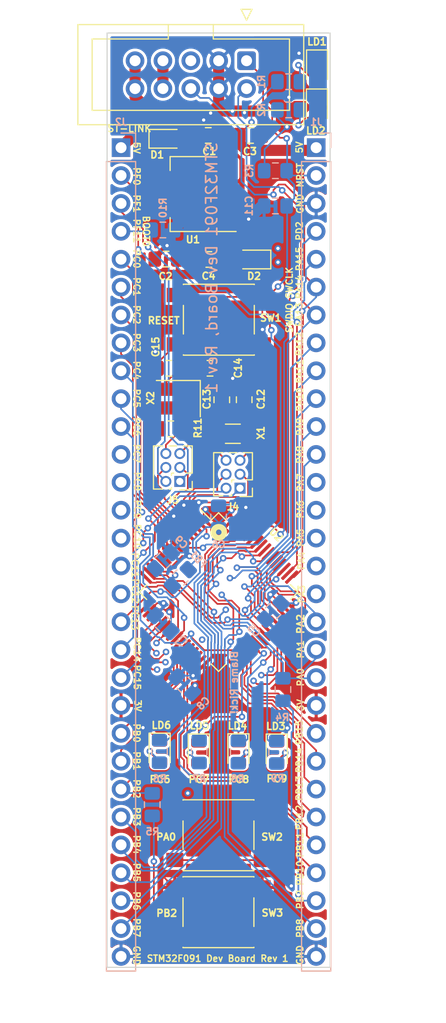
<source format=kicad_pcb>
(kicad_pcb (version 20171130) (host pcbnew 5.1.6-c6e7f7d~87~ubuntu18.04.1)
  (title_block (title "STM32F091 Dev Board") (date 2020-06-22) (rev 1))
  (layers (0 F.Cu signal) (1 Ground.Cu signal) (2 Power.Cu signal) (31 B.Cu signal) (34 B.Paste user) (35 F.Paste user) (36 B.SilkS user) (37 F.SilkS user) (38 B.Mask user) (39 F.Mask user) (44 Edge.Cuts user))
  (net 0 "")
  (net 1 GND)
  (net 2 +5V)
  (net 3 "Net-(C2-Pad1)")
  (net 4 /NRST)
  (net 5 "Net-(C12-Pad1)")
  (net 6 "Net-(C13-Pad1)")
  (net 7 "Net-(C14-Pad1)")
  (net 8 "Net-(C15-Pad1)")
  (net 9 /U5V)
  (net 10 /PB8)
  (net 11 /PB9)
  (net 12 /PB10)
  (net 13 /PB11)
  (net 14 /PB12)
  (net 15 /PB13)
  (net 16 /PB14)
  (net 17 /PB15)
  (net 18 /PA0)
  (net 19 /PA1)
  (net 20 /PA2)
  (net 21 /PA3)
  (net 22 /PA4)
  (net 23 /PA5)
  (net 24 /PA6)
  (net 25 /PA7)
  (net 26 /PA8)
  (net 27 /PA9)
  (net 28 /PA10)
  (net 29 /PA11)
  (net 30 /PA12)
  (net 31 /PA13)
  (net 32 /PA14)
  (net 33 /PA15)
  (net 34 /PD2)
  (net 35 /PB7)
  (net 36 /PB6)
  (net 37 /PB5)
  (net 38 /PB4)
  (net 39 /PB3)
  (net 40 /PB2)
  (net 41 /PB1)
  (net 42 /PB0)
  (net 43 /XPC15)
  (net 44 /XPC14)
  (net 45 /PC13)
  (net 46 /PC12)
  (net 47 /PC11)
  (net 48 /PC10)
  (net 49 /PC9)
  (net 50 /PC8)
  (net 51 /PC7)
  (net 52 /PC6)
  (net 53 /PC5)
  (net 54 /PC4)
  (net 55 /PC3)
  (net 56 /PC2)
  (net 57 /PC1)
  (net 58 /PC0)
  (net 59 /BOOT0)
  (net 60 /XPF1)
  (net 61 /XPF0)
  (net 62 /V3.3_IN)
  (net 63 "Net-(J3-Pad5)")
  (net 64 "Net-(R4-Pad2)")
  (net 65 /PC14)
  (net 66 /PC15)
  (net 67 /PF0)
  (net 68 /PF1)
  (net 69 "Net-(LD1-Pad2)")
  (net 70 "Net-(LD2-Pad2)")
  (net 71 "Net-(LD3-Pad2)")
  (net 72 "Net-(LD4-Pad2)")
  (net 73 +3V0)
  (net 74 /3VA)
  (net 75 "Net-(LD5-Pad2)")
  (net 76 "Net-(LD6-Pad2)")
  (net 77 "Net-(J5-Pad6)")
  (net 78 "Net-(R5-Pad2)")
  (module local_models:ECX-.327-CDX-1293 (layer F.Cu) (at 115.60016 77.1398)
    (fp_text reference X1 (at 2.55048 -0.08382 90) (layer F.SilkS) (effects (font (size 0.635 0.635))))
    (fp_text value "32.768kHz(12.5pF)")
    (pad 2 smd rect (at -1.25 0) (size 1 1.8) (layers F.Cu F.Paste F.Mask) (net 6 "Net-(C13-Pad1)"))
    (pad 1 smd rect (at 1.25 0) (size 1 1.8) (layers F.Cu F.Paste F.Mask) (net 5 "Net-(C12-Pad1)"))
  )
  (module local_models:HTSW-130-22-T-S (layer B.Cu) (at 105.41 51.08194 180)
    (fp_text reference J2 (at 0 2.33) (layer B.SilkS) (effects (font (size 0.635 0.635) (thickness 0.14605)) (justify mirror)))
    (fp_text value Conn_01x30_Male)
    (pad 30 thru_hole oval (at 0 -73.66 180) (size 1.7 1.7) (drill 1) (layers *.Cu *.Mask) (net 1 GND))
    (pad 29 thru_hole oval (at 0 -71.12 180) (size 1.7 1.7) (drill 1) (layers *.Cu *.Mask) (net 35 /PB7))
    (pad 28 thru_hole oval (at 0 -68.58 180) (size 1.7 1.7) (drill 1) (layers *.Cu *.Mask) (net 36 /PB6))
    (pad 27 thru_hole oval (at 0 -66.04 180) (size 1.7 1.7) (drill 1) (layers *.Cu *.Mask) (net 37 /PB5))
    (pad 26 thru_hole oval (at 0 -63.5 180) (size 1.7 1.7) (drill 1) (layers *.Cu *.Mask) (net 38 /PB4))
    (pad 25 thru_hole oval (at 0 -60.96 180) (size 1.7 1.7) (drill 1) (layers *.Cu *.Mask) (net 39 /PB3))
    (pad 24 thru_hole oval (at 0 -58.42 180) (size 1.7 1.7) (drill 1) (layers *.Cu *.Mask) (net 40 /PB2))
    (pad 23 thru_hole oval (at 0 -55.88 180) (size 1.7 1.7) (drill 1) (layers *.Cu *.Mask) (net 41 /PB1))
    (pad 22 thru_hole oval (at 0 -53.34 180) (size 1.7 1.7) (drill 1) (layers *.Cu *.Mask) (net 42 /PB0))
    (pad 21 thru_hole oval (at 0 -50.8 180) (size 1.7 1.7) (drill 1) (layers *.Cu *.Mask) (net 73 +3V0))
    (pad 20 thru_hole oval (at 0 -48.26 180) (size 1.7 1.7) (drill 1) (layers *.Cu *.Mask) (net 43 /XPC15))
    (pad 19 thru_hole oval (at 0 -45.72 180) (size 1.7 1.7) (drill 1) (layers *.Cu *.Mask) (net 44 /XPC14))
    (pad 18 thru_hole oval (at 0 -43.18 180) (size 1.7 1.7) (drill 1) (layers *.Cu *.Mask) (net 45 /PC13))
    (pad 17 thru_hole oval (at 0 -40.64 180) (size 1.7 1.7) (drill 1) (layers *.Cu *.Mask) (net 46 /PC12))
    (pad 16 thru_hole oval (at 0 -38.1 180) (size 1.7 1.7) (drill 1) (layers *.Cu *.Mask) (net 47 /PC11))
    (pad 15 thru_hole oval (at 0 -35.56 180) (size 1.7 1.7) (drill 1) (layers *.Cu *.Mask) (net 48 /PC10))
    (pad 14 thru_hole oval (at 0 -33.02 180) (size 1.7 1.7) (drill 1) (layers *.Cu *.Mask) (net 49 /PC9))
    (pad 13 thru_hole oval (at 0 -30.48 180) (size 1.7 1.7) (drill 1) (layers *.Cu *.Mask) (net 50 /PC8))
    (pad 12 thru_hole oval (at 0 -27.94 180) (size 1.7 1.7) (drill 1) (layers *.Cu *.Mask) (net 51 /PC7))
    (pad 11 thru_hole oval (at 0 -25.4 180) (size 1.7 1.7) (drill 1) (layers *.Cu *.Mask) (net 52 /PC6))
    (pad 10 thru_hole oval (at 0 -22.86 180) (size 1.7 1.7) (drill 1) (layers *.Cu *.Mask) (net 53 /PC5))
    (pad 9 thru_hole oval (at 0 -20.32 180) (size 1.7 1.7) (drill 1) (layers *.Cu *.Mask) (net 54 /PC4))
    (pad 8 thru_hole oval (at 0 -17.78 180) (size 1.7 1.7) (drill 1) (layers *.Cu *.Mask) (net 55 /PC3))
    (pad 7 thru_hole oval (at 0 -15.24 180) (size 1.7 1.7) (drill 1) (layers *.Cu *.Mask) (net 56 /PC2))
    (pad 6 thru_hole oval (at 0 -12.7 180) (size 1.7 1.7) (drill 1) (layers *.Cu *.Mask) (net 57 /PC1))
    (pad 5 thru_hole oval (at 0 -10.16 180) (size 1.7 1.7) (drill 1) (layers *.Cu *.Mask) (net 58 /PC0))
    (pad 4 thru_hole oval (at 0 -7.62 180) (size 1.7 1.7) (drill 1) (layers *.Cu *.Mask) (net 59 /BOOT0))
    (pad 3 thru_hole oval (at 0 -5.08 180) (size 1.7 1.7) (drill 1) (layers *.Cu *.Mask) (net 60 /XPF1))
    (pad 2 thru_hole oval (at 0 -2.54 180) (size 1.7 1.7) (drill 1) (layers *.Cu *.Mask) (net 61 /XPF0))
    (pad 1 thru_hole rect (at 0 0 180) (size 1.7 1.7) (drill 1) (layers *.Cu *.Mask) (net 2 +5V))
  )
  (module local_models:HTSW-130-22-T-S (layer B.Cu) (at 123.19 51.08194 180)
    (fp_text reference J1 (at 0 2.33) (layer B.SilkS) (effects (font (size 0.635 0.635)) (justify mirror)))
    (fp_text value Conn_01x30_Male)
    (pad 30 thru_hole oval (at 0 -73.66 180) (size 1.7 1.7) (drill 1) (layers *.Cu *.Mask) (net 1 GND))
    (pad 29 thru_hole oval (at 0 -71.12 180) (size 1.7 1.7) (drill 1) (layers *.Cu *.Mask) (net 10 /PB8))
    (pad 28 thru_hole oval (at 0 -68.58 180) (size 1.7 1.7) (drill 1) (layers *.Cu *.Mask) (net 11 /PB9))
    (pad 27 thru_hole oval (at 0 -66.04 180) (size 1.7 1.7) (drill 1) (layers *.Cu *.Mask) (net 12 /PB10))
    (pad 26 thru_hole oval (at 0 -63.5 180) (size 1.7 1.7) (drill 1) (layers *.Cu *.Mask) (net 13 /PB11))
    (pad 25 thru_hole oval (at 0 -60.96 180) (size 1.7 1.7) (drill 1) (layers *.Cu *.Mask) (net 14 /PB12))
    (pad 24 thru_hole oval (at 0 -58.42 180) (size 1.7 1.7) (drill 1) (layers *.Cu *.Mask) (net 15 /PB13))
    (pad 23 thru_hole oval (at 0 -55.88 180) (size 1.7 1.7) (drill 1) (layers *.Cu *.Mask) (net 16 /PB14))
    (pad 22 thru_hole oval (at 0 -53.34 180) (size 1.7 1.7) (drill 1) (layers *.Cu *.Mask) (net 17 /PB15))
    (pad 21 thru_hole oval (at 0 -50.8 180) (size 1.7 1.7) (drill 1) (layers *.Cu *.Mask) (net 73 +3V0))
    (pad 20 thru_hole oval (at 0 -48.26 180) (size 1.7 1.7) (drill 1) (layers *.Cu *.Mask) (net 18 /PA0))
    (pad 19 thru_hole oval (at 0 -45.72 180) (size 1.7 1.7) (drill 1) (layers *.Cu *.Mask) (net 19 /PA1))
    (pad 18 thru_hole oval (at 0 -43.18 180) (size 1.7 1.7) (drill 1) (layers *.Cu *.Mask) (net 20 /PA2))
    (pad 17 thru_hole oval (at 0 -40.64 180) (size 1.7 1.7) (drill 1) (layers *.Cu *.Mask) (net 21 /PA3))
    (pad 16 thru_hole oval (at 0 -38.1 180) (size 1.7 1.7) (drill 1) (layers *.Cu *.Mask) (net 22 /PA4))
    (pad 15 thru_hole oval (at 0 -35.56 180) (size 1.7 1.7) (drill 1) (layers *.Cu *.Mask) (net 23 /PA5))
    (pad 14 thru_hole oval (at 0 -33.02 180) (size 1.7 1.7) (drill 1) (layers *.Cu *.Mask) (net 24 /PA6))
    (pad 13 thru_hole oval (at 0 -30.48 180) (size 1.7 1.7) (drill 1) (layers *.Cu *.Mask) (net 25 /PA7))
    (pad 12 thru_hole oval (at 0 -27.94 180) (size 1.7 1.7) (drill 1) (layers *.Cu *.Mask) (net 26 /PA8))
    (pad 11 thru_hole oval (at 0 -25.4 180) (size 1.7 1.7) (drill 1) (layers *.Cu *.Mask) (net 27 /PA9))
    (pad 10 thru_hole oval (at 0 -22.86 180) (size 1.7 1.7) (drill 1) (layers *.Cu *.Mask) (net 28 /PA10))
    (pad 9 thru_hole oval (at 0 -20.32 180) (size 1.7 1.7) (drill 1) (layers *.Cu *.Mask) (net 29 /PA11))
    (pad 8 thru_hole oval (at 0 -17.78 180) (size 1.7 1.7) (drill 1) (layers *.Cu *.Mask) (net 30 /PA12))
    (pad 7 thru_hole oval (at 0 -15.24 180) (size 1.7 1.7) (drill 1) (layers *.Cu *.Mask) (net 31 /PA13))
    (pad 6 thru_hole oval (at 0 -12.7 180) (size 1.7 1.7) (drill 1) (layers *.Cu *.Mask) (net 32 /PA14))
    (pad 5 thru_hole oval (at 0 -10.16 180) (size 1.7 1.7) (drill 1) (layers *.Cu *.Mask) (net 33 /PA15))
    (pad 4 thru_hole oval (at 0 -7.62 180) (size 1.7 1.7) (drill 1) (layers *.Cu *.Mask) (net 34 /PD2))
    (pad 3 thru_hole oval (at 0 -5.08 180) (size 1.7 1.7) (drill 1) (layers *.Cu *.Mask) (net 1 GND))
    (pad 2 thru_hole oval (at 0 -2.54 180) (size 1.7 1.7) (drill 1) (layers *.Cu *.Mask) (net 4 /NRST))
    (pad 1 thru_hole rect (at 0 0 180) (size 1.7 1.7) (drill 1) (layers *.Cu *.Mask) (net 2 +5V))
  )
  (module Connector_IDC:IDC-Header_2x05_P2.54mm_Vertical (layer F.Cu) (at 116.84762 43.16476 270)
    (fp_text reference J3 hide)
    (fp_text value Conn_02x05_Odd_Even)
    (pad 10 thru_hole circle (at 2.54 10.16 270) (size 1.7 1.7) (drill 1) (layers *.Cu *.Mask) (net 9 /U5V))
    (pad 8 thru_hole circle (at 2.54 7.62 270) (size 1.7 1.7) (drill 1) (layers *.Cu *.Mask) (net 62 /V3.3_IN))
    (pad 6 thru_hole circle (at 2.54 5.08 270) (size 1.7 1.7) (drill 1) (layers *.Cu *.Mask) (net 32 /PA14))
    (pad 4 thru_hole circle (at 2.54 2.54 270) (size 1.7 1.7) (drill 1) (layers *.Cu *.Mask) (net 1 GND))
    (pad 2 thru_hole circle (at 2.54 0 270) (size 1.7 1.7) (drill 1) (layers *.Cu *.Mask) (net 31 /PA13))
    (pad 9 thru_hole circle (at 0 10.16 270) (size 1.7 1.7) (drill 1) (layers *.Cu *.Mask) (net 9 /U5V))
    (pad 7 thru_hole circle (at 0 7.62 270) (size 1.7 1.7) (drill 1) (layers *.Cu *.Mask) (net 62 /V3.3_IN))
    (pad 5 thru_hole circle (at 0 5.08 270) (size 1.7 1.7) (drill 1) (layers *.Cu *.Mask) (net 63 "Net-(J3-Pad5)"))
    (pad 3 thru_hole circle (at 0 2.54 270) (size 1.7 1.7) (drill 1) (layers *.Cu *.Mask) (net 1 GND))
    (pad 1 thru_hole roundrect (at 0 0 270) (size 1.7 1.7) (drill 1) (layers *.Cu *.Mask) (roundrect_rratio 0.147059) (net 4 /NRST))
  )
  (module Button_Switch_SMD:SW_SPST_PTS645 (layer F.Cu) (at 114.2873 120.70842)
    (fp_text reference SW3 (at 4.9149 0.06604) (layer F.SilkS) (effects (font (size 0.635 0.635))))
    (fp_text value SW_Push)
    (pad 2 smd rect (at 3.98 2.25) (size 1.55 1.3) (layers F.Cu F.Paste F.Mask) (net 78 "Net-(R5-Pad2)"))
    (pad 1 smd rect (at 3.98 -2.25) (size 1.55 1.3) (layers F.Cu F.Paste F.Mask) (net 73 +3V0))
    (pad 1 smd rect (at -3.98 -2.25) (size 1.55 1.3) (layers F.Cu F.Paste F.Mask) (net 73 +3V0))
    (pad 2 smd rect (at -3.98 2.25) (size 1.55 1.3) (layers F.Cu F.Paste F.Mask) (net 78 "Net-(R5-Pad2)"))
  )
  (module Button_Switch_SMD:SW_SPST_PTS645 (layer F.Cu) (at 114.28994 113.70354)
    (fp_text reference SW2 (at 4.88432 0.1545) (layer F.SilkS) (effects (font (size 0.635 0.635))))
    (fp_text value SW_Push)
    (pad 2 smd rect (at 3.98 2.25) (size 1.55 1.3) (layers F.Cu F.Paste F.Mask) (net 64 "Net-(R4-Pad2)"))
    (pad 1 smd rect (at 3.98 -2.25) (size 1.55 1.3) (layers F.Cu F.Paste F.Mask) (net 73 +3V0))
    (pad 1 smd rect (at -3.98 -2.25) (size 1.55 1.3) (layers F.Cu F.Paste F.Mask) (net 73 +3V0))
    (pad 2 smd rect (at -3.98 2.25) (size 1.55 1.3) (layers F.Cu F.Paste F.Mask) (net 64 "Net-(R4-Pad2)"))
  )
  (module Button_Switch_SMD:SW_SPST_PTS645 (layer F.Cu) (at 114.3227 66.75216 180)
    (fp_text reference SW1 (at -4.73446 0.15792) (layer F.SilkS) (effects (font (size 0.635 0.635))))
    (fp_text value SW_Push)
    (pad 2 smd rect (at 3.98 2.25 180) (size 1.55 1.3) (layers F.Cu F.Paste F.Mask) (net 4 /NRST))
    (pad 1 smd rect (at 3.98 -2.25 180) (size 1.55 1.3) (layers F.Cu F.Paste F.Mask) (net 1 GND))
    (pad 1 smd rect (at -3.98 -2.25 180) (size 1.55 1.3) (layers F.Cu F.Paste F.Mask) (net 1 GND))
    (pad 2 smd rect (at -3.98 2.25 180) (size 1.55 1.3) (layers F.Cu F.Paste F.Mask) (net 4 /NRST))
  )
  (module Crystal:Crystal_SMD_3225-4Pin_3.2x2.5mm (layer F.Cu) (at 110.63242 73.9385 180)
    (fp_text reference X2 (at 2.5351 0.0626 90) (layer F.SilkS) (effects (font (size 0.635 0.635))))
    (fp_text value "8MHz(20pF)")
    (pad 1 smd rect (at -1.1 0.85 180) (size 1.4 1.2) (layers F.Cu F.Paste F.Mask) (net 7 "Net-(C14-Pad1)"))
    (pad 2 smd rect (at 1.1 0.85 180) (size 1.4 1.2) (layers F.Cu F.Paste F.Mask) (net 8 "Net-(C15-Pad1)"))
    (pad 3 smd rect (at 1.1 -0.85 180) (size 1.4 1.2) (layers F.Cu F.Paste F.Mask))
    (pad 4 smd rect (at -1.1 -0.85 180) (size 1.4 1.2) (layers F.Cu F.Paste F.Mask))
  )
  (module Resistor_SMD:R_0805_2012Metric_Pad1.15x1.40mm_HandSolder (layer B.Cu) (at 108.25226 110.91534 270)
    (fp_text reference R5 (at 2.4601 -0.02286 180) (layer B.SilkS) (effects (font (size 0.635 0.635)) (justify mirror)))
    (fp_text value 1k)
    (pad 2 smd roundrect (at 1.025 0 270) (size 1.15 1.4) (layers B.Cu B.Paste B.Mask) (roundrect_rratio 0.217391) (net 78 "Net-(R5-Pad2)"))
    (pad 1 smd roundrect (at -1.025 0 270) (size 1.15 1.4) (layers B.Cu B.Paste B.Mask) (roundrect_rratio 0.217391) (net 40 /PB2))
  )
  (module Connector_PinHeader_1.27mm:PinHeader_2x03_P1.27mm_Vertical (layer F.Cu) (at 110.76686 81.48066 180)
    (fp_text reference J5 (at 0.635 -1.695) (layer F.SilkS) (effects (font (size 0.635 0.635))))
    (fp_text value Conn_02x03_Odd_Even)
    (pad 6 thru_hole oval (at 1.27 2.54 180) (size 1 1) (drill 0.65) (layers *.Cu *.Mask) (net 77 "Net-(J5-Pad6)"))
    (pad 5 thru_hole oval (at 0 2.54 180) (size 1 1) (drill 0.65) (layers *.Cu *.Mask) (net 7 "Net-(C14-Pad1)"))
    (pad 4 thru_hole oval (at 1.27 1.27 180) (size 1 1) (drill 0.65) (layers *.Cu *.Mask) (net 68 /PF1))
    (pad 3 thru_hole oval (at 0 1.27 180) (size 1 1) (drill 0.65) (layers *.Cu *.Mask) (net 67 /PF0))
    (pad 2 thru_hole oval (at 1.27 0 180) (size 1 1) (drill 0.65) (layers *.Cu *.Mask) (net 60 /XPF1))
    (pad 1 thru_hole rect (at 0 0 180) (size 1 1) (drill 0.65) (layers *.Cu *.Mask) (net 61 /XPF0))
  )
  (module Connector_PinHeader_1.27mm:PinHeader_2x03_P1.27mm_Vertical (layer F.Cu) (at 116.25072 82.09534 180)
    (fp_text reference J4 (at 0.635 -1.695) (layer F.SilkS) (effects (font (size 0.635 0.635))))
    (fp_text value Conn_02x03_Odd_Even)
    (pad 6 thru_hole oval (at 1.27 2.54 180) (size 1 1) (drill 0.65) (layers *.Cu *.Mask) (net 6 "Net-(C13-Pad1)"))
    (pad 5 thru_hole oval (at 0 2.54 180) (size 1 1) (drill 0.65) (layers *.Cu *.Mask) (net 5 "Net-(C12-Pad1)"))
    (pad 4 thru_hole oval (at 1.27 1.27 180) (size 1 1) (drill 0.65) (layers *.Cu *.Mask) (net 66 /PC15))
    (pad 3 thru_hole oval (at 0 1.27 180) (size 1 1) (drill 0.65) (layers *.Cu *.Mask) (net 65 /PC14))
    (pad 2 thru_hole oval (at 1.27 0 180) (size 1 1) (drill 0.65) (layers *.Cu *.Mask) (net 43 /XPC15))
    (pad 1 thru_hole rect (at 0 0 180) (size 1 1) (drill 0.65) (layers *.Cu *.Mask) (net 44 /XPC14))
  )
  (module Resistor_SMD:R_0805_2012Metric_Pad1.15x1.40mm_HandSolder (layer B.Cu) (at 112.52962 106.0995 90)
    (fp_text reference R7 (at -2.44994 -0.00508 180) (layer B.SilkS) (effects (font (size 0.635 0.635)) (justify mirror)))
    (fp_text value 2k)
    (pad 2 smd roundrect (at 1.025 0 90) (size 1.15 1.4) (layers B.Cu B.Paste B.Mask) (roundrect_rratio 0.217391) (net 51 /PC7))
    (pad 1 smd roundrect (at -1.025 0 90) (size 1.15 1.4) (layers B.Cu B.Paste B.Mask) (roundrect_rratio 0.217391) (net 75 "Net-(LD5-Pad2)"))
  )
  (module Resistor_SMD:R_0805_2012Metric_Pad1.15x1.40mm_HandSolder (layer B.Cu) (at 108.91266 106.07156 90)
    (fp_text reference R6 (at -2.47788 0.01778) (layer B.SilkS) (effects (font (size 0.635 0.635)) (justify mirror)))
    (fp_text value 3k)
    (pad 1 smd roundrect (at -1.025 0 90) (size 1.15 1.4) (layers B.Cu B.Paste B.Mask) (roundrect_rratio 0.217391) (net 76 "Net-(LD6-Pad2)"))
    (pad 2 smd roundrect (at 1.025 0 90) (size 1.15 1.4) (layers B.Cu B.Paste B.Mask) (roundrect_rratio 0.217391) (net 52 /PC6))
  )
  (module LED_SMD:LED_0805_2012Metric (layer F.Cu) (at 108.9279 106.09096 270)
    (fp_text reference LD6 (at -2.40308 -0.1524 180) (layer F.SilkS) (effects (font (size 0.635 0.635))))
    (fp_text value LED_Red)
    (pad 2 smd roundrect (at 0.9375 0 270) (size 0.975 1.4) (layers F.Cu F.Paste F.Mask) (net 76 "Net-(LD6-Pad2)"))
    (pad 1 smd roundrect (at -0.9375 0 270) (size 0.975 1.4) (layers F.Cu F.Paste F.Mask) (net 1 GND))
  )
  (module LED_SMD:LED_0805_2012Metric (layer F.Cu) (at 112.4966 106.16716 270)
    (fp_text reference LD5 (at -2.44626 -0.0635 180) (layer F.SilkS) (effects (font (size 0.635 0.635))))
    (fp_text value LED_Yellow)
    (pad 2 smd roundrect (at 0.9375 0 270) (size 0.975 1.4) (layers F.Cu F.Paste F.Mask) (net 75 "Net-(LD5-Pad2)"))
    (pad 1 smd roundrect (at -0.9375 0 270) (size 0.975 1.4) (layers F.Cu F.Paste F.Mask) (net 1 GND))
  )
  (module Package_TO_SOT_SMD:SOT-223-3_TabPin2 (layer F.Cu) (at 111.79262 55.3098 180)
    (fp_text reference U1 (at -0.17312 -4.14652) (layer F.SilkS) (effects (font (size 0.635 0.635))))
    (fp_text value LD1117S33TR_SOT223)
    (pad 1 smd rect (at -3.15 -2.3 180) (size 2 1.5) (layers F.Cu F.Paste F.Mask) (net 1 GND))
    (pad 3 smd rect (at -3.15 2.3 180) (size 2 1.5) (layers F.Cu F.Paste F.Mask) (net 2 +5V))
    (pad 2 smd rect (at -3.15 0 180) (size 2 1.5) (layers F.Cu F.Paste F.Mask) (net 3 "Net-(C2-Pad1)"))
    (pad 2 smd rect (at 3.15 0 180) (size 2 3.8) (layers F.Cu F.Paste F.Mask) (net 3 "Net-(C2-Pad1)"))
  )
  (module Package_QFP:LQFP-64_10x10mm_P0.5mm (layer F.Cu) (at 114.3 91.558159 315)
    (fp_text reference U2 (at 0 -7.4 135) (layer F.SilkS) (effects (font (size 0.635 0.635))))
    (fp_text value STM32F091RCTx)
    (pad 64 smd roundrect (at -3.75 -5.675 315) (size 0.3 1.55) (layers F.Cu F.Paste F.Mask) (net 73 +3V0))
    (pad 63 smd roundrect (at -3.25 -5.675 315) (size 0.3 1.55) (layers F.Cu F.Paste F.Mask) (net 1 GND))
    (pad 62 smd roundrect (at -2.75 -5.675 315) (size 0.3 1.55) (layers F.Cu F.Paste F.Mask) (net 11 /PB9))
    (pad 61 smd roundrect (at -2.25 -5.675 315) (size 0.3 1.55) (layers F.Cu F.Paste F.Mask) (net 10 /PB8))
    (pad 60 smd roundrect (at -1.75 -5.675 315) (size 0.3 1.55) (layers F.Cu F.Paste F.Mask) (net 59 /BOOT0))
    (pad 59 smd roundrect (at -1.25 -5.675 315) (size 0.3 1.55) (layers F.Cu F.Paste F.Mask) (net 35 /PB7))
    (pad 58 smd roundrect (at -0.75 -5.675 315) (size 0.3 1.55) (layers F.Cu F.Paste F.Mask) (net 36 /PB6))
    (pad 57 smd roundrect (at -0.25 -5.675 315) (size 0.3 1.55) (layers F.Cu F.Paste F.Mask) (net 37 /PB5))
    (pad 56 smd roundrect (at 0.25 -5.675 315) (size 0.3 1.55) (layers F.Cu F.Paste F.Mask) (net 38 /PB4))
    (pad 55 smd roundrect (at 0.75 -5.675 315) (size 0.3 1.55) (layers F.Cu F.Paste F.Mask) (net 39 /PB3))
    (pad 54 smd roundrect (at 1.25 -5.675 315) (size 0.3 1.55) (layers F.Cu F.Paste F.Mask) (net 34 /PD2))
    (pad 53 smd roundrect (at 1.75 -5.675 315) (size 0.3 1.55) (layers F.Cu F.Paste F.Mask) (net 46 /PC12))
    (pad 52 smd roundrect (at 2.25 -5.675 315) (size 0.3 1.55) (layers F.Cu F.Paste F.Mask) (net 47 /PC11))
    (pad 51 smd roundrect (at 2.75 -5.675 315) (size 0.3 1.55) (layers F.Cu F.Paste F.Mask) (net 48 /PC10))
    (pad 50 smd roundrect (at 3.25 -5.675 315) (size 0.3 1.55) (layers F.Cu F.Paste F.Mask) (net 33 /PA15))
    (pad 49 smd roundrect (at 3.75 -5.675 315) (size 0.3 1.55) (layers F.Cu F.Paste F.Mask) (net 32 /PA14))
    (pad 48 smd roundrect (at 5.675 -3.75 315) (size 1.55 0.3) (layers F.Cu F.Paste F.Mask) (net 73 +3V0))
    (pad 47 smd roundrect (at 5.675 -3.25 315) (size 1.55 0.3) (layers F.Cu F.Paste F.Mask) (net 1 GND))
    (pad 46 smd roundrect (at 5.675 -2.75 315) (size 1.55 0.3) (layers F.Cu F.Paste F.Mask) (net 31 /PA13))
    (pad 45 smd roundrect (at 5.675 -2.25 315) (size 1.55 0.3) (layers F.Cu F.Paste F.Mask) (net 30 /PA12))
    (pad 44 smd roundrect (at 5.675 -1.75 315) (size 1.55 0.3) (layers F.Cu F.Paste F.Mask) (net 29 /PA11))
    (pad 43 smd roundrect (at 5.675 -1.25 315) (size 1.55 0.3) (layers F.Cu F.Paste F.Mask) (net 28 /PA10))
    (pad 42 smd roundrect (at 5.675 -0.75 315) (size 1.55 0.3) (layers F.Cu F.Paste F.Mask) (net 27 /PA9))
    (pad 41 smd roundrect (at 5.675 -0.25 315) (size 1.55 0.3) (layers F.Cu F.Paste F.Mask) (net 26 /PA8))
    (pad 40 smd roundrect (at 5.675 0.25 315) (size 1.55 0.3) (layers F.Cu F.Paste F.Mask) (net 49 /PC9))
    (pad 39 smd roundrect (at 5.675 0.75 315) (size 1.55 0.3) (layers F.Cu F.Paste F.Mask) (net 50 /PC8))
    (pad 38 smd roundrect (at 5.675 1.25 315) (size 1.55 0.3) (layers F.Cu F.Paste F.Mask) (net 51 /PC7))
    (pad 37 smd roundrect (at 5.675 1.75 315) (size 1.55 0.3) (layers F.Cu F.Paste F.Mask) (net 52 /PC6))
    (pad 36 smd roundrect (at 5.675 2.25 315) (size 1.55 0.3) (layers F.Cu F.Paste F.Mask) (net 17 /PB15))
    (pad 35 smd roundrect (at 5.675 2.75 315) (size 1.55 0.3) (layers F.Cu F.Paste F.Mask) (net 16 /PB14))
    (pad 34 smd roundrect (at 5.675 3.25 315) (size 1.55 0.3) (layers F.Cu F.Paste F.Mask) (net 15 /PB13))
    (pad 33 smd roundrect (at 5.675 3.75 315) (size 1.55 0.3) (layers F.Cu F.Paste F.Mask) (net 14 /PB12))
    (pad 32 smd roundrect (at 3.75 5.675 315) (size 0.3 1.55) (layers F.Cu F.Paste F.Mask) (net 73 +3V0))
    (pad 31 smd roundrect (at 3.25 5.675 315) (size 0.3 1.55) (layers F.Cu F.Paste F.Mask) (net 1 GND))
    (pad 30 smd roundrect (at 2.75 5.675 315) (size 0.3 1.55) (layers F.Cu F.Paste F.Mask) (net 13 /PB11))
    (pad 29 smd roundrect (at 2.25 5.675 315) (size 0.3 1.55) (layers F.Cu F.Paste F.Mask) (net 12 /PB10))
    (pad 28 smd roundrect (at 1.75 5.675 315) (size 0.3 1.55) (layers F.Cu F.Paste F.Mask) (net 40 /PB2))
    (pad 27 smd roundrect (at 1.25 5.675 315) (size 0.3 1.55) (layers F.Cu F.Paste F.Mask) (net 41 /PB1))
    (pad 26 smd roundrect (at 0.75 5.675 315) (size 0.3 1.55) (layers F.Cu F.Paste F.Mask) (net 42 /PB0))
    (pad 25 smd roundrect (at 0.25 5.675 315) (size 0.3 1.55) (layers F.Cu F.Paste F.Mask) (net 53 /PC5))
    (pad 24 smd roundrect (at -0.25 5.675 315) (size 0.3 1.55) (layers F.Cu F.Paste F.Mask) (net 54 /PC4))
    (pad 23 smd roundrect (at -0.75 5.675 315) (size 0.3 1.55) (layers F.Cu F.Paste F.Mask) (net 25 /PA7))
    (pad 22 smd roundrect (at -1.25 5.675 315) (size 0.3 1.55) (layers F.Cu F.Paste F.Mask) (net 24 /PA6))
    (pad 21 smd roundrect (at -1.75 5.675 315) (size 0.3 1.55) (layers F.Cu F.Paste F.Mask) (net 23 /PA5))
    (pad 20 smd roundrect (at -2.25 5.675 315) (size 0.3 1.55) (layers F.Cu F.Paste F.Mask) (net 22 /PA4))
    (pad 19 smd roundrect (at -2.75 5.675 315) (size 0.3 1.55) (layers F.Cu F.Paste F.Mask) (net 73 +3V0))
    (pad 18 smd roundrect (at -3.25 5.675 315) (size 0.3 1.55) (layers F.Cu F.Paste F.Mask) (net 1 GND))
    (pad 17 smd roundrect (at -3.75 5.675 315) (size 0.3 1.55) (layers F.Cu F.Paste F.Mask) (net 21 /PA3))
    (pad 16 smd roundrect (at -5.675 3.75 315) (size 1.55 0.3) (layers F.Cu F.Paste F.Mask) (net 20 /PA2))
    (pad 15 smd roundrect (at -5.675 3.25 315) (size 1.55 0.3) (layers F.Cu F.Paste F.Mask) (net 19 /PA1))
    (pad 14 smd roundrect (at -5.675 2.75 315) (size 1.55 0.3) (layers F.Cu F.Paste F.Mask) (net 18 /PA0))
    (pad 13 smd roundrect (at -5.675 2.25 315) (size 1.55 0.3) (layers F.Cu F.Paste F.Mask) (net 74 /3VA))
    (pad 12 smd roundrect (at -5.675 1.75 315) (size 1.55 0.3) (layers F.Cu F.Paste F.Mask) (net 1 GND))
    (pad 11 smd roundrect (at -5.675 1.25 315) (size 1.55 0.3) (layers F.Cu F.Paste F.Mask) (net 55 /PC3))
    (pad 10 smd roundrect (at -5.675 0.75 315) (size 1.55 0.3) (layers F.Cu F.Paste F.Mask) (net 56 /PC2))
    (pad 9 smd roundrect (at -5.675 0.25 315) (size 1.55 0.3) (layers F.Cu F.Paste F.Mask) (net 57 /PC1))
    (pad 8 smd roundrect (at -5.675 -0.25 315) (size 1.55 0.3) (layers F.Cu F.Paste F.Mask) (net 58 /PC0))
    (pad 7 smd roundrect (at -5.675 -0.75 315) (size 1.55 0.3) (layers F.Cu F.Paste F.Mask) (net 4 /NRST))
    (pad 6 smd roundrect (at -5.675 -1.25 315) (size 1.55 0.3) (layers F.Cu F.Paste F.Mask) (net 68 /PF1))
    (pad 5 smd roundrect (at -5.675 -1.75 315) (size 1.55 0.3) (layers F.Cu F.Paste F.Mask) (net 67 /PF0))
    (pad 4 smd roundrect (at -5.675 -2.25 315) (size 1.55 0.3) (layers F.Cu F.Paste F.Mask) (net 66 /PC15))
    (pad 3 smd roundrect (at -5.675 -2.75 315) (size 1.55 0.3) (layers F.Cu F.Paste F.Mask) (net 65 /PC14))
    (pad 2 smd roundrect (at -5.675 -3.25 315) (size 1.55 0.3) (layers F.Cu F.Paste F.Mask) (net 45 /PC13))
    (pad 1 smd roundrect (at -5.675 -3.75 315) (size 1.55 0.3) (layers F.Cu F.Paste F.Mask) (net 73 +3V0))
  )
  (module Capacitor_SMD:C_0805_2012Metric_Pad1.15x1.40mm_HandSolder (layer F.Cu) (at 116.63172 74.03962 90)
    (fp_text reference C12 (at 0.04942 1.52654 90) (layer F.SilkS) (effects (font (size 0.635 0.635))))
    (fp_text value 12pF)
    (pad 2 smd roundrect (at 1.025 0 90) (size 1.15 1.4) (layers F.Cu F.Paste F.Mask) (roundrect_rratio 0.217391) (net 1 GND))
    (pad 1 smd roundrect (at -1.025 0 90) (size 1.15 1.4) (layers F.Cu F.Paste F.Mask) (roundrect_rratio 0.217391) (net 5 "Net-(C12-Pad1)"))
  )
  (module Resistor_SMD:R_0805_2012Metric_Pad1.15x1.40mm_HandSolder (layer F.Cu) (at 109.93744 76.68768 180)
    (fp_text reference R11 (at -2.4728 0.06858 90) (layer F.SilkS) (effects (font (size 0.635 0.635))))
    (fp_text value 390)
    (pad 2 smd roundrect (at 1.025 0 180) (size 1.15 1.4) (layers F.Cu F.Paste F.Mask) (roundrect_rratio 0.217391) (net 8 "Net-(C15-Pad1)"))
    (pad 1 smd roundrect (at -1.025 0 180) (size 1.15 1.4) (layers F.Cu F.Paste F.Mask) (roundrect_rratio 0.217391) (net 77 "Net-(J5-Pad6)"))
  )
  (module Resistor_SMD:R_0805_2012Metric_Pad1.15x1.40mm_HandSolder (layer B.Cu) (at 109.22116 58.58002)
    (fp_text reference R10 (at 0.00884 -2.0158 270) (layer B.SilkS) (effects (font (size 0.635 0.635)) (justify mirror)))
    (fp_text value 100K)
    (pad 2 smd roundrect (at 1.025 0) (size 1.15 1.4) (layers B.Cu B.Paste B.Mask) (roundrect_rratio 0.217391) (net 1 GND))
    (pad 1 smd roundrect (at -1.025 0) (size 1.15 1.4) (layers B.Cu B.Paste B.Mask) (roundrect_rratio 0.217391) (net 59 /BOOT0))
  )
  (module Resistor_SMD:R_0805_2012Metric_Pad1.15x1.40mm_HandSolder (layer B.Cu) (at 119.58828 106.14522 90)
    (fp_text reference R9 (at -2.37374 0.08128 180) (layer B.SilkS) (effects (font (size 0.635 0.635)) (justify mirror)))
    (fp_text value 510)
    (pad 1 smd roundrect (at -1.025 0 90) (size 1.15 1.4) (layers B.Cu B.Paste B.Mask) (roundrect_rratio 0.217391) (net 71 "Net-(LD3-Pad2)"))
    (pad 2 smd roundrect (at 1.025 0 90) (size 1.15 1.4) (layers B.Cu B.Paste B.Mask) (roundrect_rratio 0.217391) (net 49 /PC9))
  )
  (module Resistor_SMD:R_0805_2012Metric_Pad1.15x1.40mm_HandSolder (layer B.Cu) (at 116.09324 106.11496 90)
    (fp_text reference R8 (at -2.43724 -0.06604 180) (layer B.SilkS) (effects (font (size 0.635 0.635)) (justify mirror)))
    (fp_text value 1k)
    (pad 2 smd roundrect (at 1.025 0 90) (size 1.15 1.4) (layers B.Cu B.Paste B.Mask) (roundrect_rratio 0.217391) (net 50 /PC8))
    (pad 1 smd roundrect (at -1.025 0 90) (size 1.15 1.4) (layers B.Cu B.Paste B.Mask) (roundrect_rratio 0.217391) (net 72 "Net-(LD4-Pad2)"))
  )
  (module Resistor_SMD:R_0805_2012Metric_Pad1.15x1.40mm_HandSolder (layer B.Cu) (at 120.16232 100.43298 270)
    (fp_text reference R4 (at 2.54 0.0635) (layer B.SilkS) (effects (font (size 0.635 0.635)) (justify mirror)))
    (fp_text value 1k)
    (pad 2 smd roundrect (at 1.025 0 270) (size 1.15 1.4) (layers B.Cu B.Paste B.Mask) (roundrect_rratio 0.217391) (net 64 "Net-(R4-Pad2)"))
    (pad 1 smd roundrect (at -1.025 0 270) (size 1.15 1.4) (layers B.Cu B.Paste B.Mask) (roundrect_rratio 0.217391) (net 18 /PA0))
  )
  (module Resistor_SMD:R_0805_2012Metric_Pad1.15x1.40mm_HandSolder (layer B.Cu) (at 119.47514 53.18506)
    (fp_text reference R3 (at -2.3532 0 90) (layer B.SilkS) (effects (font (size 0.635 0.635)) (justify mirror)))
    (fp_text value 100K)
    (pad 2 smd roundrect (at 1.025 0) (size 1.15 1.4) (layers B.Cu B.Paste B.Mask) (roundrect_rratio 0.217391) (net 4 /NRST))
    (pad 1 smd roundrect (at -1.025 0) (size 1.15 1.4) (layers B.Cu B.Paste B.Mask) (roundrect_rratio 0.217391) (net 73 +3V0))
  )
  (module Resistor_SMD:R_0805_2012Metric_Pad1.15x1.40mm_HandSolder (layer B.Cu) (at 120.68418 47.64532)
    (fp_text reference R2 (at -2.4802 0 -90) (layer B.SilkS) (effects (font (size 0.635 0.635)) (justify mirror)))
    (fp_text value 1k)
    (pad 2 smd roundrect (at 1.025 0) (size 1.15 1.4) (layers B.Cu B.Paste B.Mask) (roundrect_rratio 0.217391) (net 70 "Net-(LD2-Pad2)"))
    (pad 1 smd roundrect (at -1.025 0) (size 1.15 1.4) (layers B.Cu B.Paste B.Mask) (roundrect_rratio 0.217391) (net 73 +3V0))
  )
  (module Resistor_SMD:R_0805_2012Metric_Pad1.15x1.40mm_HandSolder (layer B.Cu) (at 120.68418 45.07738)
    (fp_text reference R1 (at -2.4802 0 -90) (layer B.SilkS) (effects (font (size 0.635 0.635)) (justify mirror)))
    (fp_text value 5.1k)
    (pad 2 smd roundrect (at 1.025 0) (size 1.15 1.4) (layers B.Cu B.Paste B.Mask) (roundrect_rratio 0.217391) (net 69 "Net-(LD1-Pad2)"))
    (pad 1 smd roundrect (at -1.025 0) (size 1.15 1.4) (layers B.Cu B.Paste B.Mask) (roundrect_rratio 0.217391) (net 2 +5V))
  )
  (module Inductor_SMD:L_0805_2012Metric_Pad1.15x1.40mm_HandSolder (layer B.Cu) (at 110.814236 90.234384 45)
    (fp_text reference FB1 (at 2.342597 -0.044901 315) (layer B.SilkS) (effects (font (size 0.635 0.635)) (justify mirror)))
    (fp_text value "Ferrite Bead")
    (pad 2 smd roundrect (at 1.025 0 45) (size 1.15 1.4) (layers B.Cu B.Paste B.Mask) (roundrect_rratio 0.217391) (net 73 +3V0))
    (pad 1 smd roundrect (at -1.025 0 45) (size 1.15 1.4) (layers B.Cu B.Paste B.Mask) (roundrect_rratio 0.217391) (net 74 /3VA))
  )
  (module LED_SMD:LED_0805_2012Metric (layer F.Cu) (at 116.10848 106.15144 270)
    (fp_text reference LD4 (at -2.41276 0.08636 180) (layer F.SilkS) (effects (font (size 0.635 0.635))))
    (fp_text value LED_Green)
    (pad 2 smd roundrect (at 0.9375 0 270) (size 0.975 1.4) (layers F.Cu F.Paste F.Mask) (net 72 "Net-(LD4-Pad2)"))
    (pad 1 smd roundrect (at -0.9375 0 270) (size 0.975 1.4) (layers F.Cu F.Paste F.Mask) (net 1 GND))
  )
  (module LED_SMD:LED_0805_2012Metric (layer F.Cu) (at 119.59844 106.1743 270)
    (fp_text reference LD3 (at -2.39244 0.08128 180) (layer F.SilkS) (effects (font (size 0.635 0.635))))
    (fp_text value LED_Blue)
    (pad 2 smd roundrect (at 0.9375 0 270) (size 0.975 1.4) (layers F.Cu F.Paste F.Mask) (net 71 "Net-(LD3-Pad2)"))
    (pad 1 smd roundrect (at -0.9375 0 270) (size 0.975 1.4) (layers F.Cu F.Paste F.Mask) (net 1 GND))
  )
  (module LED_SMD:LED_0805_2012Metric (layer F.Cu) (at 123.25858 47.42712 270)
    (fp_text reference LD2 (at 2.11558 0.09906 180) (layer F.SilkS) (effects (font (size 0.635 0.635))))
    (fp_text value LED_Green)
    (pad 2 smd roundrect (at 0.9375 0 270) (size 0.975 1.4) (layers F.Cu F.Paste F.Mask) (net 70 "Net-(LD2-Pad2)"))
    (pad 1 smd roundrect (at -0.9375 0 270) (size 0.975 1.4) (layers F.Cu F.Paste F.Mask) (net 1 GND))
  )
  (module Diode_SMD:D_SOD-323 (layer F.Cu) (at 117.5553 61.26734 180)
    (fp_text reference D2 (at 0.02442 -1.51638) (layer F.SilkS) (effects (font (size 0.635 0.635))))
    (fp_text value BAT60JFILM)
    (pad 2 smd rect (at 1.05 0 180) (size 0.6 0.45) (layers F.Cu F.Paste F.Mask) (net 3 "Net-(C2-Pad1)"))
    (pad 1 smd rect (at -1.05 0 180) (size 0.6 0.45) (layers F.Cu F.Paste F.Mask) (net 73 +3V0))
  )
  (module LED_SMD:LED_0805_2012Metric (layer F.Cu) (at 123.27382 43.87318 270)
    (fp_text reference LD1 (at -2.43308 0.01016 180) (layer F.SilkS) (effects (font (size 0.635 0.635))))
    (fp_text value LED_Red)
    (pad 2 smd roundrect (at 0.9375 0 270) (size 0.975 1.4) (layers F.Cu F.Paste F.Mask) (net 69 "Net-(LD1-Pad2)"))
    (pad 1 smd roundrect (at -0.9375 0 270) (size 0.975 1.4) (layers F.Cu F.Paste F.Mask) (net 1 GND))
  )
  (module Diode_SMD:D_SOD-323 (layer F.Cu) (at 109.45876 50.27676)
    (fp_text reference D1 (at -0.75438 1.45796) (layer F.SilkS) (effects (font (size 0.635 0.635))))
    (fp_text value BAT60JFILM)
    (pad 1 smd rect (at -1.05 0) (size 0.6 0.45) (layers F.Cu F.Paste F.Mask) (net 2 +5V))
    (pad 2 smd rect (at 1.05 0) (size 0.6 0.45) (layers F.Cu F.Paste F.Mask) (net 9 /U5V))
  )
  (module Capacitor_SMD:C_0805_2012Metric_Pad1.15x1.40mm_HandSolder (layer F.Cu) (at 109.75986 71.17588 180)
    (fp_text reference C15 (at 1.19264 1.94818 270) (layer F.SilkS) (effects (font (size 0.635 0.635))))
    (fp_text value 20pF)
    (pad 2 smd roundrect (at 1.025 0 180) (size 1.15 1.4) (layers F.Cu F.Paste F.Mask) (roundrect_rratio 0.217391) (net 1 GND))
    (pad 1 smd roundrect (at -1.025 0 180) (size 1.15 1.4) (layers F.Cu F.Paste F.Mask) (roundrect_rratio 0.217391) (net 8 "Net-(C15-Pad1)"))
  )
  (module Capacitor_SMD:C_0805_2012Metric_Pad1.15x1.40mm_HandSolder (layer F.Cu) (at 113.51884 71.17588)
    (fp_text reference C14 (at 2.5617 -0.02286 270) (layer F.SilkS) (effects (font (size 0.635 0.635))))
    (fp_text value 20pF)
    (pad 2 smd roundrect (at 1.025 0) (size 1.15 1.4) (layers F.Cu F.Paste F.Mask) (roundrect_rratio 0.217391) (net 1 GND))
    (pad 1 smd roundrect (at -1.025 0) (size 1.15 1.4) (layers F.Cu F.Paste F.Mask) (roundrect_rratio 0.217391) (net 7 "Net-(C14-Pad1)"))
  )
  (module Capacitor_SMD:C_0805_2012Metric_Pad1.15x1.40mm_HandSolder (layer F.Cu) (at 114.5921 74.0447 90)
    (fp_text reference C13 (at 0.0545 -1.36398 270) (layer F.SilkS) (effects (font (size 0.635 0.635))))
    (fp_text value 12pF)
    (pad 2 smd roundrect (at 1.025 0 90) (size 1.15 1.4) (layers F.Cu F.Paste F.Mask) (roundrect_rratio 0.217391) (net 1 GND))
    (pad 1 smd roundrect (at -1.025 0 90) (size 1.15 1.4) (layers F.Cu F.Paste F.Mask) (roundrect_rratio 0.217391) (net 6 "Net-(C13-Pad1)"))
  )
  (module Capacitor_SMD:C_0805_2012Metric_Pad1.15x1.40mm_HandSolder (layer B.Cu) (at 119.47514 56.39308 180)
    (fp_text reference C11 (at 2.404 0 90) (layer B.SilkS) (effects (font (size 0.635 0.635)) (justify mirror)))
    (fp_text value .1uF)
    (pad 2 smd roundrect (at 1.025 0 180) (size 1.15 1.4) (layers B.Cu B.Paste B.Mask) (roundrect_rratio 0.217391) (net 1 GND))
    (pad 1 smd roundrect (at -1.025 0 180) (size 1.15 1.4) (layers B.Cu B.Paste B.Mask) (roundrect_rratio 0.217391) (net 4 /NRST))
  )
  (module Capacitor_SMD:C_0805_2012Metric_Pad1.15x1.40mm_HandSolder (layer B.Cu) (at 109.259756 88.687524 45)
    (fp_text reference C9 (at 2.316281 -0.018586 315) (layer B.SilkS) (effects (font (size 0.635 0.635)) (justify mirror)))
    (fp_text value .1uF)
    (pad 2 smd roundrect (at 1.025 0 45) (size 1.15 1.4) (layers B.Cu B.Paste B.Mask) (roundrect_rratio 0.217391) (net 1 GND))
    (pad 1 smd roundrect (at -1.025 0 45) (size 1.15 1.4) (layers B.Cu B.Paste B.Mask) (roundrect_rratio 0.217391) (net 74 /3VA))
  )
  (module Capacitor_SMD:C_0805_2012Metric_Pad1.15x1.40mm_HandSolder (layer B.Cu) (at 111.207936 100.009076 135)
    (fp_text reference C8 (at -2.394682 0.010776 45) (layer B.SilkS) (effects (font (size 0.635 0.635)) (justify mirror)))
    (fp_text value .1uF)
    (pad 2 smd roundrect (at 1.025 0 135) (size 1.15 1.4) (layers B.Cu B.Paste B.Mask) (roundrect_rratio 0.217391) (net 1 GND))
    (pad 1 smd roundrect (at -1.025 0 135) (size 1.15 1.4) (layers B.Cu B.Paste B.Mask) (roundrect_rratio 0.217391) (net 73 +3V0))
  )
  (module Capacitor_SMD:C_0805_2012Metric_Pad1.15x1.40mm_HandSolder (layer B.Cu) (at 109.236896 94.428696 135)
    (fp_text reference C7 (at -2.379768 0.044901 45) (layer B.SilkS) (effects (font (size 0.635 0.635)) (justify mirror)))
    (fp_text value .1uF)
    (pad 2 smd roundrect (at 1.025 0 135) (size 1.15 1.4) (layers B.Cu B.Paste B.Mask) (roundrect_rratio 0.217391) (net 1 GND))
    (pad 1 smd roundrect (at -1.025 0 135) (size 1.15 1.4) (layers B.Cu B.Paste B.Mask) (roundrect_rratio 0.217391) (net 73 +3V0))
  )
  (module Capacitor_SMD:C_0805_2012Metric_Pad1.15x1.40mm_HandSolder (layer B.Cu) (at 114.29746 84.72308 90)
    (fp_text reference C6 (at -2.49544 0) (layer B.SilkS) (effects (font (size 0.635 0.635)) (justify mirror)))
    (fp_text value .1uF)
    (pad 2 smd roundrect (at 1.025 0 90) (size 1.15 1.4) (layers B.Cu B.Paste B.Mask) (roundrect_rratio 0.217391) (net 1 GND))
    (pad 1 smd roundrect (at -1.025 0 90) (size 1.15 1.4) (layers B.Cu B.Paste B.Mask) (roundrect_rratio 0.217391) (net 73 +3V0))
  )
  (module Capacitor_SMD:C_0805_2012Metric_Pad1.15x1.40mm_HandSolder (layer B.Cu) (at 119.272436 93.300164 225)
    (fp_text reference C5 (at 2.477301 0 315) (layer B.SilkS) (effects (font (size 0.635 0.635)) (justify mirror)))
    (fp_text value .1uF)
    (pad 2 smd roundrect (at 1.025 0 225) (size 1.15 1.4) (layers B.Cu B.Paste B.Mask) (roundrect_rratio 0.217391) (net 1 GND))
    (pad 1 smd roundrect (at -1.025 0 225) (size 1.15 1.4) (layers B.Cu B.Paste B.Mask) (roundrect_rratio 0.217391) (net 73 +3V0))
  )
  (module Capacitor_SMD:C_0805_2012Metric_Pad1.15x1.40mm_HandSolder (layer F.Cu) (at 113.41216 61.26734)
    (fp_text reference C4 (at -0.02656 1.50622 180) (layer F.SilkS) (effects (font (size 0.635 0.635))))
    (fp_text value .1uF)
    (pad 2 smd roundrect (at 1.025 0) (size 1.15 1.4) (layers F.Cu F.Paste F.Mask) (roundrect_rratio 0.217391) (net 1 GND))
    (pad 1 smd roundrect (at -1.025 0) (size 1.15 1.4) (layers F.Cu F.Paste F.Mask) (roundrect_rratio 0.217391) (net 3 "Net-(C2-Pad1)"))
  )
  (module Capacitor_SMD:C_0805_2012Metric_Pad1.15x1.40mm_HandSolder (layer F.Cu) (at 117.20946 49.97196)
    (fp_text reference C3 (at -0.0508 1.4478) (layer F.SilkS) (effects (font (size 0.635 0.635))))
    (fp_text value .1uF)
    (pad 2 smd roundrect (at 1.025 0) (size 1.15 1.4) (layers F.Cu F.Paste F.Mask) (roundrect_rratio 0.217391) (net 1 GND))
    (pad 1 smd roundrect (at -1.025 0) (size 1.15 1.4) (layers F.Cu F.Paste F.Mask) (roundrect_rratio 0.217391) (net 2 +5V))
  )
  (module Capacitor_SMD:C_0805_2012Metric_Pad1.15x1.40mm_HandSolder (layer F.Cu) (at 109.51094 61.23178 180)
    (fp_text reference C2 (at 0.04456 -1.5748 180) (layer F.SilkS) (effects (font (size 0.635 0.635))))
    (fp_text value 22uF)
    (pad 2 smd roundrect (at 1.025 0 180) (size 1.15 1.4) (layers F.Cu F.Paste F.Mask) (roundrect_rratio 0.217391) (net 1 GND))
    (pad 1 smd roundrect (at -1.025 0 180) (size 1.15 1.4) (layers F.Cu F.Paste F.Mask) (roundrect_rratio 0.217391) (net 3 "Net-(C2-Pad1)"))
  )
  (module Capacitor_SMD:C_0805_2012Metric_Pad1.15x1.40mm_HandSolder (layer F.Cu) (at 113.35882 49.97196 180)
    (fp_text reference C1 (at -0.0926 -1.4478) (layer F.SilkS) (effects (font (size 0.635 0.635))))
    (fp_text value 22uF)
    (pad 2 smd roundrect (at 1.025 0 180) (size 1.15 1.4) (layers F.Cu F.Paste F.Mask) (roundrect_rratio 0.217391) (net 1 GND))
    (pad 1 smd roundrect (at -1.025 0 180) (size 1.15 1.4) (layers F.Cu F.Paste F.Mask) (roundrect_rratio 0.217391) (net 2 +5V))
  )
  (gr_text "STM32F091 Dev Board, Rev 1" (at 113.66992 62.02268 90) (layer B.SilkS) (effects (font (size 1.016 1.016)) (justify mirror)))
  (gr_text "Blame Rick!" (at 115.71716 99.78994 90) (layer B.SilkS) (effects (font (size 0.635 0.635)) (justify mirror)))
  (gr_circle (center 114.31508 86.11204) (end 114.566745 86.11204) (layer F.SilkS) (width 0.508))
  (gr_text PB9 (at 121.7168 119.56034 90) (layer F.SilkS) (effects (font (size 0.5842 0.5842) (thickness 0.127))))
  (gr_text PB2 (at 109.5756 120.8024) (layer F.SilkS) (effects (font (size 0.635 0.635))))
  (gr_text PC7 (at 112.5093 108.61802) (layer F.SilkS) (effects (font (size 0.635 0.635))))
  (gr_text PC6 (at 108.96346 108.61802) (layer F.SilkS) (effects (font (size 0.635 0.635))))
  (gr_text PB4 (at 106.8324 114.554 270) (layer F.SilkS) (effects (font (size 0.5842 0.5842) (thickness 0.127))))
  (gr_text ST-LINK (at 106.17762 49.33476) (layer F.SilkS) (effects (font (size 0.635 0.635) (thickness 0.127))))
  (gr_text "STM32F091 Dev Board Rev 1" (at 114.21364 124.9299) (layer F.SilkS) (effects (font (size 0.5842 0.5842) (thickness 0.127))))
  (gr_text PC8 (at 116.13896 108.61802) (layer F.SilkS) (effects (font (size 0.635 0.635))))
  (gr_text PC9 (at 119.61114 108.55452) (layer F.SilkS) (effects (font (size 0.635 0.635))))
  (gr_text SWCLK (at 120.7516 63.3984 90) (layer F.SilkS) (effects (font (size 0.5842 0.5842) (thickness 0.127))))
  (gr_text SWDIO (at 120.7516 66.5988 90) (layer F.SilkS) (effects (font (size 0.5842 0.5842) (thickness 0.127))))
  (gr_text 5V (at 106.8324 51.1048 270) (layer F.SilkS) (effects (font (size 0.5842 0.5842) (thickness 0.127))))
  (gr_text PF0 (at 106.8324 53.6956 270) (layer F.SilkS) (effects (font (size 0.5842 0.5842) (thickness 0.127))))
  (gr_text PF1 (at 106.8324 56.1848 270) (layer F.SilkS) (effects (font (size 0.5842 0.5842) (thickness 0.127))))
  (gr_text PF11 (at 106.8324 58.674 270) (layer F.SilkS) (effects (font (size 0.5842 0.5842) (thickness 0.127))))
  (gr_text BOOT0 (at 107.69854 58.6994 270) (layer F.SilkS) (effects (font (size 0.5842 0.5842) (thickness 0.127))))
  (gr_text GND (at 106.8324 124.6632 270) (layer F.SilkS) (effects (font (size 0.5842 0.5842) (thickness 0.127))))
  (gr_text PB2 (at 106.8324 109.474 270) (layer F.SilkS) (effects (font (size 0.5842 0.5842) (thickness 0.127))))
  (gr_text PB6 (at 106.8324 119.6848 270) (layer F.SilkS) (effects (font (size 0.5842 0.5842) (thickness 0.127))))
  (gr_text PB0 (at 106.8324 104.394 270) (layer F.SilkS) (effects (font (size 0.5842 0.5842) (thickness 0.127))))
  (gr_text PB1 (at 106.8324 106.934 270) (layer F.SilkS) (effects (font (size 0.5842 0.5842) (thickness 0.127))))
  (gr_text PB5 (at 106.8324 117.094 270) (layer F.SilkS) (effects (font (size 0.5842 0.5842) (thickness 0.127))))
  (gr_text PB3 (at 106.8324 112.014 270) (layer F.SilkS) (effects (font (size 0.5842 0.5842) (thickness 0.127))))
  (gr_text PB7 (at 106.8324 122.1232 270) (layer F.SilkS) (effects (font (size 0.5842 0.5842) (thickness 0.127))))
  (gr_text 3V (at 106.934 101.9048 270) (layer F.SilkS) (effects (font (size 0.5842 0.5842) (thickness 0.127))))
  (gr_text PC10 (at 106.8832 86.5124 270) (layer F.SilkS) (effects (font (size 0.5842 0.5842) (thickness 0.127))))
  (gr_text PC6 (at 106.8324 76.5048 270) (layer F.SilkS) (effects (font (size 0.5842 0.5842) (thickness 0.127))))
  (gr_text PC1 (at 106.8324 63.754 270) (layer F.SilkS) (effects (font (size 0.5842 0.5842) (thickness 0.127))))
  (gr_text PC5 (at 106.8324 73.914 270) (layer F.SilkS) (effects (font (size 0.5842 0.5842) (thickness 0.127))))
  (gr_text PC13 (at 106.66984 93.90126 270) (layer F.SilkS) (effects (font (size 0.5842 0.5842) (thickness 0.127))))
  (gr_text PC14 (at 106.87304 96.78416 270) (layer F.SilkS) (effects (font (size 0.5842 0.5842) (thickness 0.127))))
  (gr_text PC3 (at 106.8324 68.834 270) (layer F.SilkS) (effects (font (size 0.5842 0.5842) (thickness 0.127))))
  (gr_text PC11 (at 106.69016 89.11082 270) (layer F.SilkS) (effects (font (size 0.5842 0.5842) (thickness 0.127))))
  (gr_text PC9 (at 106.8832 84.0232 270) (layer F.SilkS) (effects (font (size 0.5842 0.5842) (thickness 0.127))))
  (gr_text PC2 (at 106.8324 66.294 270) (layer F.SilkS) (effects (font (size 0.5842 0.5842) (thickness 0.127))))
  (gr_text PC12 (at 106.71048 91.47302 270) (layer F.SilkS) (effects (font (size 0.5842 0.5842) (thickness 0.127))))
  (gr_text PC7 (at 106.8324 78.9432 270) (layer F.SilkS) (effects (font (size 0.5842 0.5842) (thickness 0.127))))
  (gr_text PC8 (at 106.8832 81.4832 270) (layer F.SilkS) (effects (font (size 0.5842 0.5842) (thickness 0.127))))
  (gr_text PC15 (at 106.87304 99.32416 270) (layer F.SilkS) (effects (font (size 0.5842 0.5842) (thickness 0.127))))
  (gr_text PC0 (at 106.8324 61.214 270) (layer F.SilkS) (effects (font (size 0.5842 0.5842) (thickness 0.127))))
  (gr_text PC4 (at 106.8324 71.374 270) (layer F.SilkS) (effects (font (size 0.5842 0.5842) (thickness 0.127))))
  (gr_text GND (at 121.7168 124.6124 90) (layer F.SilkS) (effects (font (size 0.5842 0.5842) (thickness 0.127))))
  (gr_text PB10 (at 121.7168 117.1448 90) (layer F.SilkS) (effects (font (size 0.5842 0.5842) (thickness 0.127))))
  (gr_text PB13 (at 121.666 109.4232 90) (layer F.SilkS) (effects (font (size 0.5842 0.5842) (thickness 0.127))))
  (gr_text PB14 (at 121.666 106.8832 90) (layer F.SilkS) (effects (font (size 0.5842 0.5842) (thickness 0.127))))
  (gr_text PB11 (at 121.7168 114.5794 90) (layer F.SilkS) (effects (font (size 0.5842 0.5842) (thickness 0.127))))
  (gr_text PB12 (at 121.666 112.0902 90) (layer F.SilkS) (effects (font (size 0.5842 0.5842) (thickness 0.127))))
  (gr_text PB8 (at 121.7168 122.174 90) (layer F.SilkS) (effects (font (size 0.5842 0.5842) (thickness 0.127))))
  (gr_text PB15 (at 121.666 104.3432 90) (layer F.SilkS) (effects (font (size 0.5842 0.5842) (thickness 0.127))))
  (gr_text 3V (at 121.7676 101.854 90) (layer F.SilkS) (effects (font (size 0.5842 0.5842) (thickness 0.127))))
  (gr_text PA0 (at 121.7676 99.314 90) (layer F.SilkS) (effects (font (size 0.5842 0.5842) (thickness 0.127))))
  (gr_text PA1 (at 121.7676 96.774 90) (layer F.SilkS) (effects (font (size 0.5842 0.5842) (thickness 0.127))))
  (gr_text PA2 (at 121.77268 94.4626 90) (layer F.SilkS) (effects (font (size 0.635 0.635))))
  (gr_text PA3 (at 121.86412 91.7448 90) (layer F.SilkS) (effects (font (size 0.5842 0.5842) (thickness 0.127))))
  (gr_text PA4 (at 121.83872 88.70442 90) (layer F.SilkS) (effects (font (size 0.5842 0.5842) (thickness 0.127))))
  (gr_text PA5 (at 121.7676 86.614 90) (layer F.SilkS) (effects (font (size 0.5842 0.5842) (thickness 0.127))))
  (gr_text PA6 (at 121.7676 84.0232 90) (layer F.SilkS) (effects (font (size 0.5842 0.5842) (thickness 0.127))))
  (gr_text PA7 (at 121.7676 81.5848 90) (layer F.SilkS) (effects (font (size 0.5842 0.5842) (thickness 0.127))))
  (gr_text PA8 (at 121.7168 79.0448 90) (layer F.SilkS) (effects (font (size 0.5842 0.5842) (thickness 0.127))))
  (gr_text PA9 (at 121.7168 76.5048 90) (layer F.SilkS) (effects (font (size 0.5842 0.5842) (thickness 0.127))))
  (gr_text PA10 (at 121.7168 74.0156 90) (layer F.SilkS) (effects (font (size 0.5842 0.5842) (thickness 0.127))))
  (gr_text PA11 (at 121.7168 71.4502 90) (layer F.SilkS) (effects (font (size 0.5842 0.5842) (thickness 0.127))))
  (gr_text 5V (at 121.666 51.054 90) (layer F.SilkS) (effects (font (size 0.5842 0.5842) (thickness 0.127))))
  (gr_text NRST (at 121.7295 53.594 90) (layer F.SilkS) (effects (font (size 0.5842 0.5842) (thickness 0.127))))
  (gr_text GND (at 121.7295 56.1975 90) (layer F.SilkS) (effects (font (size 0.5842 0.5842) (thickness 0.127))))
  (gr_text PD2 (at 121.666 58.674 90) (layer F.SilkS) (effects (font (size 0.5842 0.5842) (thickness 0.127))))
  (gr_text PA15 (at 121.666 61.214 90) (layer F.SilkS) (effects (font (size 0.5842 0.5842) (thickness 0.127))))
  (gr_text PA14 (at 121.666 63.754 90) (layer F.SilkS) (effects (font (size 0.5842 0.5842) (thickness 0.127))))
  (gr_text PA0 (at 109.51718 113.85804) (layer F.SilkS) (effects (font (size 0.635 0.635))))
  (gr_text RESET (at 109.29366 66.82994) (layer F.SilkS) (effects (font (size 0.635 0.635))))
  (gr_text PA13 (at 121.666 66.294 90) (layer F.SilkS) (effects (font (size 0.5842 0.5842) (thickness 0.127))))
  (gr_text PA12 (at 121.666 68.961 90) (layer F.SilkS) (effects (font (size 0.5842 0.5842) (thickness 0.127))))
  (gr_line (start 124.46 40.64) (end 124.46 125.73) (layer Edge.Cuts) (width 0.1))
  (gr_line (start 104.14 40.64) (end 124.46 40.64) (layer Edge.Cuts) (width 0.1))
  (gr_line (start 104.14 125.73) (end 104.14 40.64) (layer Edge.Cuts) (width 0.1))
  (gr_line (start 124.46 125.73) (end 104.14 125.73) (layer Edge.Cuts) (width 0.1))
  (segment (start 118.23446 49.77384) (end 118.23446 49.97196) (width 1.016) (layer F.Cu) (net 1))
  (via (at 117.03558 57.59196) (size 0.6) (drill 0.3) (layers F.Cu B.Cu) (net 1))
  (segment (start 114.94262 57.6098) (end 117.01774 57.6098) (width 1.016) (layer F.Cu) (net 1))
  (segment (start 117.01774 57.6098) (end 117.03558 57.59196) (width 1.016) (layer F.Cu) (net 1))
  (segment (start 117.03558 57.59196) (end 111.12522 57.59196) (width 1.016) (layer B.Cu) (net 1))
  (segment (start 114.43716 58.11526) (end 114.94262 57.6098) (width 1.016) (layer F.Cu) (net 1))
  (segment (start 114.43716 61.26734) (end 114.43716 58.11526) (width 1.016) (layer F.Cu) (net 1))
  (via (at 109.601 60.00242) (size 0.6) (drill 0.3) (layers F.Cu B.Cu) (net 1))
  (segment (start 108.48594 61.23178) (end 108.48594 61.11748) (width 0.508) (layer F.Cu) (net 1))
  (segment (start 108.48594 61.11748) (end 109.601 60.00242) (width 0.508) (layer F.Cu) (net 1))
  (segment (start 122.65763 56.69431) (end 123.19 56.16194) (width 0.1524) (layer B.Cu) (net 1))
  (via (at 115.58524 72.09282) (size 0.6) (drill 0.3) (layers F.Cu B.Cu) (net 1))
  (segment (start 114.5921 73.0197) (end 114.65836 73.0197) (width 0.1524) (layer F.Cu) (net 1))
  (segment (start 114.65836 73.0197) (end 115.58524 72.09282) (width 0.1524) (layer F.Cu) (net 1))
  (segment (start 116.50704 73.01462) (end 115.58524 72.09282) (width 0.1524) (layer F.Cu) (net 1))
  (segment (start 116.63172 73.01462) (end 116.50704 73.01462) (width 0.1524) (layer F.Cu) (net 1))
  (segment (start 118.28516 69.17392) (end 118.28516 69.3929) (width 0.1524) (layer F.Cu) (net 1))
  (segment (start 109.601 59.22518) (end 110.24616 58.58002) (width 1.016) (layer B.Cu) (net 1))
  (segment (start 109.601 60.00242) (end 109.601 59.22518) (width 1.016) (layer B.Cu) (net 1))
  (segment (start 110.24616 58.47102) (end 111.12522 57.59196) (width 1.016) (layer B.Cu) (net 1))
  (segment (start 110.24616 58.58002) (end 110.24616 58.47102) (width 1.016) (layer B.Cu) (net 1))
  (segment (start 112.087201 98.367152) (end 112.087201 99.057919) (width 0.1524) (layer F.Cu) (net 1))
  (segment (start 112.585266 97.869087) (end 112.087201 98.367152) (width 0.1524) (layer F.Cu) (net 1))
  (via (at 111.97844 99.16668) (size 0.6) (drill 0.3) (layers F.Cu B.Cu) (net 1))
  (segment (start 112.087201 99.057919) (end 111.97844 99.16668) (width 0.1524) (layer F.Cu) (net 1))
  (segment (start 110.600764 99.16668) (end 110.483152 99.284292) (width 0.1524) (layer B.Cu) (net 1))
  (segment (start 111.97844 99.16668) (end 110.600764 99.16668) (width 0.1524) (layer B.Cu) (net 1))
  (segment (start 116.781859 84.480106) (end 116.014734 85.247231) (width 0.1524) (layer F.Cu) (net 1))
  (segment (start 116.781859 83.848219) (end 116.781859 84.480106) (width 0.1524) (layer F.Cu) (net 1))
  (segment (start 116.10848 105.21394) (end 116.12928 105.21394) (width 0.1524) (layer F.Cu) (net 1))
  (via (at 118.29288 67.64274) (size 0.6) (drill 0.3) (layers F.Cu B.Cu) (net 1))
  (segment (start 118.28516 69.17392) (end 118.28516 67.65046) (width 0.1524) (layer F.Cu) (net 1))
  (segment (start 118.28516 67.65046) (end 118.29288 67.64274) (width 0.1524) (layer F.Cu) (net 1))
  (segment (start 110.15218 88.13038) (end 109.98454 87.96274) (width 0.1524) (layer B.Cu) (net 1))
  (via (at 111.646735 88.279543) (size 0.6) (drill 0.3) (layers F.Cu B.Cu) (net 1))
  (segment (start 109.049732 88.782765) (end 109.547796 89.280829) (width 0.1524) (layer F.Cu) (net 1))
  (segment (start 109.98454 87.96274) (end 111.329932 87.96274) (width 0.1524) (layer B.Cu) (net 1))
  (segment (start 110.972274 88.279543) (end 111.646735 88.279543) (width 0.1524) (layer F.Cu) (net 1))
  (segment (start 111.329932 87.96274) (end 111.646735 88.279543) (width 0.1524) (layer B.Cu) (net 1))
  (segment (start 109.547796 89.280829) (end 109.970988 89.280829) (width 0.1524) (layer F.Cu) (net 1))
  (segment (start 109.970988 89.280829) (end 110.972274 88.279543) (width 0.1524) (layer F.Cu) (net 1))
  (segment (start 108.9279 105.15346) (end 108.9279 105.12552) (width 0.1524) (layer F.Cu) (net 1))
  (via (at 116.13896 104.00792) (size 0.6) (drill 0.3) (layers F.Cu B.Cu) (net 1))
  (segment (start 116.10848 105.21394) (end 116.10848 104.0384) (width 0.1524) (layer F.Cu) (net 1))
  (segment (start 116.10848 104.0384) (end 116.13896 104.00792) (width 0.1524) (layer F.Cu) (net 1))
  (via (at 112.290322 103.703613) (size 0.6) (drill 0.3) (layers F.Cu B.Cu) (net 1))
  (segment (start 112.4966 105.22966) (end 112.4966 103.909891) (width 0.1524) (layer F.Cu) (net 1))
  (segment (start 112.4966 103.909891) (end 112.290322 103.703613) (width 0.1524) (layer F.Cu) (net 1))
  (segment (start 108.512112 93.703912) (end 108.512112 93.701372) (width 0.1524) (layer B.Cu) (net 1))
  (segment (start 109.278641 92.937383) (end 109.278641 92.566196) (width 0.1524) (layer B.Cu) (net 1))
  (segment (start 108.512112 93.703912) (end 109.278641 92.937383) (width 0.1524) (layer B.Cu) (net 1))
  (via (at 109.278641 92.566196) (size 0.6) (drill 0.3) (layers F.Cu B.Cu) (net 1))
  (segment (start 107.989072 93.272893) (end 108.695769 92.566196) (width 0.1524) (layer F.Cu) (net 1))
  (segment (start 108.695769 92.566196) (end 109.278641 92.566196) (width 0.1524) (layer F.Cu) (net 1))
  (via (at 110.212261 84.643781) (size 0.6) (drill 0.3) (layers F.Cu B.Cu) (net 1))
  (segment (start 109.98454 87.96274) (end 109.98454 84.871502) (width 0.1524) (layer B.Cu) (net 1))
  (segment (start 109.98454 84.871502) (end 110.212261 84.643781) (width 0.1524) (layer B.Cu) (net 1))
  (segment (start 111.134975 83.721067) (end 111.134975 83.640292) (width 0.1524) (layer B.Cu) (net 1))
  (via (at 111.134975 83.640292) (size 0.6) (drill 0.3) (layers F.Cu B.Cu) (net 1))
  (segment (start 110.212261 84.643781) (end 111.134975 83.721067) (width 0.1524) (layer B.Cu) (net 1))
  (segment (start 111.134975 83.090119) (end 111.134975 83.640292) (width 0.1524) (layer F.Cu) (net 1))
  (segment (start 113.377253 82.113847) (end 112.111247 82.113847) (width 0.1524) (layer F.Cu) (net 1))
  (segment (start 113.6142 73.9976) (end 113.6142 81.8769) (width 0.1524) (layer F.Cu) (net 1))
  (segment (start 114.5921 73.0197) (end 113.6142 73.9976) (width 0.1524) (layer F.Cu) (net 1))
  (segment (start 113.6142 81.8769) (end 113.377253 82.113847) (width 0.1524) (layer F.Cu) (net 1))
  (segment (start 118.24716 56.38038) (end 117.03558 57.59196) (width 1.016) (layer B.Cu) (net 1))
  (segment (start 118.5492 56.38038) (end 118.24716 56.38038) (width 1.016) (layer B.Cu) (net 1))
  (segment (start 116.525316 83.591676) (end 116.781859 83.848219) (width 0.1524) (layer B.Cu) (net 1))
  (segment (start 114.298344 83.591676) (end 116.525316 83.591676) (width 0.1524) (layer B.Cu) (net 1))
  (via (at 116.781859 83.848219) (size 0.6) (drill 0.3) (layers F.Cu B.Cu) (net 1))
  (via (at 119.02847 91.785261) (size 0.6) (drill 0.3) (layers F.Cu B.Cu) (net 1))
  (segment (start 118.954238 93.618362) (end 118.954238 91.859493) (width 0.1524) (layer B.Cu) (net 1))
  (segment (start 118.547652 94.024948) (end 118.954238 93.618362) (width 0.1524) (layer B.Cu) (net 1))
  (segment (start 119.123296 91.785261) (end 119.02847 91.785261) (width 0.1524) (layer F.Cu) (net 1))
  (segment (start 120.610928 93.272893) (end 119.123296 91.785261) (width 0.1524) (layer F.Cu) (net 1))
  (segment (start 118.954238 91.859493) (end 119.02847 91.785261) (width 0.1524) (layer B.Cu) (net 1))
  (via (at 112.496997 83.39582) (size 0.6) (drill 0.3) (layers F.Cu B.Cu) (net 1))
  (segment (start 112.496997 83.39582) (end 112.522 83.39582) (width 0.1524) (layer B.Cu) (net 1))
  (segment (start 117.578761 82.686781) (end 116.869722 83.39582) (width 0.1524) (layer F.Cu) (net 1))
  (segment (start 116.63172 73.01462) (end 117.578761 73.961661) (width 0.1524) (layer F.Cu) (net 1))
  (segment (start 116.869722 83.39582) (end 112.496997 83.39582) (width 0.1524) (layer F.Cu) (net 1))
  (segment (start 117.578761 73.961661) (end 117.578761 82.686781) (width 0.1524) (layer F.Cu) (net 1))
  (segment (start 114.6683 71.17588) (end 115.58524 72.09282) (width 0.1524) (layer F.Cu) (net 1))
  (segment (start 114.54384 71.17588) (end 114.6683 71.17588) (width 0.1524) (layer F.Cu) (net 1))
  (segment (start 108.73486 70.6884) (end 110.3251 69.09816) (width 0.1524) (layer F.Cu) (net 1))
  (segment (start 108.73486 71.17588) (end 108.73486 70.6884) (width 0.1524) (layer F.Cu) (net 1))
  (via (at 108.53166 69.65696) (size 0.6) (drill 0.3) (layers F.Cu B.Cu) (net 1))
  (segment (start 108.73486 71.17588) (end 108.73486 69.86016) (width 0.1524) (layer F.Cu) (net 1))
  (segment (start 108.73486 69.86016) (end 108.53166 69.65696) (width 0.1524) (layer F.Cu) (net 1))
  (segment (start 108.73486 71.17588) (end 108.46816 71.44258) (width 0.1524) (layer F.Cu) (net 1))
  (segment (start 112.46612 69.09816) (end 114.54384 71.17588) (width 0.1524) (layer F.Cu) (net 1))
  (segment (start 110.3251 69.09816) (end 112.46612 69.09816) (width 0.1524) (layer F.Cu) (net 1))
  (segment (start 114.54384 71.17588) (end 114.13744 71.17588) (width 0.1524) (layer F.Cu) (net 1))
  (segment (start 112.111247 82.113847) (end 111.974087 82.251007) (width 0.1524) (layer F.Cu) (net 1))
  (segment (start 111.974087 82.251007) (end 111.134975 83.090119) (width 0.1524) (layer F.Cu) (net 1))
  (via (at 120.9294 118.31828) (size 0.6) (drill 0.3) (layers F.Cu B.Cu) (net 1))
  (segment (start 116.13896 104.00792) (end 115.66652 104.00792) (width 0.1524) (layer B.Cu) (net 1))
  (segment (start 115.66652 104.00792) (end 115.458239 103.799639) (width 0.1524) (layer B.Cu) (net 1))
  (segment (start 115.458239 103.799639) (end 115.458239 97.025461) (width 0.1524) (layer B.Cu) (net 1))
  (via (at 120.556594 103.93917) (size 0.6) (drill 0.3) (layers F.Cu B.Cu) (net 1))
  (segment (start 120.556594 104.278646) (end 120.556594 103.93917) (width 0.1524) (layer F.Cu) (net 1))
  (segment (start 119.59844 105.2368) (end 120.556594 104.278646) (width 0.1524) (layer F.Cu) (net 1))
  (via (at 107.40898 103.90632) (size 0.6) (drill 0.3) (layers F.Cu B.Cu) (net 1))
  (segment (start 108.9279 105.15346) (end 107.68076 103.90632) (width 0.1524) (layer F.Cu) (net 1))
  (segment (start 107.68076 103.90632) (end 107.40898 103.90632) (width 0.1524) (layer F.Cu) (net 1))
  (segment (start 112.33382 49.97196) (end 112.33382 49.17208) (width 1.016) (layer F.Cu) (net 1))
  (segment (start 114.30762 47.19828) (end 114.30762 45.70476) (width 1.016) (layer F.Cu) (net 1))
  (segment (start 114.30762 45.70476) (end 114.30762 43.16476) (width 1.016) (layer F.Cu) (net 1))
  (segment (start 118.341421 49.864999) (end 118.341421 48.251127) (width 1.016) (layer F.Cu) (net 1))
  (segment (start 118.341421 48.251127) (end 117.842013 47.751719) (width 1.016) (layer F.Cu) (net 1))
  (segment (start 118.23446 49.97196) (end 118.341421 49.864999) (width 1.016) (layer F.Cu) (net 1))
  (segment (start 114.861059 47.751719) (end 114.30762 47.19828) (width 1.016) (layer F.Cu) (net 1))
  (via (at 112.93983 48.56607) (size 0.6) (drill 0.3) (layers F.Cu B.Cu) (net 1))
  (segment (start 112.33382 49.17208) (end 112.93983 48.56607) (width 1.016) (layer F.Cu) (net 1))
  (via (at 121.6279 42.48404) (size 0.6) (drill 0.3) (layers F.Cu B.Cu) (net 1))
  (segment (start 123.27382 42.93568) (end 122.07954 42.93568) (width 0.1524) (layer F.Cu) (net 1))
  (segment (start 122.07954 42.93568) (end 121.6279 42.48404) (width 0.1524) (layer F.Cu) (net 1))
  (via (at 120.70588 46.4947) (size 0.6) (drill 0.3) (layers F.Cu B.Cu) (net 1))
  (segment (start 123.25858 46.48962) (end 120.71096 46.48962) (width 0.1524) (layer F.Cu) (net 1))
  (segment (start 120.71096 46.48962) (end 120.70588 46.4947) (width 0.1524) (layer F.Cu) (net 1))
  (via (at 113.57483 47.93107) (size 0.6) (drill 0.3) (layers F.Cu B.Cu) (net 1))
  (segment (start 112.93983 48.56607) (end 113.57483 47.93107) (width 1.016) (layer F.Cu) (net 1))
  (segment (start 113.57483 47.93107) (end 114.30762 47.19828) (width 1.016) (layer F.Cu) (net 1))
  (via (at 115.559559 47.751719) (size 0.6) (drill 0.3) (layers F.Cu B.Cu) (net 1))
  (segment (start 115.559559 47.751719) (end 114.861059 47.751719) (width 1.016) (layer F.Cu) (net 1))
  (segment (start 117.842013 47.751719) (end 115.559559 47.751719) (width 1.016) (layer F.Cu) (net 1))
  (via (at 116.65966 47.89424) (size 0.6) (drill 0.3) (layers F.Cu B.Cu) (net 1))
  (segment (start 108.10494 71.8058) (end 108.73486 71.17588) (width 0.1524) (layer F.Cu) (net 1))
  (segment (start 110.212261 84.643781) (end 108.10494 82.53646) (width 0.1524) (layer F.Cu) (net 1))
  (segment (start 108.10494 82.53646) (end 108.10494 71.8058) (width 0.1524) (layer F.Cu) (net 1))
  (segment (start 112.17402 78.17104) (end 112.17402 82.051074) (width 0.1524) (layer F.Cu) (net 1))
  (segment (start 113.149391 71.995329) (end 113.149391 77.195669) (width 0.1524) (layer F.Cu) (net 1))
  (segment (start 112.17402 82.051074) (end 111.974087 82.251007) (width 0.1524) (layer F.Cu) (net 1))
  (segment (start 113.96884 71.17588) (end 113.149391 71.995329) (width 0.1524) (layer F.Cu) (net 1))
  (segment (start 113.149391 77.195669) (end 112.17402 78.17104) (width 0.1524) (layer F.Cu) (net 1))
  (segment (start 114.54384 71.17588) (end 113.96884 71.17588) (width 0.1524) (layer F.Cu) (net 1))
  (segment (start 114.38382 49.97196) (end 116.18446 49.97196) (width 1.016) (layer F.Cu) (net 2))
  (segment (start 122.93957 51.33237) (end 123.19 51.08194) (width 1.016) (layer F.Cu) (net 2))
  (segment (start 114.38382 49.97196) (end 114.38382 50.31232) (width 1.016) (layer F.Cu) (net 2))
  (segment (start 116.84487 51.33237) (end 122.93957 51.33237) (width 1.016) (layer F.Cu) (net 2))
  (segment (start 116.18446 49.97196) (end 116.18446 50.67196) (width 1.016) (layer F.Cu) (net 2))
  (segment (start 116.18446 50.67196) (end 116.84487 51.33237) (width 1.016) (layer F.Cu) (net 2))
  (segment (start 113.14176 51.55438) (end 113.4872 51.55438) (width 1.016) (layer F.Cu) (net 2))
  (segment (start 113.4872 51.55438) (end 114.94262 53.0098) (width 1.016) (layer F.Cu) (net 2))
  (segment (start 114.38382 50.31232) (end 113.14176 51.55438) (width 1.016) (layer F.Cu) (net 2))
  (segment (start 106.21518 50.27676) (end 105.41 51.08194) (width 1.016) (layer F.Cu) (net 2))
  (segment (start 108.40876 50.27676) (end 106.21518 50.27676) (width 1.016) (layer F.Cu) (net 2))
  (segment (start 109.68638 51.55438) (end 113.14176 51.55438) (width 1.016) (layer F.Cu) (net 2))
  (segment (start 108.40876 50.27676) (end 109.68638 51.55438) (width 1.016) (layer F.Cu) (net 2))
  (via (at 117.29974 48.77054) (size 0.6) (drill 0.3) (layers F.Cu B.Cu) (net 2))
  (segment (start 117.29974 47.43682) (end 117.29974 48.77054) (width 0.1524) (layer B.Cu) (net 2))
  (segment (start 119.65918 45.07738) (end 117.29974 47.43682) (width 0.1524) (layer B.Cu) (net 2))
  (segment (start 116.18446 49.88582) (end 116.18446 49.97196) (width 0.1524) (layer F.Cu) (net 2))
  (segment (start 117.29974 48.77054) (end 116.18446 49.88582) (width 0.1524) (layer F.Cu) (net 2))
  (segment (start 110.5715 61.26734) (end 110.53594 61.23178) (width 0.1524) (layer F.Cu) (net 3))
  (segment (start 113.04757 62.62775) (end 115.14489 62.62775) (width 1.016) (layer F.Cu) (net 3))
  (segment (start 112.38716 61.96734) (end 113.04757 62.62775) (width 1.016) (layer F.Cu) (net 3))
  (segment (start 115.14489 62.62775) (end 116.5053 61.26734) (width 1.016) (layer F.Cu) (net 3))
  (segment (start 112.38716 61.26734) (end 112.38716 61.96734) (width 1.016) (layer F.Cu) (net 3))
  (segment (start 112.38716 57.226538) (end 112.38716 61.26734) (width 1.016) (layer F.Cu) (net 3))
  (segment (start 114.303898 55.3098) (end 112.38716 57.226538) (width 1.016) (layer F.Cu) (net 3))
  (segment (start 114.94262 55.3098) (end 114.303898 55.3098) (width 1.016) (layer F.Cu) (net 3))
  (segment (start 114.94262 55.3098) (end 108.64262 55.3098) (width 1.016) (layer F.Cu) (net 3))
  (segment (start 112.3516 61.23178) (end 112.38716 61.26734) (width 1.016) (layer F.Cu) (net 3))
  (segment (start 110.53594 61.23178) (end 112.3516 61.23178) (width 1.016) (layer F.Cu) (net 3))
  (segment (start 120.5738 53.62194) (end 120.54332 53.65242) (width 0.1524) (layer B.Cu) (net 4))
  (segment (start 123.19 53.62194) (end 120.5738 53.62194) (width 0.1524) (layer B.Cu) (net 4))
  (via (at 120.4976 50.23866) (size 0.6) (drill 0.3) (layers F.Cu B.Cu) (net 4))
  (segment (start 120.54332 50.28438) (end 120.4976 50.23866) (width 0.1524) (layer B.Cu) (net 4))
  (segment (start 120.54332 53.65242) (end 120.54332 50.28438) (width 0.1524) (layer B.Cu) (net 4))
  (via (at 119.71274 63.73368) (size 0.6) (drill 0.3) (layers F.Cu B.Cu) (net 4))
  (segment (start 118.28516 64.67392) (end 118.7725 64.67392) (width 0.1524) (layer F.Cu) (net 4))
  (segment (start 118.7725 64.67392) (end 119.71274 63.73368) (width 0.1524) (layer F.Cu) (net 4))
  (segment (start 110.817499 87.014998) (end 111.330888 87.528387) (width 0.1524) (layer F.Cu) (net 4))
  (segment (start 110.817499 87.014998) (end 111.315564 87.513063) (width 0.1524) (layer F.Cu) (net 4))
  (segment (start 110.33516 64.80312) (end 110.33516 64.67392) (width 0.1524) (layer F.Cu) (net 4))
  (segment (start 119.9007 50.186342) (end 120.445282 50.186342) (width 0.1524) (layer F.Cu) (net 4))
  (segment (start 120.445282 50.186342) (end 120.4976 50.23866) (width 0.1524) (layer F.Cu) (net 4))
  (segment (start 118.28516 66.19738) (end 118.28516 64.67392) (width 0.1524) (layer F.Cu) (net 4))
  (segment (start 118.88978 66.802) (end 118.28516 66.19738) (width 0.1524) (layer F.Cu) (net 4))
  (segment (start 120.54332 55.75555) (end 120.54332 62.9031) (width 0.1524) (layer B.Cu) (net 4))
  (segment (start 120.54332 62.9031) (end 119.71274 63.73368) (width 0.1524) (layer B.Cu) (net 4))
  (segment (start 110.33516 64.67392) (end 118.28516 64.67392) (width 0.1524) (layer F.Cu) (net 4))
  (segment (start 120.50014 53.18506) (end 120.50014 53.75656) (width 0.1524) (layer B.Cu) (net 4))
  (segment (start 120.50014 53.75656) (end 121.19356 54.44998) (width 0.1524) (layer B.Cu) (net 4))
  (segment (start 121.19356 55.69966) (end 120.50014 56.39308) (width 0.1524) (layer B.Cu) (net 4))
  (segment (start 121.19356 54.44998) (end 121.19356 55.69966) (width 0.1524) (layer B.Cu) (net 4))
  (via (at 112.877081 87.5254) (size 0.6) (drill 0.3) (layers F.Cu B.Cu) (net 4))
  (segment (start 111.327901 87.5254) (end 112.877081 87.5254) (width 0.1524) (layer F.Cu) (net 4))
  (segment (start 110.817499 87.014998) (end 111.327901 87.5254) (width 0.1524) (layer F.Cu) (net 4))
  (segment (start 119.95404 84.20354) (end 119.95404 84.94776) (width 0.1524) (layer B.Cu) (net 4))
  (segment (start 119.95404 84.94776) (end 119.95404 85.028125) (width 0.1524) (layer B.Cu) (net 4))
  (segment (start 113.17708 87.225401) (end 112.877081 87.5254) (width 0.1524) (layer B.Cu) (net 4))
  (segment (start 117.866899 87.225401) (end 113.17708 87.225401) (width 0.1524) (layer B.Cu) (net 4))
  (segment (start 119.95404 84.94776) (end 119.95404 85.13826) (width 0.1524) (layer B.Cu) (net 4))
  (segment (start 119.95404 85.13826) (end 117.866899 87.225401) (width 0.1524) (layer B.Cu) (net 4))
  (segment (start 118.97868 67.57416) (end 119.10822 67.7037) (width 0.1524) (layer F.Cu) (net 4))
  (segment (start 118.97868 66.8909) (end 118.97868 67.57416) (width 0.1524) (layer F.Cu) (net 4))
  (via (at 119.10822 67.7037) (size 0.6) (drill 0.3) (layers F.Cu B.Cu) (net 4))
  (segment (start 118.88978 66.802) (end 118.97868 66.8909) (width 0.1524) (layer F.Cu) (net 4))
  (segment (start 119.10822 67.7037) (end 119.10822 68.4657) (width 0.1524) (layer B.Cu) (net 4))
  (segment (start 119.95404 69.31152) (end 119.95404 69.47662) (width 0.1524) (layer B.Cu) (net 4))
  (segment (start 119.10822 68.4657) (end 119.95404 69.31152) (width 0.1524) (layer B.Cu) (net 4))
  (segment (start 119.95404 69.47662) (end 119.95404 84.20354) (width 0.1524) (layer B.Cu) (net 4))
  (segment (start 119.9007 50.186342) (end 119.18696 49.472602) (width 0.1524) (layer F.Cu) (net 4))
  (segment (start 119.18696 49.472602) (end 119.18696 47.75962) (width 0.1524) (layer F.Cu) (net 4))
  (segment (start 119.18696 47.75962) (end 118.35638 46.92904) (width 0.1524) (layer F.Cu) (net 4))
  (segment (start 118.35638 44.67352) (end 116.84762 43.16476) (width 0.1524) (layer F.Cu) (net 4))
  (segment (start 118.35638 46.92904) (end 118.35638 44.67352) (width 0.1524) (layer F.Cu) (net 4))
  (segment (start 116.63172 76.92136) (end 116.85016 77.1398) (width 0.1524) (layer F.Cu) (net 5))
  (segment (start 116.63172 75.06462) (end 116.63172 76.92136) (width 0.1524) (layer F.Cu) (net 5))
  (segment (start 116.60632 77.38364) (end 116.85016 77.1398) (width 0.1524) (layer F.Cu) (net 5))
  (segment (start 116.85016 78.9559) (end 116.25072 79.55534) (width 0.1524) (layer F.Cu) (net 5))
  (segment (start 116.85016 77.1398) (end 116.85016 78.9559) (width 0.1524) (layer F.Cu) (net 5))
  (segment (start 114.5921 76.89786) (end 114.35016 77.1398) (width 0.1524) (layer F.Cu) (net 6))
  (segment (start 114.5921 75.0697) (end 114.5921 76.89786) (width 0.1524) (layer F.Cu) (net 6))
  (segment (start 114.5921 77.38174) (end 114.35016 77.1398) (width 0.1524) (layer F.Cu) (net 6))
  (segment (start 114.35016 78.92478) (end 114.98072 79.55534) (width 0.1524) (layer F.Cu) (net 6))
  (segment (start 114.35016 77.1398) (end 114.35016 78.92478) (width 0.1524) (layer F.Cu) (net 6))
  (segment (start 112.49384 72.32708) (end 111.73242 73.0885) (width 0.1524) (layer F.Cu) (net 7))
  (segment (start 112.49384 71.17588) (end 112.49384 72.32708) (width 0.1524) (layer F.Cu) (net 7))
  (segment (start 110.76686 78.94066) (end 112.35621 77.35131) (width 0.1524) (layer F.Cu) (net 7))
  (segment (start 112.35621 77.35131) (end 112.35621 77.34623) (width 0.1524) (layer F.Cu) (net 7))
  (segment (start 112.35621 77.34623) (end 112.661021 77.041419) (width 0.1524) (layer F.Cu) (net 7))
  (segment (start 112.661021 74.017101) (end 111.73242 73.0885) (width 0.1524) (layer F.Cu) (net 7))
  (segment (start 112.661021 77.041419) (end 112.661021 74.017101) (width 0.1524) (layer F.Cu) (net 7))
  (segment (start 110.31738 71.0058) (end 110.363 71.05142) (width 0.1524) (layer F.Cu) (net 8))
  (segment (start 109.35716 76.32986) (end 109.12062 76.09332) (width 0.1524) (layer F.Cu) (net 8))
  (segment (start 108.603819 74.017101) (end 109.53242 73.0885) (width 0.1524) (layer F.Cu) (net 8))
  (segment (start 108.603819 76.379059) (end 108.603819 74.017101) (width 0.1524) (layer F.Cu) (net 8))
  (segment (start 108.91244 76.68768) (end 108.603819 76.379059) (width 0.1524) (layer F.Cu) (net 8))
  (segment (start 109.53242 72.42832) (end 110.78486 71.17588) (width 0.1524) (layer F.Cu) (net 8))
  (segment (start 109.53242 73.0885) (end 109.53242 72.42832) (width 0.1524) (layer F.Cu) (net 8))
  (segment (start 106.68762 43.16476) (end 106.68762 45.70476) (width 1.016) (layer F.Cu) (net 9))
  (segment (start 106.68762 46.45562) (end 110.50876 50.27676) (width 1.016) (layer F.Cu) (net 9))
  (segment (start 106.68762 45.70476) (end 106.68762 46.45562) (width 1.016) (layer F.Cu) (net 9))
  (segment (start 116.181002 93.030427) (end 116.181002 95.151533) (width 0.1524) (layer F.Cu) (net 10))
  (segment (start 115.223737 87.010196) (end 114.569941 87.010196) (width 0.1524) (layer F.Cu) (net 10))
  (segment (start 114.569941 87.010196) (end 113.574311 88.005826) (width 0.1524) (layer F.Cu) (net 10))
  (via (at 116.196646 95.167177) (size 0.6) (drill 0.3) (layers F.Cu B.Cu) (net 10))
  (segment (start 113.3724 88.253983) (end 113.3724 91.390737) (width 0.1524) (layer F.Cu) (net 10))
  (segment (start 115.325619 86.908314) (end 115.223737 87.010196) (width 0.1524) (layer F.Cu) (net 10))
  (segment (start 116.181002 95.151533) (end 116.196646 95.167177) (width 0.1524) (layer F.Cu) (net 10))
  (segment (start 115.481852 92.331277) (end 116.181002 93.030427) (width 0.1524) (layer F.Cu) (net 10))
  (segment (start 114.31294 92.331277) (end 115.481852 92.331277) (width 0.1524) (layer F.Cu) (net 10))
  (segment (start 113.574311 88.052072) (end 113.3724 88.253983) (width 0.1524) (layer F.Cu) (net 10))
  (segment (start 115.767865 86.908314) (end 115.325619 86.908314) (width 0.1524) (layer F.Cu) (net 10))
  (segment (start 116.721841 85.954338) (end 115.767865 86.908314) (width 0.1524) (layer F.Cu) (net 10))
  (segment (start 113.3724 91.390737) (end 114.31294 92.331277) (width 0.1524) (layer F.Cu) (net 10))
  (segment (start 113.574311 88.005826) (end 113.574311 88.052072) (width 0.1524) (layer F.Cu) (net 10))
  (segment (start 123.19 122.20194) (end 114.848618 113.860558) (width 0.1524) (layer B.Cu) (net 10))
  (segment (start 114.848618 113.860558) (end 114.848618 96.602768) (width 0.1524) (layer B.Cu) (net 10))
  (segment (start 114.871353 96.580033) (end 114.871353 95.852071) (width 0.1524) (layer B.Cu) (net 10))
  (segment (start 114.848618 96.602768) (end 114.871353 96.580033) (width 0.1524) (layer B.Cu) (net 10))
  (segment (start 115.256248 95.467176) (end 115.896647 95.467176) (width 0.1524) (layer B.Cu) (net 10))
  (segment (start 114.871353 95.852071) (end 115.256248 95.467176) (width 0.1524) (layer B.Cu) (net 10))
  (segment (start 115.896647 95.467176) (end 116.196646 95.167177) (width 0.1524) (layer B.Cu) (net 10))
  (via (at 115.399954 96.086514) (size 0.6) (drill 0.3) (layers F.Cu B.Cu) (net 11))
  (segment (start 115.645138 95.84133) (end 115.399954 96.086514) (width 0.1524) (layer F.Cu) (net 11))
  (segment (start 115.206511 92.636088) (end 115.645138 93.074715) (width 0.1524) (layer F.Cu) (net 11))
  (segment (start 113.067589 88.127727) (end 113.067589 91.516993) (width 0.1524) (layer F.Cu) (net 11))
  (segment (start 116.368287 85.600784) (end 116.202082 85.600784) (width 0.1524) (layer F.Cu) (net 11))
  (segment (start 114.443685 86.705385) (end 113.2695 87.87957) (width 0.1524) (layer F.Cu) (net 11))
  (segment (start 113.2695 87.87957) (end 113.2695 87.925816) (width 0.1524) (layer F.Cu) (net 11))
  (segment (start 113.2695 87.925816) (end 113.067589 88.127727) (width 0.1524) (layer F.Cu) (net 11))
  (segment (start 113.067589 91.516993) (end 114.186684 92.636088) (width 0.1524) (layer F.Cu) (net 11))
  (segment (start 115.645138 93.074715) (end 115.645138 95.84133) (width 0.1524) (layer F.Cu) (net 11))
  (segment (start 114.186684 92.636088) (end 115.206511 92.636088) (width 0.1524) (layer F.Cu) (net 11))
  (segment (start 115.097481 86.705385) (end 114.443685 86.705385) (width 0.1524) (layer F.Cu) (net 11))
  (segment (start 116.202082 85.600784) (end 115.097481 86.705385) (width 0.1524) (layer F.Cu) (net 11))
  (segment (start 115.153429 104.588936) (end 115.16463 104.600137) (width 0.1524) (layer B.Cu) (net 11))
  (segment (start 121.31802 119.66194) (end 123.19 119.66194) (width 0.1524) (layer B.Cu) (net 11))
  (segment (start 115.399954 96.482499) (end 115.153429 96.729024) (width 0.1524) (layer B.Cu) (net 11))
  (segment (start 115.16463 113.50855) (end 121.31802 119.66194) (width 0.1524) (layer B.Cu) (net 11))
  (segment (start 115.16463 104.600137) (end 115.16463 113.50855) (width 0.1524) (layer B.Cu) (net 11))
  (segment (start 115.399954 96.086514) (end 115.399954 96.482499) (width 0.1524) (layer B.Cu) (net 11))
  (segment (start 115.153429 96.729024) (end 115.153429 104.588936) (width 0.1524) (layer B.Cu) (net 11))
  (segment (start 121.738842 115.670782) (end 123.19 117.12194) (width 0.1524) (layer F.Cu) (net 12))
  (segment (start 121.738842 112.831062) (end 121.738842 115.670782) (width 0.1524) (layer F.Cu) (net 12))
  (segment (start 117.66804 108.76026) (end 121.738842 112.831062) (width 0.1524) (layer F.Cu) (net 12))
  (segment (start 112.24006 108.76026) (end 117.66804 108.76026) (width 0.1524) (layer F.Cu) (net 12))
  (segment (start 112.21466 108.78566) (end 112.24006 108.76026) (width 0.1524) (layer F.Cu) (net 12))
  (segment (start 111.145027 107.716027) (end 112.21466 108.78566) (width 0.1524) (layer F.Cu) (net 12))
  (segment (start 111.145027 97.895112) (end 111.145027 104.248524) (width 0.1524) (layer F.Cu) (net 12))
  (segment (start 111.878159 97.16198) (end 111.145027 97.895112) (width 0.1524) (layer F.Cu) (net 12))
  (segment (start 111.145027 104.248524) (end 110.851041 104.542511) (width 0.1524) (layer F.Cu) (net 12))
  (segment (start 110.851041 106.560259) (end 111.145027 106.854245) (width 0.1524) (layer F.Cu) (net 12))
  (segment (start 110.851041 104.542511) (end 110.851041 106.560259) (width 0.1524) (layer F.Cu) (net 12))
  (segment (start 111.145027 106.854245) (end 111.145027 107.716027) (width 0.1524) (layer F.Cu) (net 12))
  (segment (start 123.19 114.58194) (end 122.340001 113.731941) (width 0.1524) (layer F.Cu) (net 13))
  (segment (start 122.340001 113.731941) (end 122.340001 112.990261) (width 0.1524) (layer F.Cu) (net 13))
  (segment (start 111.155852 106.434004) (end 111.155852 105.920156) (width 0.1524) (layer F.Cu) (net 13))
  (segment (start 111.449838 105.62617) (end 111.449838 98.297409) (width 0.1524) (layer F.Cu) (net 13))
  (segment (start 122.340001 112.990261) (end 117.77218 108.42244) (width 0.1524) (layer F.Cu) (net 13))
  (segment (start 111.155852 105.920156) (end 111.449838 105.62617) (width 0.1524) (layer F.Cu) (net 13))
  (segment (start 111.449838 98.297409) (end 112.231713 97.515534) (width 0.1524) (layer F.Cu) (net 13))
  (segment (start 111.449838 107.589772) (end 111.449838 106.727989) (width 0.1524) (layer F.Cu) (net 13))
  (segment (start 117.77218 108.42244) (end 112.282506 108.42244) (width 0.1524) (layer F.Cu) (net 13))
  (segment (start 112.282506 108.42244) (end 111.449838 107.589772) (width 0.1524) (layer F.Cu) (net 13))
  (segment (start 111.449838 106.727989) (end 111.155852 106.434004) (width 0.1524) (layer F.Cu) (net 13))
  (segment (start 119.104455 101.704699) (end 121.085196 103.68544) (width 0.1524) (layer F.Cu) (net 14))
  (segment (start 121.085196 104.760604) (end 121.804021 105.479429) (width 0.1524) (layer F.Cu) (net 14))
  (segment (start 121.804021 105.479429) (end 121.804021 110.655961) (width 0.1524) (layer F.Cu) (net 14))
  (segment (start 115.661181 98.22264) (end 115.661181 100.256081) (width 0.1524) (layer F.Cu) (net 14))
  (segment (start 121.085196 103.68544) (end 121.085196 104.760604) (width 0.1524) (layer F.Cu) (net 14))
  (segment (start 115.661181 100.256081) (end 117.109799 101.704699) (width 0.1524) (layer F.Cu) (net 14))
  (segment (start 121.804021 110.655961) (end 122.340001 111.191941) (width 0.1524) (layer F.Cu) (net 14))
  (segment (start 117.109799 101.704699) (end 119.104455 101.704699) (width 0.1524) (layer F.Cu) (net 14))
  (segment (start 122.340001 111.191941) (end 123.19 112.04194) (width 0.1524) (layer F.Cu) (net 14))
  (segment (start 122.111399 108.423339) (end 123.19 109.50194) (width 0.1524) (layer F.Cu) (net 15))
  (segment (start 121.390007 104.603868) (end 122.111399 105.32526) (width 0.1524) (layer F.Cu) (net 15))
  (segment (start 116.512799 98.964401) (end 116.348573 99.128627) (width 0.1524) (layer F.Cu) (net 15))
  (segment (start 116.348573 99.128627) (end 116.348573 100.133947) (width 0.1524) (layer F.Cu) (net 15))
  (segment (start 119.230711 101.399888) (end 121.390007 103.559184) (width 0.1524) (layer F.Cu) (net 15))
  (segment (start 116.512799 98.367152) (end 116.512799 98.964401) (width 0.1524) (layer F.Cu) (net 15))
  (segment (start 121.390007 103.559184) (end 121.390007 104.603868) (width 0.1524) (layer F.Cu) (net 15))
  (segment (start 122.111399 105.32526) (end 122.111399 108.423339) (width 0.1524) (layer F.Cu) (net 15))
  (segment (start 116.348573 100.133947) (end 117.614514 101.399888) (width 0.1524) (layer F.Cu) (net 15))
  (segment (start 117.614514 101.399888) (end 119.230711 101.399888) (width 0.1524) (layer F.Cu) (net 15))
  (segment (start 116.014734 97.869087) (end 116.512799 98.367152) (width 0.1524) (layer F.Cu) (net 15))
  (segment (start 117.74077 101.095077) (end 119.356967 101.095077) (width 0.1524) (layer F.Cu) (net 16))
  (segment (start 116.653384 100.007691) (end 117.74077 101.095077) (width 0.1524) (layer F.Cu) (net 16))
  (segment (start 123.19 105.972794) (end 123.19 106.96194) (width 0.1524) (layer F.Cu) (net 16))
  (segment (start 116.874977 99.033291) (end 116.653384 99.254883) (width 0.1524) (layer F.Cu) (net 16))
  (segment (start 119.356967 101.095077) (end 121.694818 103.432928) (width 0.1524) (layer F.Cu) (net 16))
  (segment (start 116.653384 99.254883) (end 116.653384 100.007691) (width 0.1524) (layer F.Cu) (net 16))
  (segment (start 121.694818 104.477612) (end 123.19 105.972794) (width 0.1524) (layer F.Cu) (net 16))
  (segment (start 116.368287 97.515534) (end 116.874977 98.022224) (width 0.1524) (layer F.Cu) (net 16))
  (segment (start 121.694818 103.432928) (end 121.694818 104.477612) (width 0.1524) (layer F.Cu) (net 16))
  (segment (start 116.874977 98.022224) (end 116.874977 99.033291) (width 0.1524) (layer F.Cu) (net 16))
  (segment (start 117.889886 100.790266) (end 116.958195 99.858575) (width 0.1524) (layer F.Cu) (net 17))
  (segment (start 117.230588 97.670727) (end 116.721841 97.16198) (width 0.1524) (layer F.Cu) (net 17))
  (segment (start 117.230588 99.108746) (end 117.230588 97.670727) (width 0.1524) (layer F.Cu) (net 17))
  (segment (start 123.19 104.42194) (end 123.19 104.246327) (width 0.1524) (layer F.Cu) (net 17))
  (segment (start 119.733939 100.790266) (end 117.889886 100.790266) (width 0.1524) (layer F.Cu) (net 17))
  (segment (start 116.958195 99.858575) (end 116.958195 99.381139) (width 0.1524) (layer F.Cu) (net 17))
  (segment (start 116.958195 99.381139) (end 117.230588 99.108746) (width 0.1524) (layer F.Cu) (net 17))
  (segment (start 123.19 104.246327) (end 119.733939 100.790266) (width 0.1524) (layer F.Cu) (net 17))
  (segment (start 123.12396 99.40798) (end 123.19 99.34194) (width 0.1524) (layer B.Cu) (net 18))
  (segment (start 120.16232 99.40798) (end 123.12396 99.40798) (width 0.1524) (layer B.Cu) (net 18))
  (via (at 113.877916 93.365212) (size 0.6) (drill 0.3) (layers F.Cu B.Cu) (net 18))
  (segment (start 111.059207 90.546503) (end 113.877916 93.365212) (width 0.1524) (layer F.Cu) (net 18))
  (segment (start 110.089385 90.546503) (end 111.059207 90.546503) (width 0.1524) (layer F.Cu) (net 18))
  (segment (start 108.342625 89.489872) (end 108.875402 90.022649) (width 0.1524) (layer F.Cu) (net 18))
  (segment (start 108.875402 90.022649) (end 109.565531 90.022649) (width 0.1524) (layer F.Cu) (net 18))
  (segment (start 109.565531 90.022649) (end 110.089385 90.546503) (width 0.1524) (layer F.Cu) (net 18))
  (segment (start 120.16232 99.40798) (end 120.16232 98.001129) (width 0.1524) (layer B.Cu) (net 18))
  (segment (start 115.758106 94.638576) (end 115.502199 94.894483) (width 0.1524) (layer B.Cu) (net 18))
  (segment (start 113.877916 94.047727) (end 113.877916 93.365212) (width 0.1524) (layer B.Cu) (net 18))
  (segment (start 120.16232 98.001129) (end 116.799767 94.638576) (width 0.1524) (layer B.Cu) (net 18))
  (segment (start 114.724672 94.894483) (end 113.877916 94.047727) (width 0.1524) (layer B.Cu) (net 18))
  (segment (start 115.502199 94.894483) (end 114.724672 94.894483) (width 0.1524) (layer B.Cu) (net 18))
  (segment (start 116.799767 94.638576) (end 115.758106 94.638576) (width 0.1524) (layer B.Cu) (net 18))
  (via (at 114.952782 93.164689) (size 0.6) (drill 0.3) (layers F.Cu B.Cu) (net 19))
  (segment (start 107.989072 89.843425) (end 108.493937 90.34829) (width 0.1524) (layer F.Cu) (net 19))
  (segment (start 109.460105 90.34829) (end 109.963129 90.851314) (width 0.1524) (layer F.Cu) (net 19))
  (segment (start 113.624186 93.893814) (end 114.223657 93.893814) (width 0.1524) (layer F.Cu) (net 19))
  (segment (start 114.223657 93.893814) (end 114.952782 93.164689) (width 0.1524) (layer F.Cu) (net 19))
  (segment (start 110.581686 90.851314) (end 113.624186 93.893814) (width 0.1524) (layer F.Cu) (net 19))
  (segment (start 109.963129 90.851314) (end 110.581686 90.851314) (width 0.1524) (layer F.Cu) (net 19))
  (segment (start 108.493937 90.34829) (end 109.460105 90.34829) (width 0.1524) (layer F.Cu) (net 19))
  (segment (start 123.19 96.80194) (end 123.19 97.58172) (width 0.1524) (layer B.Cu) (net 19))
  (segment (start 120.5611 98.12528) (end 120.5611 97.968842) (width 0.1524) (layer B.Cu) (net 19))
  (segment (start 121.88698 98.88474) (end 121.32056 98.88474) (width 0.1524) (layer B.Cu) (net 19))
  (segment (start 114.439538 94.151808) (end 114.439538 93.677933) (width 0.1524) (layer B.Cu) (net 19))
  (segment (start 114.439538 93.677933) (end 114.952782 93.164689) (width 0.1524) (layer B.Cu) (net 19))
  (segment (start 123.19 97.58172) (end 121.88698 98.88474) (width 0.1524) (layer B.Cu) (net 19))
  (segment (start 114.877402 94.589672) (end 114.439538 94.151808) (width 0.1524) (layer B.Cu) (net 19))
  (segment (start 115.375943 94.589672) (end 114.877402 94.589672) (width 0.1524) (layer B.Cu) (net 19))
  (segment (start 121.32056 98.88474) (end 120.5611 98.12528) (width 0.1524) (layer B.Cu) (net 19))
  (segment (start 120.5611 97.968842) (end 116.926023 94.333765) (width 0.1524) (layer B.Cu) (net 19))
  (segment (start 115.63185 94.333765) (end 115.375943 94.589672) (width 0.1524) (layer B.Cu) (net 19))
  (segment (start 116.926023 94.333765) (end 115.63185 94.333765) (width 0.1524) (layer B.Cu) (net 19))
  (segment (start 110.447278 91.156125) (end 113.652222 94.361069) (width 0.1524) (layer F.Cu) (net 20))
  (segment (start 109.333849 90.653101) (end 109.836873 91.156125) (width 0.1524) (layer F.Cu) (net 20))
  (segment (start 114.816529 94.361069) (end 115.116528 94.06107) (width 0.1524) (layer F.Cu) (net 20))
  (via (at 115.116528 94.06107) (size 0.6) (drill 0.3) (layers F.Cu B.Cu) (net 20))
  (segment (start 108.653935 90.653101) (end 109.333849 90.653101) (width 0.1524) (layer F.Cu) (net 20))
  (segment (start 109.836873 91.156125) (end 110.447278 91.156125) (width 0.1524) (layer F.Cu) (net 20))
  (segment (start 108.139392 90.700851) (end 108.606185 90.700851) (width 0.1524) (layer F.Cu) (net 20))
  (segment (start 107.635519 90.196978) (end 108.139392 90.700851) (width 0.1524) (layer F.Cu) (net 20))
  (segment (start 113.652222 94.361069) (end 114.816529 94.361069) (width 0.1524) (layer F.Cu) (net 20))
  (segment (start 108.606185 90.700851) (end 108.653935 90.653101) (width 0.1524) (layer F.Cu) (net 20))
  (segment (start 120.643733 91.022243) (end 119.008236 91.022243) (width 0.1524) (layer B.Cu) (net 20))
  (segment (start 117.091601 94.028954) (end 115.148644 94.028954) (width 0.1524) (layer B.Cu) (net 20))
  (segment (start 123.19 93.56851) (end 120.643733 91.022243) (width 0.1524) (layer B.Cu) (net 20))
  (segment (start 123.19 94.26194) (end 123.19 93.56851) (width 0.1524) (layer B.Cu) (net 20))
  (segment (start 118.407191 92.713364) (end 117.091601 94.028954) (width 0.1524) (layer B.Cu) (net 20))
  (segment (start 115.148644 94.028954) (end 115.116528 94.06107) (width 0.1524) (layer B.Cu) (net 20))
  (segment (start 119.008236 91.022243) (end 118.407191 91.623288) (width 0.1524) (layer B.Cu) (net 20))
  (segment (start 118.407191 91.623288) (end 118.407191 92.713364) (width 0.1524) (layer B.Cu) (net 20))
  (via (at 108.69676 98.6155) (size 0.6) (drill 0.3) (layers F.Cu B.Cu) (net 21))
  (segment (start 108.69676 98.6155) (end 108.272496 98.6155) (width 0.1524) (layer F.Cu) (net 21))
  (segment (start 106.883209 97.226213) (end 106.883209 93.67165) (width 0.1524) (layer F.Cu) (net 21))
  (segment (start 106.883209 93.67165) (end 107.635519 92.91934) (width 0.1524) (layer F.Cu) (net 21))
  (segment (start 108.272496 98.6155) (end 106.883209 97.226213) (width 0.1524) (layer F.Cu) (net 21))
  (via (at 112.801924 95.89226) (size 0.6) (drill 0.3) (layers F.Cu B.Cu) (net 21))
  (segment (start 112.9284 95.765784) (end 112.801924 95.89226) (width 0.1524) (layer B.Cu) (net 21))
  (segment (start 112.9284 95.696402) (end 112.9284 95.765784) (width 0.1524) (layer B.Cu) (net 21))
  (via (at 109.457233 97.944915) (size 0.6) (drill 0.3) (layers F.Cu B.Cu) (net 22))
  (segment (start 107.400625 95.275554) (end 107.400625 97.10133) (width 0.1524) (layer F.Cu) (net 22))
  (segment (start 108.696179 93.98) (end 107.400625 95.275554) (width 0.1524) (layer F.Cu) (net 22))
  (segment (start 109.446927 97.955221) (end 109.457233 97.944915) (width 0.1524) (layer F.Cu) (net 22))
  (segment (start 107.400625 97.10133) (end 108.254516 97.955221) (width 0.1524) (layer F.Cu) (net 22))
  (segment (start 108.254516 97.955221) (end 109.446927 97.955221) (width 0.1524) (layer F.Cu) (net 22))
  (via (at 109.50702 97.00768) (size 0.6) (drill 0.3) (layers F.Cu B.Cu) (net 23))
  (segment (start 107.707792 96.97743) (end 108.380772 97.65041) (width 0.1524) (layer F.Cu) (net 23))
  (segment (start 108.380772 97.65041) (end 108.86429 97.65041) (width 0.1524) (layer F.Cu) (net 23))
  (segment (start 109.049732 94.333553) (end 107.707792 95.675493) (width 0.1524) (layer F.Cu) (net 23))
  (segment (start 107.707792 95.675493) (end 107.707792 96.97743) (width 0.1524) (layer F.Cu) (net 23))
  (segment (start 108.86429 97.65041) (end 109.50702 97.00768) (width 0.1524) (layer F.Cu) (net 23))
  (segment (start 108.012603 96.499909) (end 108.634502 97.121808) (width 0.1524) (layer F.Cu) (net 24))
  (segment (start 109.403286 94.687107) (end 108.012603 96.07779) (width 0.1524) (layer F.Cu) (net 24))
  (segment (start 108.012603 96.07779) (end 108.012603 96.499909) (width 0.1524) (layer F.Cu) (net 24))
  (via (at 108.634502 97.121808) (size 0.6) (drill 0.3) (layers F.Cu B.Cu) (net 24))
  (via (at 108.643702 96.195076) (size 0.6) (drill 0.3) (layers F.Cu B.Cu) (net 25))
  (segment (start 108.643702 96.153797) (end 108.643702 96.195076) (width 0.1524) (layer F.Cu) (net 25))
  (segment (start 109.756839 95.04066) (end 108.643702 96.153797) (width 0.1524) (layer F.Cu) (net 25))
  (segment (start 122.111399 80.100541) (end 122.111399 87.056946) (width 0.1524) (layer B.Cu) (net 26))
  (segment (start 122.111399 87.056946) (end 117.585426 91.582919) (width 0.1524) (layer B.Cu) (net 26))
  (segment (start 123.19 79.02194) (end 122.111399 80.100541) (width 0.1524) (layer B.Cu) (net 26))
  (segment (start 116.709604 93.614209) (end 116.709604 93.195533) (width 0.1524) (layer F.Cu) (net 26))
  (segment (start 117.585426 91.582919) (end 117.585426 92.319711) (width 0.1524) (layer B.Cu) (net 26))
  (segment (start 117.585426 92.319711) (end 116.709604 93.195533) (width 0.1524) (layer B.Cu) (net 26))
  (segment (start 118.489608 95.394213) (end 116.709604 93.614209) (width 0.1524) (layer F.Cu) (net 26))
  (via (at 116.709604 93.195533) (size 0.6) (drill 0.3) (layers F.Cu B.Cu) (net 26))
  (via (at 116.995473 92.126028) (size 0.6) (drill 0.3) (layers F.Cu B.Cu) (net 27))
  (segment (start 117.25118 92.381735) (end 116.995473 92.126028) (width 0.1524) (layer F.Cu) (net 27))
  (segment (start 118.843161 95.04066) (end 117.25118 93.448679) (width 0.1524) (layer F.Cu) (net 27))
  (segment (start 116.995473 91.741805) (end 116.995473 92.126028) (width 0.1524) (layer B.Cu) (net 27))
  (segment (start 121.80659 77.86535) (end 121.80659 86.930688) (width 0.1524) (layer B.Cu) (net 27))
  (segment (start 117.25118 93.448679) (end 117.25118 92.381735) (width 0.1524) (layer F.Cu) (net 27))
  (segment (start 121.80659 86.930688) (end 116.995473 91.741805) (width 0.1524) (layer B.Cu) (net 27))
  (segment (start 123.19 76.48194) (end 121.80659 77.86535) (width 0.1524) (layer B.Cu) (net 27))
  (via (at 116.655546 91.05675) (size 0.6) (drill 0.3) (layers F.Cu B.Cu) (net 28))
  (segment (start 123.19 73.94194) (end 121.501779 75.630161) (width 0.1524) (layer B.Cu) (net 28))
  (segment (start 121.501779 86.804433) (end 117.249462 91.05675) (width 0.1524) (layer B.Cu) (net 28))
  (segment (start 121.501779 75.630161) (end 121.501779 86.804433) (width 0.1524) (layer B.Cu) (net 28))
  (segment (start 117.249462 91.05675) (end 116.655546 91.05675) (width 0.1524) (layer B.Cu) (net 28))
  (segment (start 117.585427 91.948773) (end 116.693404 91.05675) (width 0.1524) (layer F.Cu) (net 28))
  (segment (start 117.585427 93.07582) (end 117.585427 91.948773) (width 0.1524) (layer F.Cu) (net 28))
  (segment (start 116.693404 91.05675) (end 116.655546 91.05675) (width 0.1524) (layer F.Cu) (net 28))
  (segment (start 119.196714 94.687107) (end 117.585427 93.07582) (width 0.1524) (layer F.Cu) (net 28))
  (via (at 117.328084 90.113716) (size 0.6) (drill 0.3) (layers F.Cu B.Cu) (net 29))
  (segment (start 117.890238 92.673523) (end 117.890238 91.43901) (width 0.1524) (layer F.Cu) (net 29))
  (segment (start 117.328084 90.876856) (end 117.328084 90.113716) (width 0.1524) (layer F.Cu) (net 29))
  (segment (start 117.890238 91.43901) (end 117.328084 90.876856) (width 0.1524) (layer F.Cu) (net 29))
  (segment (start 119.550268 94.333553) (end 117.890238 92.673523) (width 0.1524) (layer F.Cu) (net 29))
  (segment (start 121.196265 86.67888) (end 117.761429 90.113716) (width 0.1524) (layer B.Cu) (net 29))
  (segment (start 121.196265 73.395675) (end 121.196265 86.67888) (width 0.1524) (layer B.Cu) (net 29))
  (segment (start 117.761429 90.113716) (end 117.328084 90.113716) (width 0.1524) (layer B.Cu) (net 29))
  (segment (start 123.19 71.40194) (end 121.196265 73.395675) (width 0.1524) (layer B.Cu) (net 29))
  (via (at 115.331867 90.284963) (size 0.6) (drill 0.3) (layers F.Cu B.Cu) (net 30))
  (segment (start 118.195049 92.271228) (end 118.195049 91.182199) (width 0.1524) (layer F.Cu) (net 30))
  (segment (start 116.482944 89.585114) (end 115.783095 90.284963) (width 0.1524) (layer F.Cu) (net 30))
  (segment (start 118.195049 91.182199) (end 117.856686 90.843836) (width 0.1524) (layer F.Cu) (net 30))
  (segment (start 117.856686 90.843836) (end 117.856686 89.859986) (width 0.1524) (layer F.Cu) (net 30))
  (segment (start 117.856686 89.859986) (end 117.581814 89.585114) (width 0.1524) (layer F.Cu) (net 30))
  (segment (start 115.783095 90.284963) (end 115.331867 90.284963) (width 0.1524) (layer F.Cu) (net 30))
  (segment (start 117.581814 89.585114) (end 116.482944 89.585114) (width 0.1524) (layer F.Cu) (net 30))
  (segment (start 119.903821 93.98) (end 118.195049 92.271228) (width 0.1524) (layer F.Cu) (net 30))
  (segment (start 123.19 68.86194) (end 120.891454 71.160486) (width 0.1524) (layer B.Cu) (net 30))
  (segment (start 117.858962 89.585115) (end 116.482943 89.585115) (width 0.1524) (layer B.Cu) (net 30))
  (segment (start 115.783095 90.284963) (end 115.331867 90.284963) (width 0.1524) (layer B.Cu) (net 30))
  (segment (start 120.891454 71.160486) (end 120.891454 86.552623) (width 0.1524) (layer B.Cu) (net 30))
  (segment (start 116.482943 89.585115) (end 115.783095 90.284963) (width 0.1524) (layer B.Cu) (net 30))
  (segment (start 120.891454 86.552623) (end 117.858962 89.585115) (width 0.1524) (layer B.Cu) (net 30))
  (segment (start 123.19 66.32194) (end 121.806588 64.938528) (width 0.1524) (layer F.Cu) (net 31))
  (via (at 120.095781 54.966746) (size 0.6) (drill 0.3) (layers F.Cu B.Cu) (net 31))
  (segment (start 121.806588 64.938528) (end 121.806588 56.677553) (width 0.1524) (layer F.Cu) (net 31))
  (segment (start 121.806588 56.677553) (end 120.095781 54.966746) (width 0.1524) (layer F.Cu) (net 31))
  (via (at 115.96626 89.338591) (size 0.6) (drill 0.3) (layers F.Cu B.Cu) (net 31))
  (segment (start 118.161497 89.73373) (end 117.70807 89.280303) (width 0.1524) (layer F.Cu) (net 31))
  (segment (start 118.161497 90.632243) (end 118.161497 89.73373) (width 0.1524) (layer F.Cu) (net 31))
  (segment (start 116.024548 89.280303) (end 115.96626 89.338591) (width 0.1524) (layer F.Cu) (net 31))
  (segment (start 120.257375 93.626446) (end 118.944792 92.313863) (width 0.1524) (layer F.Cu) (net 31))
  (segment (start 118.944792 92.313863) (end 118.759523 92.313863) (width 0.1524) (layer F.Cu) (net 31))
  (segment (start 118.49986 90.970606) (end 118.161497 90.632243) (width 0.1524) (layer F.Cu) (net 31))
  (segment (start 118.759523 92.313863) (end 118.49986 92.0542) (width 0.1524) (layer F.Cu) (net 31))
  (segment (start 117.70807 89.280303) (end 116.024548 89.280303) (width 0.1524) (layer F.Cu) (net 31))
  (segment (start 118.49986 92.0542) (end 118.49986 90.970606) (width 0.1524) (layer F.Cu) (net 31))
  (segment (start 123.19 66.32194) (end 120.586643 68.925297) (width 0.1524) (layer B.Cu) (net 31))
  (segment (start 116.024547 89.280304) (end 115.96626 89.338591) (width 0.1524) (layer B.Cu) (net 31))
  (segment (start 117.732706 89.280304) (end 116.024547 89.280304) (width 0.1524) (layer B.Cu) (net 31))
  (segment (start 120.586643 86.426367) (end 117.732706 89.280304) (width 0.1524) (layer B.Cu) (net 31))
  (segment (start 120.586643 68.925297) (end 120.586643 86.426367) (width 0.1524) (layer B.Cu) (net 31))
  (segment (start 120.095781 54.966746) (end 119.795782 54.666747) (width 0.1524) (layer B.Cu) (net 31))
  (segment (start 116.08816 48.341292) (end 116.08816 46.46422) (width 0.1524) (layer B.Cu) (net 31))
  (segment (start 116.08816 46.46422) (end 116.84762 45.70476) (width 0.1524) (layer B.Cu) (net 31))
  (segment (start 116.84762 53.99532) (end 116.84762 49.100752) (width 0.1524) (layer B.Cu) (net 31))
  (segment (start 117.519047 54.666747) (end 116.84762 53.99532) (width 0.1524) (layer B.Cu) (net 31))
  (segment (start 116.84762 49.100752) (end 116.08816 48.341292) (width 0.1524) (layer B.Cu) (net 31))
  (segment (start 119.795782 54.666747) (end 117.519047 54.666747) (width 0.1524) (layer B.Cu) (net 31))
  (segment (start 123.19 63.78194) (end 123.19 64.697148) (width 0.1524) (layer B.Cu) (net 32))
  (segment (start 123.19 64.697148) (end 121.921674 65.965474) (width 0.1524) (layer B.Cu) (net 32))
  (via (at 121.921674 65.965474) (size 0.6) (drill 0.3) (layers F.Cu B.Cu) (net 32))
  (segment (start 121.988861 67.190349) (end 121.988861 66.032661) (width 0.1524) (layer F.Cu) (net 32))
  (segment (start 121.921674 89.451917) (end 121.921674 67.257536) (width 0.1524) (layer F.Cu) (net 32))
  (segment (start 121.988861 66.032661) (end 121.921674 65.965474) (width 0.1524) (layer F.Cu) (net 32))
  (segment (start 121.921674 67.257536) (end 121.988861 67.190349) (width 0.1524) (layer F.Cu) (net 32))
  (segment (start 121.176613 90.196978) (end 121.921674 89.451917) (width 0.1524) (layer F.Cu) (net 32))
  (segment (start 120.964481 90.196978) (end 121.176613 90.196978) (width 0.1524) (layer F.Cu) (net 32))
  (via (at 119.299171 55.361165) (size 0.6) (drill 0.3) (layers F.Cu B.Cu) (net 32))
  (segment (start 123.19 63.78194) (end 122.111399 62.703339) (width 0.1524) (layer F.Cu) (net 32))
  (segment (start 119.299171 55.361165) (end 119.444175 55.361165) (width 0.1524) (layer B.Cu) (net 32))
  (segment (start 122.111399 62.703339) (end 122.111399 56.200034) (width 0.1524) (layer F.Cu) (net 32))
  (segment (start 119.299171 54.936901) (end 119.299171 55.361165) (width 0.1524) (layer F.Cu) (net 32))
  (segment (start 119.797927 54.438145) (end 119.299171 54.936901) (width 0.1524) (layer F.Cu) (net 32))
  (segment (start 122.111399 56.200034) (end 120.34951 54.438145) (width 0.1524) (layer F.Cu) (net 32))
  (segment (start 120.34951 54.438145) (end 119.797927 54.438145) (width 0.1524) (layer F.Cu) (net 32))
  (segment (start 116.37772 54.16296) (end 116.37772 49.49444) (width 0.1524) (layer B.Cu) (net 32))
  (segment (start 112.617619 46.554759) (end 111.76762 45.70476) (width 0.1524) (layer B.Cu) (net 32))
  (segment (start 116.37772 49.49444) (end 113.438039 46.554759) (width 0.1524) (layer B.Cu) (net 32))
  (segment (start 117.575925 55.361165) (end 116.37772 54.16296) (width 0.1524) (layer B.Cu) (net 32))
  (segment (start 119.299171 55.361165) (end 117.575925 55.361165) (width 0.1524) (layer B.Cu) (net 32))
  (segment (start 113.438039 46.554759) (end 112.617619 46.554759) (width 0.1524) (layer B.Cu) (net 32))
  (segment (start 123.19 61.24194) (end 123.19 61.01334) (width 0.1524) (layer F.Cu) (net 33))
  (via (at 121.43994 66.95694) (size 0.6) (drill 0.3) (layers F.Cu B.Cu) (net 33))
  (segment (start 121.43994 89.014413) (end 120.610928 89.843425) (width 0.1524) (layer F.Cu) (net 33))
  (segment (start 121.43994 66.95694) (end 121.43994 89.014413) (width 0.1524) (layer F.Cu) (net 33))
  (segment (start 122.247523 63.250484) (end 122.111399 63.386608) (width 0.1524) (layer B.Cu) (net 33))
  (segment (start 122.111399 64.993419) (end 121.139941 65.964877) (width 0.1524) (layer B.Cu) (net 33))
  (segment (start 121.139941 66.656941) (end 121.43994 66.95694) (width 0.1524) (layer B.Cu) (net 33))
  (segment (start 123.19 61.24194) (end 122.247523 62.184417) (width 0.1524) (layer B.Cu) (net 33))
  (segment (start 121.139941 65.964877) (end 121.139941 66.656941) (width 0.1524) (layer B.Cu) (net 33))
  (segment (start 122.247523 62.184417) (end 122.247523 63.250484) (width 0.1524) (layer B.Cu) (net 33))
  (segment (start 122.111399 63.386608) (end 122.111399 64.993419) (width 0.1524) (layer B.Cu) (net 33))
  (via (at 121.06148 64.57696) (size 0.6) (drill 0.3) (layers F.Cu B.Cu) (net 34))
  (segment (start 119.196714 88.429211) (end 119.694778 87.931147) (width 0.1524) (layer F.Cu) (net 34))
  (segment (start 119.694778 87.931147) (end 120.765727 87.931147) (width 0.1524) (layer F.Cu) (net 34))
  (segment (start 120.765727 87.931147) (end 121.06148 87.635394) (width 0.1524) (layer F.Cu) (net 34))
  (segment (start 121.06148 87.635394) (end 121.06148 67.34049) (width 0.1524) (layer F.Cu) (net 34))
  (segment (start 120.761481 64.876959) (end 121.06148 64.57696) (width 0.1524) (layer F.Cu) (net 34))
  (segment (start 121.06148 67.34049) (end 120.761481 67.040491) (width 0.1524) (layer F.Cu) (net 34))
  (segment (start 120.761481 67.040491) (end 120.761481 64.876959) (width 0.1524) (layer F.Cu) (net 34))
  (segment (start 122.08129 59.75985) (end 122.0343 59.80684) (width 0.1524) (layer B.Cu) (net 34))
  (segment (start 122.13209 59.75985) (end 122.08129 59.75985) (width 0.1524) (layer B.Cu) (net 34))
  (segment (start 123.19 58.70194) (end 122.13209 59.75985) (width 0.1524) (layer B.Cu) (net 34))
  (segment (start 121.806589 63.831851) (end 121.06148 64.57696) (width 0.1524) (layer B.Cu) (net 34))
  (segment (start 121.942712 59.903212) (end 121.942712 63.124229) (width 0.1524) (layer B.Cu) (net 34))
  (segment (start 121.806589 63.260352) (end 121.806589 63.831851) (width 0.1524) (layer B.Cu) (net 34))
  (segment (start 122.0343 59.80684) (end 121.942712 59.903212) (width 0.1524) (layer B.Cu) (net 34))
  (segment (start 121.942712 63.124229) (end 121.806589 63.260352) (width 0.1524) (layer B.Cu) (net 34))
  (via (at 114.070045 90.812904) (size 0.6) (drill 0.3) (layers F.Cu B.Cu) (net 35))
  (segment (start 113.770046 90.512905) (end 114.070045 90.812904) (width 0.1524) (layer F.Cu) (net 35))
  (segment (start 114.696197 87.315007) (end 113.879122 88.132082) (width 0.1524) (layer F.Cu) (net 35))
  (segment (start 113.879122 88.178328) (end 113.770046 88.287404) (width 0.1524) (layer F.Cu) (net 35))
  (segment (start 115.787216 87.315007) (end 114.696197 87.315007) (width 0.1524) (layer F.Cu) (net 35))
  (segment (start 113.770046 88.287404) (end 113.770046 90.512905) (width 0.1524) (layer F.Cu) (net 35))
  (segment (start 115.916663 87.18556) (end 115.787216 87.315007) (width 0.1524) (layer F.Cu) (net 35))
  (segment (start 116.904833 87.18556) (end 115.916663 87.18556) (width 0.1524) (layer F.Cu) (net 35))
  (segment (start 113.879122 88.132082) (end 113.879122 88.178328) (width 0.1524) (layer F.Cu) (net 35))
  (segment (start 117.428948 86.661445) (end 116.904833 87.18556) (width 0.1524) (layer F.Cu) (net 35))
  (segment (start 113.311993 93.912871) (end 113.311993 91.570956) (width 0.1524) (layer B.Cu) (net 35))
  (segment (start 114.543807 96.476512) (end 114.566542 96.453777) (width 0.1524) (layer B.Cu) (net 35))
  (segment (start 114.566542 95.16742) (end 113.311993 93.912871) (width 0.1524) (layer B.Cu) (net 35))
  (segment (start 113.311993 91.570956) (end 114.070045 90.812904) (width 0.1524) (layer B.Cu) (net 35))
  (segment (start 114.566542 96.453777) (end 114.566542 95.16742) (width 0.1524) (layer B.Cu) (net 35))
  (segment (start 105.41 122.20194) (end 114.543807 113.068133) (width 0.1524) (layer B.Cu) (net 35))
  (segment (start 114.543807 113.068133) (end 114.543807 96.476512) (width 0.1524) (layer B.Cu) (net 35))
  (segment (start 117.782501 87.014998) (end 117.28356 87.513939) (width 0.1524) (layer F.Cu) (net 36))
  (segment (start 117.28356 87.513939) (end 116.826457 87.513939) (width 0.1524) (layer F.Cu) (net 36))
  (segment (start 116.802889 87.490371) (end 116.042919 87.490371) (width 0.1524) (layer F.Cu) (net 36))
  (segment (start 114.171611 88.27066) (end 114.171611 89.268257) (width 0.1524) (layer F.Cu) (net 36))
  (segment (start 115.913472 87.619818) (end 114.822453 87.619818) (width 0.1524) (layer F.Cu) (net 36))
  (via (at 114.460213 89.556859) (size 0.6) (drill 0.3) (layers F.Cu B.Cu) (net 36))
  (segment (start 116.826457 87.513939) (end 116.802889 87.490371) (width 0.1524) (layer F.Cu) (net 36))
  (segment (start 114.822453 87.619818) (end 114.171611 88.27066) (width 0.1524) (layer F.Cu) (net 36))
  (segment (start 114.171611 89.268257) (end 114.460213 89.556859) (width 0.1524) (layer F.Cu) (net 36))
  (segment (start 116.042919 87.490371) (end 115.913472 87.619818) (width 0.1524) (layer F.Cu) (net 36))
  (segment (start 114.238996 104.23257) (end 114.238996 96.350256) (width 0.1524) (layer B.Cu) (net 36))
  (segment (start 114.229184 112.417897) (end 114.229184 104.242382) (width 0.1524) (layer B.Cu) (net 36))
  (segment (start 113.007182 94.039127) (end 113.007182 91.125632) (width 0.1524) (layer B.Cu) (net 36))
  (segment (start 114.261731 95.293676) (end 113.007182 94.039127) (width 0.1524) (layer B.Cu) (net 36))
  (segment (start 114.238996 96.350256) (end 114.261731 96.327521) (width 0.1524) (layer B.Cu) (net 36))
  (segment (start 113.007182 91.125632) (end 114.460213 89.672601) (width 0.1524) (layer B.Cu) (net 36))
  (segment (start 114.261731 96.327521) (end 114.261731 95.293676) (width 0.1524) (layer B.Cu) (net 36))
  (segment (start 114.229184 104.242382) (end 114.238996 104.23257) (width 0.1524) (layer B.Cu) (net 36))
  (segment (start 105.41 119.66194) (end 106.985141 119.66194) (width 0.1524) (layer B.Cu) (net 36))
  (segment (start 106.985141 119.66194) (end 114.229184 112.417897) (width 0.1524) (layer B.Cu) (net 36))
  (segment (start 114.460213 89.672601) (end 114.460213 89.556859) (width 0.1524) (layer B.Cu) (net 36))
  (segment (start 116.750767 87.869316) (end 116.676633 87.795182) (width 0.1524) (layer F.Cu) (net 37))
  (segment (start 116.676633 87.795182) (end 116.170393 87.795182) (width 0.1524) (layer F.Cu) (net 37))
  (via (at 114.718205 88.476597) (size 0.6) (drill 0.3) (layers F.Cu B.Cu) (net 37))
  (segment (start 116.170393 87.795182) (end 115.488978 88.476597) (width 0.1524) (layer F.Cu) (net 37))
  (segment (start 115.488978 88.476597) (end 114.718205 88.476597) (width 0.1524) (layer F.Cu) (net 37))
  (segment (start 117.635289 87.869316) (end 116.750767 87.869316) (width 0.1524) (layer F.Cu) (net 37))
  (segment (start 118.136054 87.368551) (end 117.635289 87.869316) (width 0.1524) (layer F.Cu) (net 37))
  (segment (start 112.702371 94.165383) (end 112.702371 90.969558) (width 0.1524) (layer B.Cu) (net 37))
  (segment (start 113.863153 89.808776) (end 113.863153 89.331649) (width 0.1524) (layer B.Cu) (net 37))
  (segment (start 113.95692 96.201265) (end 113.95692 95.419932) (width 0.1524) (layer B.Cu) (net 37))
  (segment (start 113.934185 96.224) (end 113.95692 96.201265) (width 0.1524) (layer B.Cu) (net 37))
  (segment (start 113.95692 95.419932) (end 112.702371 94.165383) (width 0.1524) (layer B.Cu) (net 37))
  (segment (start 105.41 117.12194) (end 106.259999 117.971939) (width 0.1524) (layer B.Cu) (net 37))
  (segment (start 113.934185 104.106314) (end 113.934185 96.224) (width 0.1524) (layer B.Cu) (net 37))
  (segment (start 113.824978 112.302135) (end 113.824978 104.215521) (width 0.1524) (layer B.Cu) (net 37))
  (segment (start 112.702371 90.969558) (end 113.863153 89.808776) (width 0.1524) (layer B.Cu) (net 37))
  (segment (start 113.824978 104.215521) (end 113.934185 104.106314) (width 0.1524) (layer B.Cu) (net 37))
  (segment (start 113.863153 89.331649) (end 114.718205 88.476597) (width 0.1524) (layer B.Cu) (net 37))
  (segment (start 108.155174 117.971939) (end 113.824978 112.302135) (width 0.1524) (layer B.Cu) (net 37))
  (segment (start 106.259999 117.971939) (end 108.155174 117.971939) (width 0.1524) (layer B.Cu) (net 37))
  (segment (start 116.523888 88.222799) (end 116.422904 88.323783) (width 0.1524) (layer F.Cu) (net 38))
  (via (at 116.422904 88.323783) (size 0.6) (drill 0.3) (layers F.Cu B.Cu) (net 38))
  (segment (start 117.988914 88.222799) (end 116.523888 88.222799) (width 0.1524) (layer F.Cu) (net 38))
  (segment (start 118.489608 87.722105) (end 117.988914 88.222799) (width 0.1524) (layer F.Cu) (net 38))
  (segment (start 116.047116 87.947995) (end 116.422904 88.323783) (width 0.1524) (layer B.Cu) (net 38))
  (segment (start 113.55834 89.682522) (end 113.55834 88.85413) (width 0.1524) (layer B.Cu) (net 38))
  (segment (start 112.39756 90.843302) (end 113.55834 89.682522) (width 0.1524) (layer B.Cu) (net 38))
  (segment (start 113.55834 88.85413) (end 114.464475 87.947995) (width 0.1524) (layer B.Cu) (net 38))
  (segment (start 113.652109 96.075009) (end 113.652109 95.546189) (width 0.1524) (layer B.Cu) (net 38))
  (segment (start 114.464475 87.947995) (end 116.047116 87.947995) (width 0.1524) (layer B.Cu) (net 38))
  (segment (start 113.629374 103.980058) (end 113.629374 96.097744) (width 0.1524) (layer B.Cu) (net 38))
  (segment (start 113.652109 95.546189) (end 112.39756 94.291639) (width 0.1524) (layer B.Cu) (net 38))
  (segment (start 112.39756 94.291639) (end 112.39756 90.843302) (width 0.1524) (layer B.Cu) (net 38))
  (segment (start 113.520167 112.17588) (end 113.520167 104.089265) (width 0.1524) (layer B.Cu) (net 38))
  (segment (start 113.629374 96.097744) (end 113.652109 96.075009) (width 0.1524) (layer B.Cu) (net 38))
  (segment (start 113.520167 104.089265) (end 113.629374 103.980058) (width 0.1524) (layer B.Cu) (net 38))
  (segment (start 108.764596 116.931451) (end 113.520167 112.17588) (width 0.1524) (layer B.Cu) (net 38))
  (segment (start 105.41 114.995227) (end 107.346224 116.931451) (width 0.1524) (layer B.Cu) (net 38))
  (segment (start 105.41 114.58194) (end 105.41 114.995227) (width 0.1524) (layer B.Cu) (net 38))
  (segment (start 107.346224 116.931451) (end 108.764596 116.931451) (width 0.1524) (layer B.Cu) (net 38))
  (via (at 117.45329 88.7514) (size 0.6) (drill 0.3) (layers F.Cu B.Cu) (net 39))
  (segment (start 118.843161 88.075658) (end 118.167419 88.7514) (width 0.1524) (layer F.Cu) (net 39))
  (segment (start 118.167419 88.7514) (end 117.45329 88.7514) (width 0.1524) (layer F.Cu) (net 39))
  (segment (start 113.324563 95.971488) (end 113.347298 95.948753) (width 0.1524) (layer B.Cu) (net 39))
  (segment (start 112.092749 90.717046) (end 113.253529 89.556267) (width 0.1524) (layer B.Cu) (net 39))
  (segment (start 113.19256 112.04194) (end 113.19256 108.86186) (width 0.1524) (layer B.Cu) (net 39))
  (segment (start 107.47248 116.62664) (end 108.63834 116.62664) (width 0.1524) (layer B.Cu) (net 39))
  (segment (start 105.41 112.04194) (end 106.77144 113.40338) (width 0.1524) (layer B.Cu) (net 39))
  (segment (start 106.77144 115.9256) (end 107.47248 116.62664) (width 0.1524) (layer B.Cu) (net 39))
  (segment (start 112.522 108.1913) (end 111.651186 108.1913) (width 0.1524) (layer B.Cu) (net 39))
  (segment (start 108.63834 116.62664) (end 110.709913 114.555067) (width 0.1524) (layer B.Cu) (net 39))
  (segment (start 113.19256 108.86186) (end 112.522 108.1913) (width 0.1524) (layer B.Cu) (net 39))
  (segment (start 110.709913 107.250027) (end 110.709913 104.506216) (width 0.1524) (layer B.Cu) (net 39))
  (segment (start 112.092749 94.417895) (end 112.092749 90.717046) (width 0.1524) (layer B.Cu) (net 39))
  (segment (start 110.709913 114.555067) (end 110.709913 114.524587) (width 0.1524) (layer B.Cu) (net 39))
  (segment (start 111.651186 108.1913) (end 110.709913 107.250027) (width 0.1524) (layer B.Cu) (net 39))
  (segment (start 117.45329 88.327136) (end 117.45329 88.7514) (width 0.1524) (layer B.Cu) (net 39))
  (segment (start 114.363139 87.594067) (end 116.720221 87.594067) (width 0.1524) (layer B.Cu) (net 39))
  (segment (start 116.720221 87.594067) (end 117.45329 88.327136) (width 0.1524) (layer B.Cu) (net 39))
  (segment (start 113.347298 95.948753) (end 113.347298 95.672445) (width 0.1524) (layer B.Cu) (net 39))
  (segment (start 113.253529 88.703677) (end 114.363139 87.594067) (width 0.1524) (layer B.Cu) (net 39))
  (segment (start 113.347298 95.672445) (end 112.092749 94.417895) (width 0.1524) (layer B.Cu) (net 39))
  (segment (start 106.77144 113.40338) (end 106.77144 115.9256) (width 0.1524) (layer B.Cu) (net 39))
  (segment (start 113.324563 101.891566) (end 113.324563 95.971488) (width 0.1524) (layer B.Cu) (net 39))
  (segment (start 110.709913 114.524587) (end 113.19256 112.04194) (width 0.1524) (layer B.Cu) (net 39))
  (segment (start 113.253529 89.556267) (end 113.253529 88.703677) (width 0.1524) (layer B.Cu) (net 39))
  (segment (start 110.709913 104.506216) (end 113.324563 101.891566) (width 0.1524) (layer B.Cu) (net 39))
  (segment (start 110.820231 97.512802) (end 111.524606 96.808427) (width 0.1524) (layer F.Cu) (net 40))
  (segment (start 106.83748 103.69804) (end 110.82023 99.71529) (width 0.1524) (layer F.Cu) (net 40))
  (segment (start 106.83748 105.09758) (end 106.83748 103.69804) (width 0.1524) (layer F.Cu) (net 40))
  (segment (start 106.54411 105.39095) (end 106.83748 105.09758) (width 0.1524) (layer F.Cu) (net 40))
  (segment (start 110.82023 99.71529) (end 110.820231 97.512802) (width 0.1524) (layer F.Cu) (net 40))
  (segment (start 105.41 109.50194) (end 106.54411 108.36783) (width 0.1524) (layer F.Cu) (net 40))
  (segment (start 106.54411 108.36783) (end 106.54411 105.39095) (width 0.1524) (layer F.Cu) (net 40))
  (segment (start 105.76676 109.8587) (end 105.41 109.50194) (width 0.1524) (layer B.Cu) (net 40))
  (segment (start 107.90936 109.8587) (end 105.76676 109.8587) (width 0.1524) (layer B.Cu) (net 40))
  (segment (start 110.51542 99.589034) (end 110.51542 97.110505) (width 0.1524) (layer F.Cu) (net 41))
  (segment (start 110.51542 97.110505) (end 111.171052 96.454873) (width 0.1524) (layer F.Cu) (net 41))
  (segment (start 106.532669 104.836704) (end 106.532669 103.571784) (width 0.1524) (layer F.Cu) (net 41))
  (segment (start 105.41 105.959373) (end 106.532669 104.836704) (width 0.1524) (layer F.Cu) (net 41))
  (segment (start 106.532669 103.571784) (end 110.51542 99.589034) (width 0.1524) (layer F.Cu) (net 41))
  (segment (start 105.41 106.96194) (end 105.41 105.959373) (width 0.1524) (layer F.Cu) (net 41))
  (segment (start 110.817499 96.10132) (end 110.210609 96.70821) (width 0.1524) (layer F.Cu) (net 42))
  (segment (start 105.41 104.263388) (end 105.41 104.42194) (width 0.1524) (layer F.Cu) (net 42))
  (segment (start 110.210609 99.462779) (end 105.41 104.263388) (width 0.1524) (layer F.Cu) (net 42))
  (segment (start 110.210609 96.70821) (end 110.210609 99.462779) (width 0.1524) (layer F.Cu) (net 42))
  (via (at 107.452041 87.965089) (size 0.6) (drill 0.3) (layers F.Cu B.Cu) (net 43))
  (segment (start 106.824758 88.592372) (end 107.452041 87.965089) (width 0.1524) (layer B.Cu) (net 43))
  (segment (start 106.824758 97.927182) (end 106.824758 88.592372) (width 0.1524) (layer B.Cu) (net 43))
  (segment (start 105.41 99.34194) (end 106.824758 97.927182) (width 0.1524) (layer B.Cu) (net 43))
  (segment (start 107.452041 87.965089) (end 107.452041 87.772121) (width 0.1524) (layer F.Cu) (net 43))
  (segment (start 107.452041 87.965089) (end 108.496774 86.920356) (width 0.1524) (layer F.Cu) (net 43))
  (segment (start 108.496774 86.920356) (end 108.496774 85.453894) (width 0.1524) (layer F.Cu) (net 43))
  (via (at 107.90428 84.8614) (size 0.6) (drill 0.3) (layers F.Cu B.Cu) (net 43))
  (segment (start 107.90428 84.8614) (end 110.34776 82.41792) (width 0.1524) (layer B.Cu) (net 43))
  (segment (start 114.65814 82.41792) (end 114.98072 82.09534) (width 0.1524) (layer B.Cu) (net 43))
  (segment (start 110.34776 82.41792) (end 114.65814 82.41792) (width 0.1524) (layer B.Cu) (net 43))
  (segment (start 108.496774 85.453894) (end 107.90428 84.8614) (width 0.1524) (layer F.Cu) (net 43))
  (via (at 107.43852 87.095316) (size 0.6) (drill 0.3) (layers F.Cu B.Cu) (net 44))
  (segment (start 106.519947 88.013889) (end 107.43852 87.095316) (width 0.1524) (layer B.Cu) (net 44))
  (via (at 107.851873 85.734348) (size 0.6) (drill 0.3) (layers F.Cu B.Cu) (net 44))
  (segment (start 115.522119 82.823941) (end 110.76228 82.823941) (width 0.1524) (layer B.Cu) (net 44))
  (segment (start 110.76228 82.823941) (end 107.851873 85.734348) (width 0.1524) (layer B.Cu) (net 44))
  (segment (start 116.25072 82.09534) (end 115.522119 82.823941) (width 0.1524) (layer B.Cu) (net 44))
  (segment (start 107.851873 85.734348) (end 107.43852 86.147701) (width 0.1524) (layer F.Cu) (net 44))
  (segment (start 106.519947 95.691993) (end 106.519947 88.013889) (width 0.1524) (layer B.Cu) (net 44))
  (segment (start 105.41 96.80194) (end 106.519947 95.691993) (width 0.1524) (layer B.Cu) (net 44))
  (segment (start 107.43852 86.147701) (end 107.43852 87.095316) (width 0.1524) (layer F.Cu) (net 44))
  (via (at 109.011273 91.50916) (size 0.6) (drill 0.3) (layers F.Cu B.Cu) (net 45))
  (segment (start 105.41 94.26194) (end 108.16278 91.50916) (width 0.1524) (layer F.Cu) (net 45))
  (segment (start 108.16278 91.50916) (end 109.011273 91.50916) (width 0.1524) (layer F.Cu) (net 45))
  (segment (start 113.200721 85.862686) (end 113.200721 86.472832) (width 0.1524) (layer F.Cu) (net 45))
  (segment (start 112.585266 85.247231) (end 113.200721 85.862686) (width 0.1524) (layer F.Cu) (net 45))
  (segment (start 110.026232 92.034338) (end 110.344391 92.034338) (width 0.1524) (layer B.Cu) (net 45))
  (via (at 113.200721 86.472832) (size 0.6) (drill 0.3) (layers F.Cu B.Cu) (net 45))
  (segment (start 112.781814 86.472832) (end 113.200721 86.472832) (width 0.1524) (layer B.Cu) (net 45))
  (segment (start 110.344391 92.034338) (end 112.598209 89.78052) (width 0.1524) (layer B.Cu) (net 45))
  (segment (start 112.598209 89.78052) (end 112.59821 88.028861) (width 0.1524) (layer B.Cu) (net 45))
  (segment (start 109.011273 91.50916) (end 109.501054 91.50916) (width 0.1524) (layer B.Cu) (net 45))
  (segment (start 109.501054 91.50916) (end 110.026232 92.034338) (width 0.1524) (layer B.Cu) (net 45))
  (segment (start 112.59821 88.028861) (end 112.260391 87.691042) (width 0.1524) (layer B.Cu) (net 45))
  (segment (start 112.260391 87.691042) (end 112.260391 86.994255) (width 0.1524) (layer B.Cu) (net 45))
  (segment (start 112.260391 86.994255) (end 112.781814 86.472832) (width 0.1524) (layer B.Cu) (net 45))
  (via (at 118.192186 99.121975) (size 0.6) (drill 0.3) (layers F.Cu B.Cu) (net 46))
  (segment (start 119.658212 95.645622) (end 119.658212 98.761442) (width 0.1524) (layer F.Cu) (net 46))
  (segment (start 119.297679 99.121975) (end 118.192186 99.121975) (width 0.1524) (layer F.Cu) (net 46))
  (segment (start 119.550268 88.782765) (end 118.69166 89.641373) (width 0.1524) (layer F.Cu) (net 46))
  (segment (start 121.887262 93.416572) (end 119.658212 95.645622) (width 0.1524) (layer F.Cu) (net 46))
  (segment (start 119.821141 91.7956) (end 121.419632 91.7956) (width 0.1524) (layer F.Cu) (net 46))
  (segment (start 119.2822 91.256659) (end 119.821141 91.7956) (width 0.1524) (layer F.Cu) (net 46))
  (segment (start 119.232219 91.256659) (end 119.2822 91.256659) (width 0.1524) (layer F.Cu) (net 46))
  (segment (start 121.887262 92.26323) (end 121.887262 93.416572) (width 0.1524) (layer F.Cu) (net 46))
  (segment (start 118.69166 90.7161) (end 119.232219 91.256659) (width 0.1524) (layer F.Cu) (net 46))
  (segment (start 121.419632 91.7956) (end 121.887262 92.26323) (width 0.1524) (layer F.Cu) (net 46))
  (segment (start 119.658212 98.761442) (end 119.297679 99.121975) (width 0.1524) (layer F.Cu) (net 46))
  (segment (start 118.69166 89.641373) (end 118.69166 90.7161) (width 0.1524) (layer F.Cu) (net 46))
  (via (at 117.486797 99.634869) (size 0.6) (drill 0.3) (layers F.Cu B.Cu) (net 47))
  (segment (start 119.947397 91.490789) (end 121.548428 91.490789) (width 0.1524) (layer F.Cu) (net 47))
  (segment (start 122.192073 92.134434) (end 122.192073 93.542828) (width 0.1524) (layer F.Cu) (net 47))
  (segment (start 118.996471 90.043668) (end 118.996471 90.589844) (width 0.1524) (layer F.Cu) (net 47))
  (segment (start 118.996471 90.589844) (end 119.358475 90.951848) (width 0.1524) (layer F.Cu) (net 47))
  (segment (start 118.915853 99.934868) (end 117.786796 99.934868) (width 0.1524) (layer F.Cu) (net 47))
  (segment (start 119.358475 90.951848) (end 119.408456 90.951848) (width 0.1524) (layer F.Cu) (net 47))
  (segment (start 119.903821 89.136318) (end 118.996471 90.043668) (width 0.1524) (layer F.Cu) (net 47))
  (segment (start 117.786796 99.934868) (end 117.486797 99.634869) (width 0.1524) (layer F.Cu) (net 47))
  (segment (start 120.009929 98.840792) (end 118.915853 99.934868) (width 0.1524) (layer F.Cu) (net 47))
  (segment (start 120.009929 95.724971) (end 120.009929 98.840792) (width 0.1524) (layer F.Cu) (net 47))
  (segment (start 122.192073 93.542828) (end 120.009929 95.724971) (width 0.1524) (layer F.Cu) (net 47))
  (segment (start 119.408456 90.951848) (end 119.947397 91.490789) (width 0.1524) (layer F.Cu) (net 47))
  (segment (start 121.548428 91.490789) (end 122.192073 92.134434) (width 0.1524) (layer F.Cu) (net 47))
  (segment (start 105.41 86.64194) (end 105.41 87.24646) (width 0.1524) (layer F.Cu) (net 48))
  (segment (start 119.011429 90.683351) (end 118.999 90.683351) (width 0.1524) (layer B.Cu) (net 48))
  (via (at 114.582151 91.802667) (size 0.6) (drill 0.3) (layers F.Cu B.Cu) (net 48))
  (segment (start 116.965345 93.724143) (end 116.468192 93.724143) (width 0.1524) (layer B.Cu) (net 48))
  (segment (start 114.582151 91.838102) (end 114.582151 91.802667) (width 0.1524) (layer B.Cu) (net 48))
  (segment (start 118.10238 92.587108) (end 116.965345 93.724143) (width 0.1524) (layer B.Cu) (net 48))
  (segment (start 119.011429 90.683351) (end 118.916061 90.683351) (width 0.1524) (layer B.Cu) (net 48))
  (segment (start 118.10238 91.497032) (end 118.10238 92.587108) (width 0.1524) (layer B.Cu) (net 48))
  (segment (start 118.916061 90.683351) (end 118.10238 91.497032) (width 0.1524) (layer B.Cu) (net 48))
  (segment (start 116.468192 93.724143) (end 114.582151 91.838102) (width 0.1524) (layer B.Cu) (net 48))
  (segment (start 119.54357 90.203677) (end 119.54357 90.388239) (width 0.1524) (layer F.Cu) (net 48))
  (segment (start 119.306541 90.388239) (end 119.54357 90.388239) (width 0.1524) (layer B.Cu) (net 48))
  (segment (start 119.011429 90.683351) (end 119.306541 90.388239) (width 0.1524) (layer B.Cu) (net 48))
  (via (at 119.54357 90.388239) (size 0.6) (drill 0.3) (layers F.Cu B.Cu) (net 48))
  (segment (start 120.257375 89.489872) (end 119.54357 90.203677) (width 0.1524) (layer F.Cu) (net 48))
  (via (at 119.049169 98.593365) (size 0.6) (drill 0.3) (layers F.Cu B.Cu) (net 49))
  (segment (start 119.353401 96.761143) (end 119.353401 98.289133) (width 0.1524) (layer F.Cu) (net 49))
  (segment (start 119.353401 98.289133) (end 119.049169 98.593365) (width 0.1524) (layer F.Cu) (net 49))
  (segment (start 118.136054 95.747767) (end 118.696003 96.307716) (width 0.1524) (layer F.Cu) (net 49))
  (segment (start 118.696003 96.307716) (end 118.899974 96.307716) (width 0.1524) (layer F.Cu) (net 49))
  (segment (start 118.899974 96.307716) (end 119.353401 96.761143) (width 0.1524) (layer F.Cu) (net 49))
  (segment (start 118.726383 98.916151) (end 119.049169 98.593365) (width 0.1524) (layer B.Cu) (net 49))
  (segment (start 118.726383 104.958323) (end 118.726383 98.916151) (width 0.1524) (layer B.Cu) (net 49))
  (segment (start 119.58828 105.12022) (end 118.88828 105.12022) (width 0.1524) (layer B.Cu) (net 49))
  (segment (start 118.88828 105.12022) (end 118.726383 104.958323) (width 0.1524) (layer B.Cu) (net 49))
  (via (at 118.373433 97.971743) (size 0.6) (drill 0.3) (layers F.Cu B.Cu) (net 50))
  (segment (start 116.958196 99.38698) (end 118.373433 97.971743) (width 0.1524) (layer B.Cu) (net 50))
  (segment (start 117.782501 96.10132) (end 118.293708 96.612527) (width 0.1524) (layer F.Cu) (net 50))
  (segment (start 119.04859 96.887399) (end 119.04859 97.296586) (width 0.1524) (layer F.Cu) (net 50))
  (segment (start 116.09324 105.08996) (end 116.79324 105.08996) (width 0.1524) (layer B.Cu) (net 50))
  (segment (start 116.958196 104.925004) (end 116.958196 99.38698) (width 0.1524) (layer B.Cu) (net 50))
  (segment (start 118.773718 96.612527) (end 119.04859 96.887399) (width 0.1524) (layer F.Cu) (net 50))
  (segment (start 116.79324 105.08996) (end 116.958196 104.925004) (width 0.1524) (layer B.Cu) (net 50))
  (segment (start 119.04859 97.296586) (end 118.373433 97.971743) (width 0.1524) (layer F.Cu) (net 50))
  (segment (start 118.293708 96.612527) (end 118.773718 96.612527) (width 0.1524) (layer F.Cu) (net 50))
  (segment (start 118.115204 97.141129) (end 118.414977 97.141129) (width 0.1524) (layer F.Cu) (net 51))
  (via (at 118.414977 97.141129) (size 0.6) (drill 0.3) (layers F.Cu B.Cu) (net 51))
  (segment (start 117.428948 96.454873) (end 118.115204 97.141129) (width 0.1524) (layer F.Cu) (net 51))
  (segment (start 118.414977 97.141129) (end 116.429125 99.126981) (width 0.1524) (layer B.Cu) (net 51))
  (segment (start 116.429125 99.126981) (end 116.429125 102.918455) (width 0.1524) (layer B.Cu) (net 51))
  (via (at 116.429125 102.918455) (size 0.6) (drill 0.3) (layers F.Cu B.Cu) (net 51))
  (via (at 113.100764 103.71074) (size 0.6) (drill 0.3) (layers F.Cu B.Cu) (net 51))
  (segment (start 112.52962 104.281884) (end 113.100764 103.71074) (width 0.1524) (layer B.Cu) (net 51))
  (segment (start 116.429125 102.918455) (end 113.893049 102.918455) (width 0.1524) (layer F.Cu) (net 51))
  (segment (start 112.52962 105.0745) (end 112.52962 104.281884) (width 0.1524) (layer B.Cu) (net 51))
  (segment (start 113.893049 102.918455) (end 113.100764 103.71074) (width 0.1524) (layer F.Cu) (net 51))
  (via (at 111.79928 95.349612) (size 0.6) (drill 0.3) (layers F.Cu B.Cu) (net 52))
  (segment (start 116.577329 96.310362) (end 116.144401 96.310362) (width 0.1524) (layer F.Cu) (net 52))
  (segment (start 111.79928 95.643719) (end 111.79928 95.349612) (width 0.1524) (layer F.Cu) (net 52))
  (segment (start 117.075394 96.808427) (end 116.577329 96.310362) (width 0.1524) (layer F.Cu) (net 52))
  (segment (start 113.005761 96.8502) (end 111.79928 95.643719) (width 0.1524) (layer F.Cu) (net 52))
  (segment (start 116.144401 96.310362) (end 115.604563 96.8502) (width 0.1524) (layer F.Cu) (net 52))
  (segment (start 115.604563 96.8502) (end 113.005761 96.8502) (width 0.1524) (layer F.Cu) (net 52))
  (segment (start 111.79928 95.773876) (end 111.79928 95.349612) (width 0.1524) (layer B.Cu) (net 52))
  (segment (start 109.61266 105.04656) (end 113.009605 101.649615) (width 0.1524) (layer B.Cu) (net 52))
  (segment (start 108.91266 105.04656) (end 109.61266 105.04656) (width 0.1524) (layer B.Cu) (net 52))
  (segment (start 113.009605 96.984201) (end 111.79928 95.773876) (width 0.1524) (layer B.Cu) (net 52))
  (segment (start 113.009605 101.649615) (end 113.009605 96.984201) (width 0.1524) (layer B.Cu) (net 52))
  (segment (start 108.034391 88.158989) (end 108.034391 86.56776) (width 0.1524) (layer B.Cu) (net 52))
  (segment (start 107.471888 86.56776) (end 106.488601 85.584473) (width 0.1524) (layer B.Cu) (net 52))
  (segment (start 107.129569 93.416682) (end 107.129569 89.063811) (width 0.1524) (layer B.Cu) (net 52))
  (segment (start 107.129569 89.063811) (end 108.034391 88.158989) (width 0.1524) (layer B.Cu) (net 52))
  (segment (start 106.488601 85.584473) (end 106.488601 77.560541) (width 0.1524) (layer B.Cu) (net 52))
  (segment (start 110.968794 96.180098) (end 109.396034 96.180098) (width 0.1524) (layer B.Cu) (net 52))
  (segment (start 108.034391 86.56776) (end 107.471888 86.56776) (width 0.1524) (layer B.Cu) (net 52))
  (segment (start 106.488601 77.560541) (end 105.41 76.48194) (width 0.1524) (layer B.Cu) (net 52))
  (segment (start 111.79928 95.349612) (end 110.968794 96.180098) (width 0.1524) (layer B.Cu) (net 52))
  (segment (start 107.180683 93.467796) (end 107.129569 93.416682) (width 0.1524) (layer B.Cu) (net 52))
  (segment (start 109.396034 96.180098) (end 108.884294 95.668358) (width 0.1524) (layer B.Cu) (net 52))
  (segment (start 107.180683 94.116804) (end 107.180683 93.467796) (width 0.1524) (layer B.Cu) (net 52))
  (segment (start 108.732237 95.668358) (end 107.180683 94.116804) (width 0.1524) (layer B.Cu) (net 52))
  (segment (start 108.884294 95.668358) (end 108.732237 95.668358) (width 0.1524) (layer B.Cu) (net 52))
  (segment (start 110.463946 95.747767) (end 111.158649 95.053064) (width 0.1524) (layer F.Cu) (net 53))
  (via (at 111.158649 93.892093) (size 0.6) (drill 0.3) (layers F.Cu B.Cu) (net 53))
  (segment (start 111.158649 95.053064) (end 111.158649 93.892093) (width 0.1524) (layer F.Cu) (net 53))
  (segment (start 106.793412 76.269022) (end 106.793412 85.458217) (width 0.1524) (layer B.Cu) (net 53))
  (segment (start 106.793412 85.458217) (end 107.598144 86.262949) (width 0.1524) (layer B.Cu) (net 53))
  (segment (start 109.589494 92.028667) (end 111.158649 93.597822) (width 0.1524) (layer B.Cu) (net 53))
  (segment (start 111.158649 93.597822) (end 111.158649 93.892093) (width 0.1524) (layer B.Cu) (net 53))
  (segment (start 108.339202 86.344837) (end 108.339202 88.291327) (width 0.1524) (layer B.Cu) (net 53))
  (segment (start 105.41 73.94194) (end 105.41 74.88561) (width 0.1524) (layer B.Cu) (net 53))
  (segment (start 105.41 74.88561) (end 106.793412 76.269022) (width 0.1524) (layer B.Cu) (net 53))
  (segment (start 107.43438 90.714597) (end 108.757544 92.037761) (width 0.1524) (layer B.Cu) (net 53))
  (segment (start 109.274096 92.028667) (end 109.589494 92.028667) (width 0.1524) (layer B.Cu) (net 53))
  (segment (start 109.265002 92.037761) (end 109.274096 92.028667) (width 0.1524) (layer B.Cu) (net 53))
  (segment (start 108.757544 92.037761) (end 109.265002 92.037761) (width 0.1524) (layer B.Cu) (net 53))
  (segment (start 107.43438 89.196149) (end 107.43438 90.714597) (width 0.1524) (layer B.Cu) (net 53))
  (segment (start 108.339202 88.291327) (end 107.43438 89.196149) (width 0.1524) (layer B.Cu) (net 53))
  (segment (start 108.257314 86.262949) (end 108.339202 86.344837) (width 0.1524) (layer B.Cu) (net 53))
  (segment (start 107.598144 86.262949) (end 108.257314 86.262949) (width 0.1524) (layer B.Cu) (net 53))
  (via (at 107.32516 84.27466) (size 0.6) (drill 0.3) (layers F.Cu B.Cu) (net 54))
  (segment (start 107.098223 84.047723) (end 107.32516 84.27466) (width 0.1524) (layer B.Cu) (net 54))
  (segment (start 107.098223 76.142766) (end 107.098223 84.047723) (width 0.1524) (layer B.Cu) (net 54))
  (segment (start 106.488602 75.533144) (end 107.098223 76.142766) (width 0.1524) (layer B.Cu) (net 54))
  (segment (start 105.41 71.40194) (end 106.488602 72.480541) (width 0.1524) (layer B.Cu) (net 54))
  (segment (start 106.488602 72.480541) (end 106.488602 75.533144) (width 0.1524) (layer B.Cu) (net 54))
  (segment (start 110.608457 92.358775) (end 109.207594 90.957912) (width 0.1524) (layer F.Cu) (net 54))
  (segment (start 110.608457 94.896148) (end 110.608457 92.358775) (width 0.1524) (layer F.Cu) (net 54))
  (segment (start 108.780191 90.957912) (end 108.656252 91.081851) (width 0.1524) (layer F.Cu) (net 54))
  (segment (start 106.526885 85.072935) (end 107.32516 84.27466) (width 0.1524) (layer F.Cu) (net 54))
  (segment (start 108.656252 91.081851) (end 107.462311 91.081851) (width 0.1524) (layer F.Cu) (net 54))
  (segment (start 107.462311 91.081851) (end 106.526885 90.146425) (width 0.1524) (layer F.Cu) (net 54))
  (segment (start 109.207594 90.957912) (end 108.780191 90.957912) (width 0.1524) (layer F.Cu) (net 54))
  (segment (start 106.526885 90.146425) (end 106.526885 85.072935) (width 0.1524) (layer F.Cu) (net 54))
  (segment (start 110.110392 95.394213) (end 110.608457 94.896148) (width 0.1524) (layer F.Cu) (net 54))
  (segment (start 108.769227 85.276278) (end 109.052954 85.560005) (width 0.1524) (layer F.Cu) (net 55))
  (segment (start 105.41 69.8732) (end 106.488601 70.951801) (width 0.1524) (layer F.Cu) (net 55))
  (segment (start 106.488601 82.644388) (end 108.769227 84.925014) (width 0.1524) (layer F.Cu) (net 55))
  (segment (start 105.41 68.86194) (end 105.41 69.8732) (width 0.1524) (layer F.Cu) (net 55))
  (segment (start 106.488601 70.951801) (end 106.488601 82.644388) (width 0.1524) (layer F.Cu) (net 55))
  (segment (start 109.052954 85.560005) (end 109.052954 86.148812) (width 0.1524) (layer F.Cu) (net 55))
  (segment (start 108.849441 86.352325) (end 108.849441 87.875366) (width 0.1524) (layer F.Cu) (net 55))
  (segment (start 109.052954 86.148812) (end 108.849441 86.352325) (width 0.1524) (layer F.Cu) (net 55))
  (segment (start 108.769227 84.925014) (end 108.769227 85.276278) (width 0.1524) (layer F.Cu) (net 55))
  (segment (start 108.849441 87.875366) (end 109.403286 88.429211) (width 0.1524) (layer F.Cu) (net 55))
  (segment (start 109.357765 85.433748) (end 109.074038 85.150022) (width 0.1524) (layer F.Cu) (net 56))
  (segment (start 109.074038 85.150022) (end 109.074038 84.798758) (width 0.1524) (layer F.Cu) (net 56))
  (segment (start 109.074038 84.798758) (end 106.793412 82.518132) (width 0.1524) (layer F.Cu) (net 56))
  (segment (start 109.357765 86.275068) (end 109.357765 85.433748) (width 0.1524) (layer F.Cu) (net 56))
  (segment (start 106.793412 82.518132) (end 106.793412 70.825546) (width 0.1524) (layer F.Cu) (net 56))
  (segment (start 106.547898 67.459838) (end 105.41 66.32194) (width 0.1524) (layer F.Cu) (net 56))
  (segment (start 109.215419 87.534238) (end 109.215419 86.417414) (width 0.1524) (layer F.Cu) (net 56))
  (segment (start 106.547898 70.580032) (end 106.547898 67.459838) (width 0.1524) (layer F.Cu) (net 56))
  (segment (start 109.215419 86.417414) (end 109.357765 86.275068) (width 0.1524) (layer F.Cu) (net 56))
  (segment (start 109.756839 88.075658) (end 109.215419 87.534238) (width 0.1524) (layer F.Cu) (net 56))
  (segment (start 106.793412 70.825546) (end 106.547898 70.580032) (width 0.1524) (layer F.Cu) (net 56))
  (segment (start 109.378849 84.672502) (end 109.378849 85.023766) (width 0.1524) (layer F.Cu) (net 57))
  (segment (start 109.588297 87.20001) (end 110.110392 87.722105) (width 0.1524) (layer F.Cu) (net 57))
  (segment (start 105.41 64.662587) (end 107.175289 66.427876) (width 0.1524) (layer F.Cu) (net 57))
  (segment (start 109.588297 86.475603) (end 109.588297 87.20001) (width 0.1524) (layer F.Cu) (net 57))
  (segment (start 105.41 63.78194) (end 105.41 64.662587) (width 0.1524) (layer F.Cu) (net 57))
  (segment (start 109.662576 85.307493) (end 109.662576 86.401324) (width 0.1524) (layer F.Cu) (net 57))
  (segment (start 107.175289 66.427876) (end 107.175289 82.468942) (width 0.1524) (layer F.Cu) (net 57))
  (segment (start 107.175289 82.468942) (end 109.378849 84.672502) (width 0.1524) (layer F.Cu) (net 57))
  (segment (start 109.662576 86.401324) (end 109.588297 86.475603) (width 0.1524) (layer F.Cu) (net 57))
  (segment (start 109.378849 85.023766) (end 109.662576 85.307493) (width 0.1524) (layer F.Cu) (net 57))
  (segment (start 109.964984 86.869589) (end 110.463946 87.368551) (width 0.1524) (layer F.Cu) (net 58))
  (segment (start 109.967387 86.52758) (end 109.964984 86.529983) (width 0.1524) (layer F.Cu) (net 58))
  (segment (start 109.68366 84.89751) (end 109.967387 85.181237) (width 0.1524) (layer F.Cu) (net 58))
  (segment (start 106.488601 62.320541) (end 106.488601 65.076441) (width 0.1524) (layer F.Cu) (net 58))
  (segment (start 105.41 61.24194) (end 106.488601 62.320541) (width 0.1524) (layer F.Cu) (net 58))
  (segment (start 109.964984 86.529983) (end 109.964984 86.869589) (width 0.1524) (layer F.Cu) (net 58))
  (segment (start 109.68366 84.546246) (end 109.68366 84.89751) (width 0.1524) (layer F.Cu) (net 58))
  (segment (start 106.488601 65.076441) (end 107.4801 66.06794) (width 0.1524) (layer F.Cu) (net 58))
  (segment (start 107.4801 66.06794) (end 107.4801 82.342686) (width 0.1524) (layer F.Cu) (net 58))
  (segment (start 109.967387 85.181237) (end 109.967387 86.52758) (width 0.1524) (layer F.Cu) (net 58))
  (segment (start 107.4801 82.342686) (end 109.68366 84.546246) (width 0.1524) (layer F.Cu) (net 58))
  (segment (start 105.51922 58.59272) (end 105.41 58.70194) (width 0.1524) (layer B.Cu) (net 59))
  (segment (start 105.53192 58.58002) (end 105.41 58.70194) (width 0.1524) (layer B.Cu) (net 59))
  (segment (start 108.07424 58.70194) (end 108.19616 58.58002) (width 0.1524) (layer B.Cu) (net 59))
  (segment (start 105.41 58.70194) (end 108.07424 58.70194) (width 0.1524) (layer B.Cu) (net 59))
  (segment (start 120.640121 67.612531) (end 120.640121 68.416426) (width 0.1524) (layer B.Cu) (net 59))
  (segment (start 114.964373 64.118653) (end 117.119118 66.273398) (width 0.1524) (layer B.Cu) (net 59))
  (segment (start 108.19616 58.58002) (end 108.19616 59.639306) (width 0.1524) (layer B.Cu) (net 59))
  (segment (start 119.300988 66.273398) (end 120.640121 67.612531) (width 0.1524) (layer B.Cu) (net 59))
  (segment (start 120.270248 68.786299) (end 120.270248 85.344519) (width 0.1524) (layer B.Cu) (net 59))
  (segment (start 108.19616 59.639306) (end 112.675507 64.118653) (width 0.1524) (layer B.Cu) (net 59))
  (segment (start 117.119118 66.273398) (end 119.300988 66.273398) (width 0.1524) (layer B.Cu) (net 59))
  (segment (start 120.640121 68.416426) (end 120.270248 68.786299) (width 0.1524) (layer B.Cu) (net 59))
  (segment (start 112.675507 64.118653) (end 114.964373 64.118653) (width 0.1524) (layer B.Cu) (net 59))
  (via (at 119.94388 86.28634) (size 0.6) (drill 0.3) (layers F.Cu B.Cu) (net 59))
  (segment (start 120.270248 85.344519) (end 120.270248 85.959972) (width 0.1524) (layer B.Cu) (net 59))
  (segment (start 120.270248 85.959972) (end 119.94388 86.28634) (width 0.1524) (layer B.Cu) (net 59))
  (segment (start 119.214266 85.556726) (end 117.826559 85.556726) (width 0.1524) (layer F.Cu) (net 59))
  (segment (start 119.94388 86.28634) (end 119.214266 85.556726) (width 0.1524) (layer F.Cu) (net 59))
  (segment (start 117.075394 86.307891) (end 117.826559 85.556726) (width 0.1524) (layer F.Cu) (net 59))
  (segment (start 109.398684 62.767543) (end 106.97747 60.346329) (width 0.1524) (layer B.Cu) (net 60))
  (via (at 106.97747 60.346329) (size 0.6) (drill 0.3) (layers F.Cu B.Cu) (net 60))
  (segment (start 105.41 56.909818) (end 106.97747 58.477288) (width 0.1524) (layer F.Cu) (net 60))
  (segment (start 106.97747 58.477288) (end 106.97747 60.346329) (width 0.1524) (layer F.Cu) (net 60))
  (segment (start 105.41 56.16194) (end 105.41 56.909818) (width 0.1524) (layer F.Cu) (net 60))
  (segment (start 108.768259 78.452601) (end 108.768259 80.752059) (width 0.1524) (layer B.Cu) (net 60))
  (segment (start 109.398684 77.822176) (end 108.768259 78.452601) (width 0.1524) (layer B.Cu) (net 60))
  (segment (start 109.398684 77.822176) (end 109.398684 62.767543) (width 0.1524) (layer B.Cu) (net 60))
  (segment (start 108.768259 80.752059) (end 109.49686 81.48066) (width 0.1524) (layer B.Cu) (net 60))
  (via (at 107.881038 60.13733) (size 0.6) (drill 0.3) (layers F.Cu B.Cu) (net 61))
  (segment (start 107.413134 59.669426) (end 107.881038 60.13733) (width 0.1524) (layer F.Cu) (net 61))
  (segment (start 106.71302 57.781772) (end 107.413134 58.481886) (width 0.1524) (layer F.Cu) (net 61))
  (segment (start 106.71302 54.92496) (end 106.71302 57.781772) (width 0.1524) (layer F.Cu) (net 61))
  (segment (start 105.41 53.62194) (end 106.71302 54.92496) (width 0.1524) (layer F.Cu) (net 61))
  (segment (start 107.413134 58.481886) (end 107.413134 59.669426) (width 0.1524) (layer F.Cu) (net 61))
  (segment (start 109.751794 62.008086) (end 107.881038 60.13733) (width 0.1524) (layer B.Cu) (net 61))
  (segment (start 109.751794 62.008086) (end 109.751794 77.280434) (width 0.1524) (layer B.Cu) (net 61))
  (segment (start 109.751794 77.280434) (end 110.5916 78.12024) (width 0.1524) (layer B.Cu) (net 61))
  (segment (start 111.495461 80.752059) (end 110.76686 81.48066) (width 0.1524) (layer B.Cu) (net 61))
  (segment (start 111.495461 78.590931) (end 111.495461 80.752059) (width 0.1524) (layer B.Cu) (net 61))
  (segment (start 111.02477 78.12024) (end 111.495461 78.590931) (width 0.1524) (layer B.Cu) (net 61))
  (segment (start 110.5916 78.12024) (end 111.02477 78.12024) (width 0.1524) (layer B.Cu) (net 61))
  (segment (start 109.22762 43.16476) (end 109.22762 45.70476) (width 1.016) (layer F.Cu) (net 62))
  (segment (start 117.98554 115.89854) (end 118.10238 116.01538) (width 0.1524) (layer F.Cu) (net 64))
  (segment (start 118.18874 115.96878) (end 119.66194 115.96878) (width 0.1524) (layer F.Cu) (net 64))
  (segment (start 118.18874 115.96878) (end 110.23874 115.96878) (width 0.1524) (layer F.Cu) (net 64))
  (segment (start 118.18874 115.96878) (end 119.99468 115.96878) (width 0.1524) (layer F.Cu) (net 64))
  (segment (start 120.94464 111.88446) (end 120.94464 111.79302) (width 0.1524) (layer B.Cu) (net 64))
  (segment (start 119.99468 115.96878) (end 121.57202 117.54612) (width 0.1524) (layer F.Cu) (net 64))
  (segment (start 121.57202 117.54612) (end 121.57202 119.12854) (width 0.1524) (layer F.Cu) (net 64))
  (via (at 121.57202 119.12854) (size 0.6) (drill 0.3) (layers F.Cu B.Cu) (net 64))
  (segment (start 120.94464 111.79302) (end 121.57202 112.4204) (width 0.1524) (layer B.Cu) (net 64))
  (segment (start 121.57202 118.704276) (end 121.57202 119.12854) (width 0.1524) (layer B.Cu) (net 64))
  (segment (start 121.57202 112.4204) (end 121.57202 118.704276) (width 0.1524) (layer B.Cu) (net 64))
  (segment (start 120.94464 104.333454) (end 121.085195 104.192899) (width 0.1524) (layer B.Cu) (net 64))
  (segment (start 121.085195 102.380855) (end 120.16232 101.45798) (width 0.1524) (layer B.Cu) (net 64))
  (segment (start 121.085195 104.192899) (end 121.085195 102.380855) (width 0.1524) (layer B.Cu) (net 64))
  (segment (start 120.94464 111.79302) (end 120.94464 104.333454) (width 0.1524) (layer B.Cu) (net 64))
  (segment (start 111.968387 83.133063) (end 112.377981 82.723469) (width 0.1524) (layer F.Cu) (net 65))
  (segment (start 111.713418 84.438886) (end 111.968387 84.183917) (width 0.1524) (layer F.Cu) (net 65))
  (segment (start 111.968387 84.183917) (end 111.968387 83.133063) (width 0.1524) (layer F.Cu) (net 65))
  (segment (start 112.231713 85.600784) (end 111.713418 85.082489) (width 0.1524) (layer F.Cu) (net 65))
  (segment (start 111.713418 85.082489) (end 111.713418 84.438886) (width 0.1524) (layer F.Cu) (net 65))
  (segment (start 112.377981 82.723469) (end 114.223051 82.723469) (width 0.1524) (layer F.Cu) (net 65))
  (segment (start 116.392202 80.82534) (end 116.25072 80.82534) (width 0.1524) (layer F.Cu) (net 65))
  (segment (start 116.98986 81.422998) (end 116.392202 80.82534) (width 0.1524) (layer F.Cu) (net 65))
  (segment (start 116.98986 82.767682) (end 116.98986 81.422998) (width 0.1524) (layer F.Cu) (net 65))
  (segment (start 116.859562 82.89798) (end 116.98986 82.767682) (width 0.1524) (layer F.Cu) (net 65))
  (segment (start 114.397562 82.89798) (end 116.859562 82.89798) (width 0.1524) (layer F.Cu) (net 65))
  (segment (start 114.223051 82.723469) (end 114.397562 82.89798) (width 0.1524) (layer F.Cu) (net 65))
  (segment (start 114.174276 82.337916) (end 114.191301 82.320891) (width 0.1524) (layer F.Cu) (net 66))
  (segment (start 111.663576 82.992585) (end 111.663576 84.057661) (width 0.1524) (layer F.Cu) (net 66))
  (segment (start 111.376171 85.45235) (end 111.878159 85.954338) (width 0.1524) (layer F.Cu) (net 66))
  (segment (start 111.376171 84.345066) (end 111.376171 85.45235) (width 0.1524) (layer F.Cu) (net 66))
  (segment (start 111.663576 84.057661) (end 111.376171 84.345066) (width 0.1524) (layer F.Cu) (net 66))
  (segment (start 112.237503 82.418658) (end 111.663576 82.992585) (width 0.1524) (layer F.Cu) (net 66))
  (segment (start 114.093534 82.418658) (end 112.237503 82.418658) (width 0.1524) (layer F.Cu) (net 66))
  (segment (start 114.174276 82.337916) (end 114.093534 82.418658) (width 0.1524) (layer F.Cu) (net 66))
  (segment (start 114.174276 81.631784) (end 114.98072 80.82534) (width 0.1524) (layer F.Cu) (net 66))
  (segment (start 114.174276 82.337916) (end 114.174276 81.631784) (width 0.1524) (layer F.Cu) (net 66))
  (segment (start 111.07136 84.998079) (end 111.07136 84.324245) (width 0.1524) (layer F.Cu) (net 67))
  (segment (start 111.015367 85.054072) (end 111.07136 84.998079) (width 0.1524) (layer F.Cu) (net 67))
  (segment (start 111.524606 86.307891) (end 111.015367 85.798652) (width 0.1524) (layer F.Cu) (net 67))
  (segment (start 111.015367 85.798652) (end 111.015367 85.054072) (width 0.1524) (layer F.Cu) (net 67))
  (segment (start 111.07136 84.324245) (end 110.306512 83.559397) (width 0.1524) (layer F.Cu) (net 67))
  (segment (start 111.495461 82.163541) (end 111.495461 80.807181) (width 0.1524) (layer F.Cu) (net 67))
  (segment (start 111.243014 82.415988) (end 111.495461 82.163541) (width 0.1524) (layer F.Cu) (net 67))
  (segment (start 110.89894 80.21066) (end 110.76686 80.21066) (width 0.1524) (layer F.Cu) (net 67))
  (segment (start 111.495461 80.807181) (end 110.89894 80.21066) (width 0.1524) (layer F.Cu) (net 67))
  (segment (start 111.243014 82.415988) (end 110.799272 82.415988) (width 0.1524) (layer F.Cu) (net 67))
  (segment (start 110.799272 82.415988) (end 110.377632 82.837628) (width 0.1524) (layer F.Cu) (net 67))
  (segment (start 110.377632 82.837628) (end 110.306512 82.837628) (width 0.1524) (layer F.Cu) (net 67))
  (segment (start 110.306512 83.559397) (end 110.306512 82.837628) (width 0.1524) (layer F.Cu) (net 67))
  (segment (start 108.768259 80.939261) (end 109.49686 80.21066) (width 0.1524) (layer F.Cu) (net 68))
  (segment (start 109.37494 82.44078) (end 108.768259 81.834099) (width 0.1524) (layer F.Cu) (net 68))
  (segment (start 111.171052 86.661445) (end 110.667899 86.158292) (width 0.1524) (layer F.Cu) (net 68))
  (segment (start 110.766549 84.450501) (end 109.37494 83.058892) (width 0.1524) (layer F.Cu) (net 68))
  (segment (start 110.667899 86.158292) (end 110.667899 84.970473) (width 0.1524) (layer F.Cu) (net 68))
  (segment (start 108.768259 81.834099) (end 108.768259 80.939261) (width 0.1524) (layer F.Cu) (net 68))
  (segment (start 109.37494 83.058892) (end 109.37494 82.44078) (width 0.1524) (layer F.Cu) (net 68))
  (segment (start 110.667899 84.970473) (end 110.766549 84.871823) (width 0.1524) (layer F.Cu) (net 68))
  (segment (start 110.766549 84.871823) (end 110.766549 84.450501) (width 0.1524) (layer F.Cu) (net 68))
  (segment (start 121.70918 45.26534) (end 121.70918 45.07738) (width 0.1524) (layer B.Cu) (net 69))
  (via (at 121.5771 43.57116) (size 0.6) (drill 0.3) (layers F.Cu B.Cu) (net 69))
  (segment (start 121.70918 45.07738) (end 121.70918 43.70324) (width 0.1524) (layer B.Cu) (net 69))
  (segment (start 121.70918 43.70324) (end 121.5771 43.57116) (width 0.1524) (layer B.Cu) (net 69))
  (segment (start 122.81662 44.81068) (end 123.27382 44.81068) (width 0.1524) (layer F.Cu) (net 69))
  (segment (start 121.5771 43.57116) (end 122.81662 44.81068) (width 0.1524) (layer F.Cu) (net 69))
  (via (at 121.57964 49.0474) (size 0.6) (drill 0.3) (layers F.Cu B.Cu) (net 70))
  (segment (start 121.70918 47.64532) (end 121.70918 48.91786) (width 0.1524) (layer B.Cu) (net 70))
  (segment (start 121.70918 48.91786) (end 121.57964 49.0474) (width 0.1524) (layer B.Cu) (net 70))
  (segment (start 122.26242 48.36462) (end 123.25858 48.36462) (width 0.1524) (layer F.Cu) (net 70))
  (segment (start 121.57964 49.0474) (end 122.26242 48.36462) (width 0.1524) (layer F.Cu) (net 70))
  (segment (start 119.59844 107.1118) (end 119.59844 107.10926) (width 0.1524) (layer F.Cu) (net 71))
  (via (at 120.37314 106.1974) (size 0.6) (drill 0.3) (layers F.Cu B.Cu) (net 71))
  (segment (start 119.59844 107.1118) (end 119.59844 106.9721) (width 0.1524) (layer F.Cu) (net 71))
  (segment (start 119.59844 106.9721) (end 120.37314 106.1974) (width 0.1524) (layer F.Cu) (net 71))
  (segment (start 120.37314 106.38536) (end 119.58828 107.17022) (width 0.1524) (layer B.Cu) (net 71))
  (segment (start 120.37314 106.1974) (end 120.37314 106.38536) (width 0.1524) (layer B.Cu) (net 71))
  (segment (start 116.09324 107.13996) (end 116.09556 107.13996) (width 0.1524) (layer B.Cu) (net 72))
  (via (at 116.8273 106.15676) (size 0.6) (drill 0.3) (layers F.Cu B.Cu) (net 72))
  (segment (start 116.09324 107.13996) (end 116.09324 106.89082) (width 0.1524) (layer B.Cu) (net 72))
  (segment (start 116.09324 106.89082) (end 116.8273 106.15676) (width 0.1524) (layer B.Cu) (net 72))
  (segment (start 116.8273 106.37012) (end 116.10848 107.08894) (width 0.1524) (layer F.Cu) (net 72))
  (segment (start 116.8273 106.15676) (end 116.8273 106.37012) (width 0.1524) (layer F.Cu) (net 72))
  (via (at 120.52554 49.18964) (size 0.6) (drill 0.3) (layers F.Cu B.Cu) (net 73))
  (segment (start 118.49332 51.22186) (end 118.49332 53.65242) (width 0.1524) (layer B.Cu) (net 73))
  (segment (start 120.52554 49.18964) (end 118.49332 51.22186) (width 0.1524) (layer B.Cu) (net 73))
  (via (at 119.71075 61.517908) (size 0.6) (drill 0.3) (layers F.Cu B.Cu) (net 73))
  (segment (start 118.6053 61.26734) (end 119.460182 61.26734) (width 1.016) (layer F.Cu) (net 73))
  (segment (start 119.460182 61.26734) (end 119.71075 61.517908) (width 1.016) (layer F.Cu) (net 73))
  (segment (start 112.938819 99.278785) (end 112.155939 100.061665) (width 0.1524) (layer F.Cu) (net 73))
  (segment (start 111.93272 100.73386) (end 112.155939 100.510641) (width 0.1524) (layer B.Cu) (net 73))
  (segment (start 112.155939 100.510641) (end 112.155939 100.061665) (width 0.1524) (layer B.Cu) (net 73))
  (via (at 112.155939 100.061665) (size 0.6) (drill 0.3) (layers F.Cu B.Cu) (net 73))
  (segment (start 112.938819 98.22264) (end 112.938819 99.278785) (width 0.1524) (layer F.Cu) (net 73))
  (segment (start 114.298344 85.295422) (end 115.47348 84.120286) (width 0.1524) (layer B.Cu) (net 73))
  (segment (start 115.47348 84.705977) (end 115.47348 84.120286) (width 0.1524) (layer F.Cu) (net 73))
  (segment (start 114.298344 85.641676) (end 114.298344 85.295422) (width 0.1524) (layer B.Cu) (net 73))
  (segment (start 115.661181 84.893678) (end 115.47348 84.705977) (width 0.1524) (layer F.Cu) (net 73))
  (via (at 115.47348 84.120286) (size 0.6) (drill 0.3) (layers F.Cu B.Cu) (net 73))
  (segment (start 121.270626 92.604994) (end 121.35866 92.51696) (width 0.1524) (layer F.Cu) (net 73))
  (via (at 121.35866 92.51696) (size 0.6) (drill 0.3) (layers F.Cu B.Cu) (net 73))
  (segment (start 121.35866 92.51696) (end 121.30024 92.57538) (width 0.1524) (layer B.Cu) (net 73))
  (segment (start 121.30024 92.57538) (end 120.97004 92.57538) (width 0.1524) (layer B.Cu) (net 73))
  (segment (start 119.99722 92.57538) (end 120.97004 92.57538) (width 0.1524) (layer B.Cu) (net 73))
  (segment (start 120.97004 92.57538) (end 121.127554 92.57538) (width 0.1524) (layer B.Cu) (net 73))
  (segment (start 120.964481 92.911139) (end 121.35866 92.51696) (width 0.1524) (layer F.Cu) (net 73))
  (segment (start 120.964481 92.91934) (end 120.964481 92.911139) (width 0.1524) (layer F.Cu) (net 73))
  (segment (start 111.53902 89.5096) (end 111.707575 89.341045) (width 0.1524) (layer B.Cu) (net 73))
  (segment (start 111.53902 89.32418) (end 112.293399 88.569801) (width 0.1524) (layer B.Cu) (net 73))
  (segment (start 111.53902 89.5096) (end 111.53902 89.32418) (width 0.1524) (layer B.Cu) (net 73))
  (segment (start 112.293399 88.569801) (end 112.293399 88.178639) (width 0.1524) (layer B.Cu) (net 73))
  (segment (start 112.293399 88.178639) (end 111.95558 87.84082) (width 0.1524) (layer B.Cu) (net 73))
  (segment (start 111.95558 87.84082) (end 111.95558 86.868) (width 0.1524) (layer B.Cu) (net 73))
  (segment (start 113.181904 85.641676) (end 114.298344 85.641676) (width 0.1524) (layer B.Cu) (net 73))
  (segment (start 111.95558 86.868) (end 113.181904 85.641676) (width 0.1524) (layer B.Cu) (net 73))
  (via (at 109.816927 93.367023) (size 0.6) (drill 0.3) (layers F.Cu B.Cu) (net 73))
  (segment (start 109.96168 93.511776) (end 109.816927 93.367023) (width 0.1524) (layer B.Cu) (net 73))
  (segment (start 109.96168 95.15348) (end 109.96168 93.511776) (width 0.1524) (layer B.Cu) (net 73))
  (segment (start 108.842502 93.126569) (end 109.342664 93.12657) (width 0.1524) (layer F.Cu) (net 73))
  (segment (start 109.342664 93.12657) (end 109.583117 93.367023) (width 0.1524) (layer F.Cu) (net 73))
  (segment (start 108.342625 93.626446) (end 108.842502 93.126569) (width 0.1524) (layer F.Cu) (net 73))
  (segment (start 109.583117 93.367023) (end 109.816927 93.367023) (width 0.1524) (layer F.Cu) (net 73))
  (via (at 113.098648 84.027027) (size 0.6) (drill 0.3) (layers F.Cu B.Cu) (net 73))
  (segment (start 114.298344 85.641676) (end 114.298344 85.226723) (width 0.1524) (layer B.Cu) (net 73))
  (segment (start 112.938819 84.893678) (end 112.938819 84.186856) (width 0.1524) (layer F.Cu) (net 73))
  (segment (start 114.298344 85.226723) (end 113.098648 84.027027) (width 0.1524) (layer B.Cu) (net 73))
  (segment (start 112.938819 84.186856) (end 113.098648 84.027027) (width 0.1524) (layer F.Cu) (net 73))
  (segment (start 118.18874 118.44782) (end 110.23874 118.44782) (width 0.1524) (layer F.Cu) (net 73))
  (segment (start 110.23874 111.46878) (end 109.07014 112.63738) (width 0.1524) (layer F.Cu) (net 73))
  (segment (start 109.07014 117.27922) (end 110.23874 118.44782) (width 0.1524) (layer F.Cu) (net 73))
  (segment (start 109.07014 112.63738) (end 109.07014 117.27922) (width 0.1524) (layer F.Cu) (net 73))
  (segment (start 118.18874 111.46878) (end 110.23874 111.46878) (width 0.1524) (layer F.Cu) (net 73))
  (via (at 111.49076 109.87278) (size 0.6) (drill 0.3) (layers F.Cu B.Cu) (net 73))
  (segment (start 110.31494 111.0486) (end 110.31494 111.45354) (width 0.1524) (layer F.Cu) (net 73))
  (segment (start 111.49076 109.87278) (end 110.31494 111.0486) (width 0.1524) (layer F.Cu) (net 73))
  (segment (start 119.65918 48.32328) (end 120.52554 49.18964) (width 0.1524) (layer B.Cu) (net 73))
  (segment (start 119.65918 47.64532) (end 119.65918 48.32328) (width 0.1524) (layer B.Cu) (net 73))
  (via (at 119.70766 60.25896) (size 0.6) (drill 0.3) (layers F.Cu B.Cu) (net 73))
  (segment (start 119.71075 61.517908) (end 119.71075 60.26205) (width 1.016) (layer F.Cu) (net 73))
  (segment (start 119.71075 60.26205) (end 119.70766 60.25896) (width 1.016) (layer F.Cu) (net 73))
  (segment (start 108.458 89.629976) (end 108.458 89.624784) (width 0.1524) (layer B.Cu) (net 74))
  (segment (start 108.542592 89.412308) (end 108.534972 89.412308) (width 0.1524) (layer B.Cu) (net 74))
  (segment (start 110.089452 90.959168) (end 108.542592 89.412308) (width 0.1524) (layer B.Cu) (net 74))
  (segment (start 109.259576 89.699715) (end 110.024929 89.699715) (width 0.1524) (layer F.Cu) (net 74))
  (via (at 110.343115 90.017901) (size 0.6) (drill 0.3) (layers F.Cu B.Cu) (net 74))
  (segment (start 110.024929 89.699715) (end 110.343115 90.017901) (width 0.1524) (layer F.Cu) (net 74))
  (segment (start 108.696179 89.136318) (end 109.259576 89.699715) (width 0.1524) (layer F.Cu) (net 74))
  (segment (start 110.089452 90.271564) (end 110.343115 90.017901) (width 0.1524) (layer B.Cu) (net 74))
  (segment (start 110.089452 90.959168) (end 110.089452 90.271564) (width 0.1524) (layer B.Cu) (net 74))
  (segment (start 111.699077 106.307137) (end 111.699077 106.174262) (width 0.1524) (layer F.Cu) (net 75))
  (segment (start 111.699077 106.293957) (end 111.699077 106.174262) (width 0.1524) (layer B.Cu) (net 75))
  (segment (start 112.52962 107.1245) (end 111.699077 106.293957) (width 0.1524) (layer B.Cu) (net 75))
  (via (at 111.699077 106.174262) (size 0.6) (drill 0.3) (layers F.Cu B.Cu) (net 75))
  (segment (start 112.4966 107.10466) (end 111.699077 106.307137) (width 0.1524) (layer F.Cu) (net 75))
  (via (at 108.03382 106.05516) (size 0.6) (drill 0.3) (layers F.Cu B.Cu) (net 76))
  (segment (start 108.91266 107.09656) (end 108.91266 106.934) (width 0.1524) (layer B.Cu) (net 76))
  (segment (start 108.91266 106.934) (end 108.03382 106.05516) (width 0.1524) (layer B.Cu) (net 76))
  (segment (start 108.03382 106.13438) (end 108.9279 107.02846) (width 0.1524) (layer F.Cu) (net 76))
  (segment (start 108.03382 106.05516) (end 108.03382 106.13438) (width 0.1524) (layer F.Cu) (net 76))
  (segment (start 109.49686 78.15326) (end 110.96244 76.68768) (width 0.1524) (layer F.Cu) (net 77))
  (segment (start 109.49686 78.94066) (end 109.49686 78.15326) (width 0.1524) (layer F.Cu) (net 77))
  (segment (start 118.18874 122.94782) (end 110.23874 122.94782) (width 0.1524) (layer F.Cu) (net 78))
  (via (at 108.40212 116.08816) (size 0.6) (drill 0.3) (layers F.Cu B.Cu) (net 78))
  (segment (start 110.23874 122.94782) (end 108.40212 121.1112) (width 0.1524) (layer F.Cu) (net 78))
  (segment (start 108.40212 121.1112) (end 108.40212 116.08816) (width 0.1524) (layer F.Cu) (net 78))
  (segment (start 108.40212 112.40146) (end 107.90936 111.9087) (width 0.1524) (layer B.Cu) (net 78))
  (segment (start 108.40212 116.08816) (end 108.40212 112.40146) (width 0.1524) (layer B.Cu) (net 78))
  (zone (net 3) (net_name "Net-(C2-Pad1)") (layer F.Cu) (connect_pads (clearance 0.254)) (min_thickness 0.254) (fill yes (arc_segments 32) (thermal_gap 0.2794) (thermal_bridge_width 0.2794))
    (polygon (pts (xy 116.646643 63.058199) (xy 100.301425 63.022321) (xy 100.33762 48.93818) (xy 116.682838 48.974058)))
  )
  (zone (net 73) (net_name +3V0) (layer F.Cu) (connect_pads (clearance 0.254)) (min_thickness 0.254) (fill yes (arc_segments 32) (thermal_gap 0.2794) (thermal_bridge_width 0.2794))
    (polygon (pts (xy 128.27 129.54) (xy 100.33 129.54) (xy 100.344923 63.430785) (xy 116.952078 63.467615) (xy 116.937155 52.74183) (xy 117.42928 52.7177) (xy 117.43182 39.00043) (xy 128.27254 38.98773)))
  )
  (zone (net 1) (net_name GND) (layer B.Cu) (connect_pads (clearance 0.254)) (min_thickness 0.254) (fill yes (arc_segments 32) (thermal_gap 0.2794) (thermal_bridge_width 0.2794))
    (polygon (pts (xy 128.905 130.81) (xy 99.06 130.81) (xy 99.0727 38.61308) (xy 128.9177 38.61308)))
  )
)
</source>
